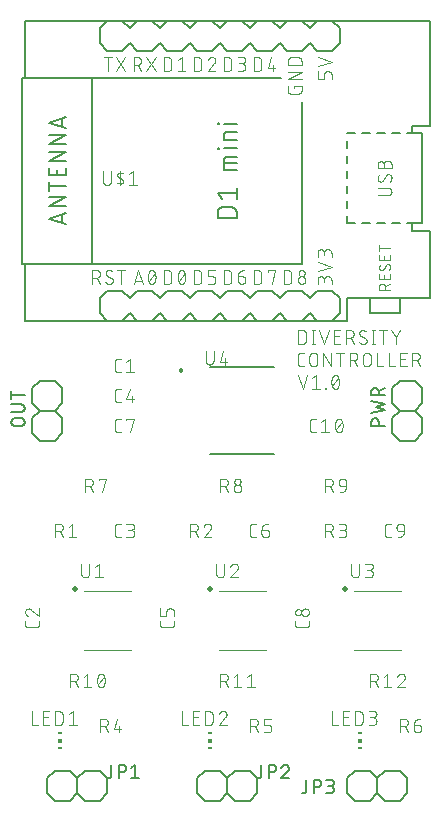
<source format=gbr>
G04 EAGLE Gerber RS-274X export*
G75*
%MOMM*%
%FSLAX34Y34*%
%LPD*%
%INSilkscreen Top*%
%IPPOS*%
%AMOC8*
5,1,8,0,0,1.08239X$1,22.5*%
G01*
%ADD10C,0.101600*%
%ADD11C,0.152400*%
%ADD12C,0.127000*%
%ADD13R,0.300000X0.150000*%
%ADD14R,0.300000X0.300000*%
%ADD15C,0.076200*%
%ADD16C,0.500000*%
%ADD17C,0.120000*%
%ADD18C,0.200000*%


D10*
X250698Y411988D02*
X250698Y423672D01*
X253944Y423672D01*
X254057Y423670D01*
X254170Y423664D01*
X254283Y423654D01*
X254396Y423640D01*
X254508Y423623D01*
X254619Y423601D01*
X254729Y423576D01*
X254839Y423546D01*
X254947Y423513D01*
X255054Y423476D01*
X255160Y423436D01*
X255264Y423391D01*
X255367Y423343D01*
X255468Y423292D01*
X255567Y423237D01*
X255664Y423179D01*
X255759Y423117D01*
X255852Y423052D01*
X255942Y422984D01*
X256030Y422913D01*
X256116Y422838D01*
X256199Y422761D01*
X256279Y422681D01*
X256356Y422598D01*
X256431Y422512D01*
X256502Y422424D01*
X256570Y422334D01*
X256635Y422241D01*
X256697Y422146D01*
X256755Y422049D01*
X256810Y421950D01*
X256861Y421849D01*
X256909Y421746D01*
X256954Y421642D01*
X256994Y421536D01*
X257031Y421429D01*
X257064Y421321D01*
X257094Y421211D01*
X257119Y421101D01*
X257141Y420990D01*
X257158Y420878D01*
X257172Y420765D01*
X257182Y420652D01*
X257188Y420539D01*
X257190Y420426D01*
X257189Y420426D02*
X257189Y415234D01*
X257190Y415234D02*
X257188Y415121D01*
X257182Y415008D01*
X257172Y414895D01*
X257158Y414782D01*
X257141Y414670D01*
X257119Y414559D01*
X257094Y414449D01*
X257064Y414339D01*
X257031Y414231D01*
X256994Y414124D01*
X256954Y414018D01*
X256909Y413914D01*
X256861Y413811D01*
X256810Y413710D01*
X256755Y413611D01*
X256697Y413514D01*
X256635Y413419D01*
X256570Y413326D01*
X256502Y413236D01*
X256431Y413148D01*
X256356Y413062D01*
X256279Y412979D01*
X256199Y412899D01*
X256116Y412822D01*
X256030Y412747D01*
X255942Y412676D01*
X255852Y412608D01*
X255759Y412543D01*
X255664Y412481D01*
X255567Y412423D01*
X255468Y412368D01*
X255367Y412317D01*
X255264Y412269D01*
X255160Y412224D01*
X255054Y412184D01*
X254947Y412147D01*
X254839Y412114D01*
X254729Y412084D01*
X254619Y412059D01*
X254508Y412037D01*
X254396Y412020D01*
X254283Y412006D01*
X254170Y411996D01*
X254057Y411990D01*
X253944Y411988D01*
X250698Y411988D01*
X263469Y411988D02*
X263469Y423672D01*
X262170Y411988D02*
X264767Y411988D01*
X264767Y423672D02*
X262170Y423672D01*
X268718Y423672D02*
X272613Y411988D01*
X276507Y423672D01*
X281201Y411988D02*
X286393Y411988D01*
X281201Y411988D02*
X281201Y423672D01*
X286393Y423672D01*
X285095Y418479D02*
X281201Y418479D01*
X291158Y423672D02*
X291158Y411988D01*
X291158Y423672D02*
X294403Y423672D01*
X294516Y423670D01*
X294629Y423664D01*
X294742Y423654D01*
X294855Y423640D01*
X294967Y423623D01*
X295078Y423601D01*
X295188Y423576D01*
X295298Y423546D01*
X295406Y423513D01*
X295513Y423476D01*
X295619Y423436D01*
X295723Y423391D01*
X295826Y423343D01*
X295927Y423292D01*
X296026Y423237D01*
X296123Y423179D01*
X296218Y423117D01*
X296311Y423052D01*
X296401Y422984D01*
X296489Y422913D01*
X296575Y422838D01*
X296658Y422761D01*
X296738Y422681D01*
X296815Y422598D01*
X296890Y422512D01*
X296961Y422424D01*
X297029Y422334D01*
X297094Y422241D01*
X297156Y422146D01*
X297214Y422049D01*
X297269Y421950D01*
X297320Y421849D01*
X297368Y421746D01*
X297413Y421642D01*
X297453Y421536D01*
X297490Y421429D01*
X297523Y421321D01*
X297553Y421211D01*
X297578Y421101D01*
X297600Y420990D01*
X297617Y420878D01*
X297631Y420765D01*
X297641Y420652D01*
X297647Y420539D01*
X297649Y420426D01*
X297647Y420313D01*
X297641Y420200D01*
X297631Y420087D01*
X297617Y419974D01*
X297600Y419862D01*
X297578Y419751D01*
X297553Y419641D01*
X297523Y419531D01*
X297490Y419423D01*
X297453Y419316D01*
X297413Y419210D01*
X297368Y419106D01*
X297320Y419003D01*
X297269Y418902D01*
X297214Y418803D01*
X297156Y418706D01*
X297094Y418611D01*
X297029Y418518D01*
X296961Y418428D01*
X296890Y418340D01*
X296815Y418254D01*
X296738Y418171D01*
X296658Y418091D01*
X296575Y418014D01*
X296489Y417939D01*
X296401Y417868D01*
X296311Y417800D01*
X296218Y417735D01*
X296123Y417673D01*
X296026Y417615D01*
X295927Y417560D01*
X295826Y417509D01*
X295723Y417461D01*
X295619Y417416D01*
X295513Y417376D01*
X295406Y417339D01*
X295298Y417306D01*
X295188Y417276D01*
X295078Y417251D01*
X294967Y417229D01*
X294855Y417212D01*
X294742Y417198D01*
X294629Y417188D01*
X294516Y417182D01*
X294403Y417180D01*
X294403Y417181D02*
X291158Y417181D01*
X295052Y417181D02*
X297649Y411988D01*
X306028Y411988D02*
X306127Y411990D01*
X306227Y411996D01*
X306326Y412005D01*
X306424Y412018D01*
X306522Y412035D01*
X306620Y412056D01*
X306716Y412081D01*
X306811Y412109D01*
X306905Y412141D01*
X306998Y412176D01*
X307090Y412215D01*
X307180Y412258D01*
X307268Y412303D01*
X307355Y412353D01*
X307439Y412405D01*
X307522Y412461D01*
X307602Y412519D01*
X307680Y412581D01*
X307755Y412646D01*
X307828Y412714D01*
X307898Y412784D01*
X307966Y412857D01*
X308031Y412932D01*
X308093Y413010D01*
X308151Y413090D01*
X308207Y413173D01*
X308259Y413257D01*
X308309Y413344D01*
X308354Y413432D01*
X308397Y413522D01*
X308436Y413614D01*
X308471Y413707D01*
X308503Y413801D01*
X308531Y413896D01*
X308556Y413992D01*
X308577Y414090D01*
X308594Y414188D01*
X308607Y414286D01*
X308616Y414385D01*
X308622Y414485D01*
X308624Y414584D01*
X306028Y411988D02*
X305884Y411990D01*
X305739Y411996D01*
X305595Y412005D01*
X305452Y412018D01*
X305308Y412035D01*
X305165Y412056D01*
X305023Y412081D01*
X304882Y412109D01*
X304741Y412141D01*
X304601Y412177D01*
X304462Y412216D01*
X304324Y412259D01*
X304188Y412306D01*
X304052Y412356D01*
X303918Y412410D01*
X303786Y412467D01*
X303655Y412528D01*
X303526Y412592D01*
X303398Y412660D01*
X303272Y412730D01*
X303148Y412805D01*
X303027Y412882D01*
X302907Y412963D01*
X302789Y413046D01*
X302674Y413133D01*
X302561Y413223D01*
X302450Y413316D01*
X302342Y413411D01*
X302236Y413510D01*
X302133Y413611D01*
X302458Y421076D02*
X302460Y421175D01*
X302466Y421275D01*
X302475Y421374D01*
X302488Y421472D01*
X302505Y421570D01*
X302526Y421668D01*
X302551Y421764D01*
X302579Y421859D01*
X302611Y421953D01*
X302646Y422046D01*
X302685Y422138D01*
X302728Y422228D01*
X302773Y422316D01*
X302823Y422403D01*
X302875Y422487D01*
X302931Y422570D01*
X302989Y422650D01*
X303051Y422728D01*
X303116Y422803D01*
X303184Y422876D01*
X303254Y422946D01*
X303327Y423014D01*
X303402Y423079D01*
X303480Y423141D01*
X303560Y423199D01*
X303643Y423255D01*
X303727Y423307D01*
X303814Y423357D01*
X303902Y423402D01*
X303992Y423445D01*
X304084Y423484D01*
X304177Y423519D01*
X304271Y423551D01*
X304366Y423579D01*
X304463Y423604D01*
X304560Y423625D01*
X304658Y423642D01*
X304756Y423655D01*
X304855Y423664D01*
X304955Y423670D01*
X305054Y423672D01*
X305190Y423670D01*
X305326Y423664D01*
X305462Y423655D01*
X305598Y423642D01*
X305733Y423624D01*
X305867Y423604D01*
X306001Y423579D01*
X306135Y423551D01*
X306267Y423518D01*
X306398Y423483D01*
X306529Y423443D01*
X306658Y423400D01*
X306786Y423354D01*
X306912Y423303D01*
X307038Y423250D01*
X307161Y423192D01*
X307283Y423132D01*
X307403Y423068D01*
X307522Y423000D01*
X307638Y422930D01*
X307752Y422856D01*
X307865Y422779D01*
X307975Y422698D01*
X303755Y418804D02*
X303669Y418857D01*
X303585Y418914D01*
X303503Y418973D01*
X303423Y419036D01*
X303346Y419102D01*
X303271Y419170D01*
X303199Y419242D01*
X303130Y419316D01*
X303064Y419393D01*
X303001Y419472D01*
X302941Y419554D01*
X302884Y419638D01*
X302830Y419724D01*
X302780Y419812D01*
X302733Y419902D01*
X302689Y419993D01*
X302650Y420087D01*
X302613Y420181D01*
X302581Y420277D01*
X302552Y420375D01*
X302527Y420473D01*
X302506Y420572D01*
X302488Y420672D01*
X302475Y420772D01*
X302465Y420873D01*
X302459Y420975D01*
X302457Y421076D01*
X307326Y416856D02*
X307412Y416803D01*
X307496Y416746D01*
X307578Y416687D01*
X307658Y416624D01*
X307735Y416558D01*
X307810Y416490D01*
X307882Y416418D01*
X307951Y416344D01*
X308017Y416267D01*
X308080Y416188D01*
X308140Y416106D01*
X308197Y416022D01*
X308251Y415936D01*
X308301Y415848D01*
X308348Y415758D01*
X308392Y415667D01*
X308431Y415573D01*
X308468Y415479D01*
X308500Y415383D01*
X308529Y415285D01*
X308554Y415187D01*
X308575Y415088D01*
X308593Y414988D01*
X308606Y414888D01*
X308616Y414787D01*
X308622Y414685D01*
X308624Y414584D01*
X307326Y416856D02*
X303756Y418804D01*
X314141Y423672D02*
X314141Y411988D01*
X312843Y411988D02*
X315440Y411988D01*
X315440Y423672D02*
X312843Y423672D01*
X322523Y423672D02*
X322523Y411988D01*
X319278Y423672D02*
X325769Y423672D01*
X329297Y423672D02*
X333191Y418155D01*
X337086Y423672D01*
X333191Y418155D02*
X333191Y411988D01*
X255891Y392938D02*
X253294Y392938D01*
X253195Y392940D01*
X253095Y392946D01*
X252996Y392955D01*
X252898Y392968D01*
X252800Y392985D01*
X252702Y393006D01*
X252606Y393031D01*
X252511Y393059D01*
X252417Y393091D01*
X252324Y393126D01*
X252232Y393165D01*
X252142Y393208D01*
X252054Y393253D01*
X251967Y393303D01*
X251883Y393355D01*
X251800Y393411D01*
X251720Y393469D01*
X251642Y393531D01*
X251567Y393596D01*
X251494Y393664D01*
X251424Y393734D01*
X251356Y393807D01*
X251291Y393882D01*
X251229Y393960D01*
X251171Y394040D01*
X251115Y394123D01*
X251063Y394207D01*
X251013Y394294D01*
X250968Y394382D01*
X250925Y394472D01*
X250886Y394564D01*
X250851Y394657D01*
X250819Y394751D01*
X250791Y394846D01*
X250766Y394942D01*
X250745Y395040D01*
X250728Y395138D01*
X250715Y395236D01*
X250706Y395335D01*
X250700Y395435D01*
X250698Y395534D01*
X250698Y402026D01*
X250700Y402125D01*
X250706Y402225D01*
X250715Y402324D01*
X250728Y402422D01*
X250745Y402520D01*
X250766Y402618D01*
X250791Y402714D01*
X250819Y402809D01*
X250851Y402903D01*
X250886Y402996D01*
X250925Y403088D01*
X250968Y403178D01*
X251013Y403266D01*
X251063Y403353D01*
X251115Y403437D01*
X251171Y403520D01*
X251229Y403600D01*
X251291Y403678D01*
X251356Y403753D01*
X251424Y403826D01*
X251494Y403896D01*
X251567Y403964D01*
X251642Y404029D01*
X251720Y404091D01*
X251800Y404149D01*
X251883Y404205D01*
X251967Y404257D01*
X252054Y404307D01*
X252142Y404352D01*
X252232Y404395D01*
X252324Y404434D01*
X252416Y404469D01*
X252511Y404501D01*
X252606Y404529D01*
X252702Y404554D01*
X252800Y404575D01*
X252898Y404592D01*
X252996Y404605D01*
X253095Y404614D01*
X253195Y404620D01*
X253294Y404622D01*
X255891Y404622D01*
X260256Y401376D02*
X260256Y396184D01*
X260256Y401376D02*
X260258Y401489D01*
X260264Y401602D01*
X260274Y401715D01*
X260288Y401828D01*
X260305Y401940D01*
X260327Y402051D01*
X260352Y402161D01*
X260382Y402271D01*
X260415Y402379D01*
X260452Y402486D01*
X260492Y402592D01*
X260537Y402696D01*
X260585Y402799D01*
X260636Y402900D01*
X260691Y402999D01*
X260749Y403096D01*
X260811Y403191D01*
X260876Y403284D01*
X260944Y403374D01*
X261015Y403462D01*
X261090Y403548D01*
X261167Y403631D01*
X261247Y403711D01*
X261330Y403788D01*
X261416Y403863D01*
X261504Y403934D01*
X261594Y404002D01*
X261687Y404067D01*
X261782Y404129D01*
X261879Y404187D01*
X261978Y404242D01*
X262079Y404293D01*
X262182Y404341D01*
X262286Y404386D01*
X262392Y404426D01*
X262499Y404463D01*
X262607Y404496D01*
X262717Y404526D01*
X262827Y404551D01*
X262938Y404573D01*
X263050Y404590D01*
X263163Y404604D01*
X263276Y404614D01*
X263389Y404620D01*
X263502Y404622D01*
X263615Y404620D01*
X263728Y404614D01*
X263841Y404604D01*
X263954Y404590D01*
X264066Y404573D01*
X264177Y404551D01*
X264287Y404526D01*
X264397Y404496D01*
X264505Y404463D01*
X264612Y404426D01*
X264718Y404386D01*
X264822Y404341D01*
X264925Y404293D01*
X265026Y404242D01*
X265125Y404187D01*
X265222Y404129D01*
X265317Y404067D01*
X265410Y404002D01*
X265500Y403934D01*
X265588Y403863D01*
X265674Y403788D01*
X265757Y403711D01*
X265837Y403631D01*
X265914Y403548D01*
X265989Y403462D01*
X266060Y403374D01*
X266128Y403284D01*
X266193Y403191D01*
X266255Y403096D01*
X266313Y402999D01*
X266368Y402900D01*
X266419Y402799D01*
X266467Y402696D01*
X266512Y402592D01*
X266552Y402486D01*
X266589Y402379D01*
X266622Y402271D01*
X266652Y402161D01*
X266677Y402051D01*
X266699Y401940D01*
X266716Y401828D01*
X266730Y401715D01*
X266740Y401602D01*
X266746Y401489D01*
X266748Y401376D01*
X266747Y401376D02*
X266747Y396184D01*
X266748Y396184D02*
X266746Y396071D01*
X266740Y395958D01*
X266730Y395845D01*
X266716Y395732D01*
X266699Y395620D01*
X266677Y395509D01*
X266652Y395399D01*
X266622Y395289D01*
X266589Y395181D01*
X266552Y395074D01*
X266512Y394968D01*
X266467Y394864D01*
X266419Y394761D01*
X266368Y394660D01*
X266313Y394561D01*
X266255Y394464D01*
X266193Y394369D01*
X266128Y394276D01*
X266060Y394186D01*
X265989Y394098D01*
X265914Y394012D01*
X265837Y393929D01*
X265757Y393849D01*
X265674Y393772D01*
X265588Y393697D01*
X265500Y393626D01*
X265410Y393558D01*
X265317Y393493D01*
X265222Y393431D01*
X265125Y393373D01*
X265026Y393318D01*
X264925Y393267D01*
X264822Y393219D01*
X264718Y393174D01*
X264612Y393134D01*
X264505Y393097D01*
X264397Y393064D01*
X264287Y393034D01*
X264177Y393009D01*
X264066Y392987D01*
X263954Y392970D01*
X263841Y392956D01*
X263728Y392946D01*
X263615Y392940D01*
X263502Y392938D01*
X263389Y392940D01*
X263276Y392946D01*
X263163Y392956D01*
X263050Y392970D01*
X262938Y392987D01*
X262827Y393009D01*
X262717Y393034D01*
X262607Y393064D01*
X262499Y393097D01*
X262392Y393134D01*
X262286Y393174D01*
X262182Y393219D01*
X262079Y393267D01*
X261978Y393318D01*
X261879Y393373D01*
X261782Y393431D01*
X261687Y393493D01*
X261594Y393558D01*
X261504Y393626D01*
X261416Y393697D01*
X261330Y393772D01*
X261247Y393849D01*
X261167Y393929D01*
X261090Y394012D01*
X261015Y394098D01*
X260944Y394186D01*
X260876Y394276D01*
X260811Y394369D01*
X260749Y394464D01*
X260691Y394561D01*
X260636Y394660D01*
X260585Y394761D01*
X260537Y394864D01*
X260492Y394968D01*
X260452Y395074D01*
X260415Y395181D01*
X260382Y395289D01*
X260352Y395399D01*
X260327Y395509D01*
X260305Y395620D01*
X260288Y395732D01*
X260274Y395845D01*
X260264Y395958D01*
X260258Y396071D01*
X260256Y396184D01*
X272067Y392938D02*
X272067Y404622D01*
X278558Y392938D01*
X278558Y404622D01*
X286362Y404622D02*
X286362Y392938D01*
X283116Y404622D02*
X289607Y404622D01*
X294239Y404622D02*
X294239Y392938D01*
X294239Y404622D02*
X297484Y404622D01*
X297597Y404620D01*
X297710Y404614D01*
X297823Y404604D01*
X297936Y404590D01*
X298048Y404573D01*
X298159Y404551D01*
X298269Y404526D01*
X298379Y404496D01*
X298487Y404463D01*
X298594Y404426D01*
X298700Y404386D01*
X298804Y404341D01*
X298907Y404293D01*
X299008Y404242D01*
X299107Y404187D01*
X299204Y404129D01*
X299299Y404067D01*
X299392Y404002D01*
X299482Y403934D01*
X299570Y403863D01*
X299656Y403788D01*
X299739Y403711D01*
X299819Y403631D01*
X299896Y403548D01*
X299971Y403462D01*
X300042Y403374D01*
X300110Y403284D01*
X300175Y403191D01*
X300237Y403096D01*
X300295Y402999D01*
X300350Y402900D01*
X300401Y402799D01*
X300449Y402696D01*
X300494Y402592D01*
X300534Y402486D01*
X300571Y402379D01*
X300604Y402271D01*
X300634Y402161D01*
X300659Y402051D01*
X300681Y401940D01*
X300698Y401828D01*
X300712Y401715D01*
X300722Y401602D01*
X300728Y401489D01*
X300730Y401376D01*
X300728Y401263D01*
X300722Y401150D01*
X300712Y401037D01*
X300698Y400924D01*
X300681Y400812D01*
X300659Y400701D01*
X300634Y400591D01*
X300604Y400481D01*
X300571Y400373D01*
X300534Y400266D01*
X300494Y400160D01*
X300449Y400056D01*
X300401Y399953D01*
X300350Y399852D01*
X300295Y399753D01*
X300237Y399656D01*
X300175Y399561D01*
X300110Y399468D01*
X300042Y399378D01*
X299971Y399290D01*
X299896Y399204D01*
X299819Y399121D01*
X299739Y399041D01*
X299656Y398964D01*
X299570Y398889D01*
X299482Y398818D01*
X299392Y398750D01*
X299299Y398685D01*
X299204Y398623D01*
X299107Y398565D01*
X299008Y398510D01*
X298907Y398459D01*
X298804Y398411D01*
X298700Y398366D01*
X298594Y398326D01*
X298487Y398289D01*
X298379Y398256D01*
X298269Y398226D01*
X298159Y398201D01*
X298048Y398179D01*
X297936Y398162D01*
X297823Y398148D01*
X297710Y398138D01*
X297597Y398132D01*
X297484Y398130D01*
X297484Y398131D02*
X294239Y398131D01*
X298133Y398131D02*
X300730Y392938D01*
X305595Y396184D02*
X305595Y401376D01*
X305597Y401489D01*
X305603Y401602D01*
X305613Y401715D01*
X305627Y401828D01*
X305644Y401940D01*
X305666Y402051D01*
X305691Y402161D01*
X305721Y402271D01*
X305754Y402379D01*
X305791Y402486D01*
X305831Y402592D01*
X305876Y402696D01*
X305924Y402799D01*
X305975Y402900D01*
X306030Y402999D01*
X306088Y403096D01*
X306150Y403191D01*
X306215Y403284D01*
X306283Y403374D01*
X306354Y403462D01*
X306429Y403548D01*
X306506Y403631D01*
X306586Y403711D01*
X306669Y403788D01*
X306755Y403863D01*
X306843Y403934D01*
X306933Y404002D01*
X307026Y404067D01*
X307121Y404129D01*
X307218Y404187D01*
X307317Y404242D01*
X307418Y404293D01*
X307521Y404341D01*
X307625Y404386D01*
X307731Y404426D01*
X307838Y404463D01*
X307946Y404496D01*
X308056Y404526D01*
X308166Y404551D01*
X308277Y404573D01*
X308389Y404590D01*
X308502Y404604D01*
X308615Y404614D01*
X308728Y404620D01*
X308841Y404622D01*
X308954Y404620D01*
X309067Y404614D01*
X309180Y404604D01*
X309293Y404590D01*
X309405Y404573D01*
X309516Y404551D01*
X309626Y404526D01*
X309736Y404496D01*
X309844Y404463D01*
X309951Y404426D01*
X310057Y404386D01*
X310161Y404341D01*
X310264Y404293D01*
X310365Y404242D01*
X310464Y404187D01*
X310561Y404129D01*
X310656Y404067D01*
X310749Y404002D01*
X310839Y403934D01*
X310927Y403863D01*
X311013Y403788D01*
X311096Y403711D01*
X311176Y403631D01*
X311253Y403548D01*
X311328Y403462D01*
X311399Y403374D01*
X311467Y403284D01*
X311532Y403191D01*
X311594Y403096D01*
X311652Y402999D01*
X311707Y402900D01*
X311758Y402799D01*
X311806Y402696D01*
X311851Y402592D01*
X311891Y402486D01*
X311928Y402379D01*
X311961Y402271D01*
X311991Y402161D01*
X312016Y402051D01*
X312038Y401940D01*
X312055Y401828D01*
X312069Y401715D01*
X312079Y401602D01*
X312085Y401489D01*
X312087Y401376D01*
X312086Y401376D02*
X312086Y396184D01*
X312087Y396184D02*
X312085Y396071D01*
X312079Y395958D01*
X312069Y395845D01*
X312055Y395732D01*
X312038Y395620D01*
X312016Y395509D01*
X311991Y395399D01*
X311961Y395289D01*
X311928Y395181D01*
X311891Y395074D01*
X311851Y394968D01*
X311806Y394864D01*
X311758Y394761D01*
X311707Y394660D01*
X311652Y394561D01*
X311594Y394464D01*
X311532Y394369D01*
X311467Y394276D01*
X311399Y394186D01*
X311328Y394098D01*
X311253Y394012D01*
X311176Y393929D01*
X311096Y393849D01*
X311013Y393772D01*
X310927Y393697D01*
X310839Y393626D01*
X310749Y393558D01*
X310656Y393493D01*
X310561Y393431D01*
X310464Y393373D01*
X310365Y393318D01*
X310264Y393267D01*
X310161Y393219D01*
X310057Y393174D01*
X309951Y393134D01*
X309844Y393097D01*
X309736Y393064D01*
X309626Y393034D01*
X309516Y393009D01*
X309405Y392987D01*
X309293Y392970D01*
X309180Y392956D01*
X309067Y392946D01*
X308954Y392940D01*
X308841Y392938D01*
X308728Y392940D01*
X308615Y392946D01*
X308502Y392956D01*
X308389Y392970D01*
X308277Y392987D01*
X308166Y393009D01*
X308056Y393034D01*
X307946Y393064D01*
X307838Y393097D01*
X307731Y393134D01*
X307625Y393174D01*
X307521Y393219D01*
X307418Y393267D01*
X307317Y393318D01*
X307218Y393373D01*
X307121Y393431D01*
X307026Y393493D01*
X306933Y393558D01*
X306843Y393626D01*
X306755Y393697D01*
X306669Y393772D01*
X306586Y393849D01*
X306506Y393929D01*
X306429Y394012D01*
X306354Y394098D01*
X306283Y394186D01*
X306215Y394276D01*
X306150Y394369D01*
X306088Y394464D01*
X306030Y394561D01*
X305975Y394660D01*
X305924Y394761D01*
X305876Y394864D01*
X305831Y394968D01*
X305791Y395074D01*
X305754Y395181D01*
X305721Y395289D01*
X305691Y395399D01*
X305666Y395509D01*
X305644Y395620D01*
X305627Y395732D01*
X305613Y395845D01*
X305603Y395958D01*
X305597Y396071D01*
X305595Y396184D01*
X317429Y392938D02*
X317429Y404622D01*
X317429Y392938D02*
X322622Y392938D01*
X327335Y392938D02*
X327335Y404622D01*
X327335Y392938D02*
X332528Y392938D01*
X337241Y392938D02*
X342434Y392938D01*
X337241Y392938D02*
X337241Y404622D01*
X342434Y404622D01*
X341135Y399429D02*
X337241Y399429D01*
X347198Y404622D02*
X347198Y392938D01*
X347198Y404622D02*
X350443Y404622D01*
X350556Y404620D01*
X350669Y404614D01*
X350782Y404604D01*
X350895Y404590D01*
X351007Y404573D01*
X351118Y404551D01*
X351228Y404526D01*
X351338Y404496D01*
X351446Y404463D01*
X351553Y404426D01*
X351659Y404386D01*
X351763Y404341D01*
X351866Y404293D01*
X351967Y404242D01*
X352066Y404187D01*
X352163Y404129D01*
X352258Y404067D01*
X352351Y404002D01*
X352441Y403934D01*
X352529Y403863D01*
X352615Y403788D01*
X352698Y403711D01*
X352778Y403631D01*
X352855Y403548D01*
X352930Y403462D01*
X353001Y403374D01*
X353069Y403284D01*
X353134Y403191D01*
X353196Y403096D01*
X353254Y402999D01*
X353309Y402900D01*
X353360Y402799D01*
X353408Y402696D01*
X353453Y402592D01*
X353493Y402486D01*
X353530Y402379D01*
X353563Y402271D01*
X353593Y402161D01*
X353618Y402051D01*
X353640Y401940D01*
X353657Y401828D01*
X353671Y401715D01*
X353681Y401602D01*
X353687Y401489D01*
X353689Y401376D01*
X353687Y401263D01*
X353681Y401150D01*
X353671Y401037D01*
X353657Y400924D01*
X353640Y400812D01*
X353618Y400701D01*
X353593Y400591D01*
X353563Y400481D01*
X353530Y400373D01*
X353493Y400266D01*
X353453Y400160D01*
X353408Y400056D01*
X353360Y399953D01*
X353309Y399852D01*
X353254Y399753D01*
X353196Y399656D01*
X353134Y399561D01*
X353069Y399468D01*
X353001Y399378D01*
X352930Y399290D01*
X352855Y399204D01*
X352778Y399121D01*
X352698Y399041D01*
X352615Y398964D01*
X352529Y398889D01*
X352441Y398818D01*
X352351Y398750D01*
X352258Y398685D01*
X352163Y398623D01*
X352066Y398565D01*
X351967Y398510D01*
X351866Y398459D01*
X351763Y398411D01*
X351659Y398366D01*
X351553Y398326D01*
X351446Y398289D01*
X351338Y398256D01*
X351228Y398226D01*
X351118Y398201D01*
X351007Y398179D01*
X350895Y398162D01*
X350782Y398148D01*
X350669Y398138D01*
X350556Y398132D01*
X350443Y398130D01*
X350443Y398131D02*
X347198Y398131D01*
X351092Y398131D02*
X353689Y392938D01*
X254593Y373888D02*
X250698Y385572D01*
X258487Y385572D02*
X254593Y373888D01*
X262777Y382976D02*
X266023Y385572D01*
X266023Y373888D01*
X269268Y373888D02*
X262777Y373888D01*
X273699Y373888D02*
X273699Y374537D01*
X274348Y374537D01*
X274348Y373888D01*
X273699Y373888D01*
X278780Y379730D02*
X278783Y379960D01*
X278791Y380190D01*
X278805Y380419D01*
X278824Y380648D01*
X278849Y380877D01*
X278879Y381104D01*
X278914Y381332D01*
X278955Y381558D01*
X279001Y381783D01*
X279053Y382007D01*
X279110Y382229D01*
X279172Y382451D01*
X279240Y382670D01*
X279313Y382888D01*
X279391Y383105D01*
X279474Y383319D01*
X279562Y383531D01*
X279655Y383741D01*
X279754Y383949D01*
X279753Y383949D02*
X279786Y384039D01*
X279822Y384128D01*
X279862Y384216D01*
X279906Y384301D01*
X279953Y384385D01*
X280003Y384467D01*
X280057Y384547D01*
X280113Y384624D01*
X280173Y384700D01*
X280236Y384773D01*
X280301Y384843D01*
X280370Y384911D01*
X280441Y384975D01*
X280514Y385037D01*
X280590Y385096D01*
X280668Y385152D01*
X280749Y385205D01*
X280831Y385254D01*
X280915Y385300D01*
X281002Y385343D01*
X281089Y385382D01*
X281179Y385418D01*
X281269Y385450D01*
X281361Y385478D01*
X281454Y385503D01*
X281548Y385524D01*
X281642Y385541D01*
X281737Y385555D01*
X281833Y385564D01*
X281929Y385570D01*
X282025Y385572D01*
X282121Y385570D01*
X282217Y385564D01*
X282313Y385555D01*
X282408Y385541D01*
X282502Y385524D01*
X282596Y385503D01*
X282689Y385478D01*
X282781Y385450D01*
X282871Y385418D01*
X282961Y385382D01*
X283048Y385343D01*
X283135Y385300D01*
X283219Y385254D01*
X283301Y385205D01*
X283382Y385152D01*
X283460Y385096D01*
X283536Y385037D01*
X283609Y384975D01*
X283680Y384911D01*
X283749Y384843D01*
X283814Y384773D01*
X283877Y384700D01*
X283937Y384624D01*
X283993Y384547D01*
X284047Y384467D01*
X284097Y384385D01*
X284144Y384301D01*
X284188Y384216D01*
X284228Y384128D01*
X284264Y384039D01*
X284297Y383949D01*
X284396Y383742D01*
X284489Y383532D01*
X284577Y383319D01*
X284660Y383105D01*
X284738Y382889D01*
X284811Y382671D01*
X284879Y382451D01*
X284941Y382230D01*
X284998Y382007D01*
X285050Y381783D01*
X285096Y381558D01*
X285137Y381332D01*
X285172Y381105D01*
X285202Y380877D01*
X285227Y380648D01*
X285246Y380419D01*
X285260Y380190D01*
X285268Y379960D01*
X285271Y379730D01*
X278779Y379730D02*
X278782Y379500D01*
X278790Y379270D01*
X278804Y379041D01*
X278823Y378812D01*
X278848Y378583D01*
X278878Y378355D01*
X278913Y378128D01*
X278954Y377902D01*
X279000Y377677D01*
X279052Y377453D01*
X279109Y377230D01*
X279171Y377009D01*
X279239Y376789D01*
X279312Y376571D01*
X279390Y376355D01*
X279473Y376141D01*
X279561Y375929D01*
X279654Y375718D01*
X279753Y375511D01*
X279786Y375421D01*
X279822Y375332D01*
X279863Y375244D01*
X279906Y375159D01*
X279953Y375075D01*
X280003Y374993D01*
X280057Y374913D01*
X280113Y374836D01*
X280173Y374760D01*
X280236Y374687D01*
X280301Y374617D01*
X280370Y374549D01*
X280441Y374485D01*
X280514Y374423D01*
X280590Y374364D01*
X280668Y374308D01*
X280749Y374255D01*
X280831Y374206D01*
X280915Y374160D01*
X281002Y374117D01*
X281089Y374078D01*
X281179Y374042D01*
X281269Y374010D01*
X281361Y373982D01*
X281454Y373957D01*
X281548Y373936D01*
X281642Y373919D01*
X281737Y373905D01*
X281833Y373896D01*
X281929Y373890D01*
X282025Y373888D01*
X284296Y375511D02*
X284395Y375718D01*
X284488Y375929D01*
X284576Y376141D01*
X284659Y376355D01*
X284737Y376571D01*
X284810Y376789D01*
X284878Y377009D01*
X284940Y377230D01*
X284997Y377453D01*
X285049Y377677D01*
X285095Y377902D01*
X285136Y378128D01*
X285171Y378355D01*
X285201Y378583D01*
X285226Y378812D01*
X285245Y379041D01*
X285259Y379270D01*
X285267Y379500D01*
X285270Y379730D01*
X284297Y375511D02*
X284264Y375421D01*
X284228Y375332D01*
X284188Y375244D01*
X284144Y375159D01*
X284097Y375075D01*
X284047Y374993D01*
X283993Y374913D01*
X283937Y374836D01*
X283877Y374760D01*
X283814Y374687D01*
X283749Y374617D01*
X283680Y374549D01*
X283609Y374485D01*
X283536Y374423D01*
X283460Y374364D01*
X283382Y374308D01*
X283301Y374255D01*
X283219Y374206D01*
X283135Y374160D01*
X283048Y374117D01*
X282961Y374078D01*
X282871Y374042D01*
X282781Y374010D01*
X282689Y373982D01*
X282596Y373957D01*
X282502Y373936D01*
X282408Y373919D01*
X282313Y373905D01*
X282217Y373896D01*
X282121Y373890D01*
X282025Y373888D01*
X279428Y376484D02*
X284621Y382976D01*
X100951Y387858D02*
X98354Y387858D01*
X98255Y387860D01*
X98155Y387866D01*
X98056Y387875D01*
X97958Y387888D01*
X97860Y387905D01*
X97762Y387926D01*
X97666Y387951D01*
X97571Y387979D01*
X97477Y388011D01*
X97384Y388046D01*
X97292Y388085D01*
X97202Y388128D01*
X97114Y388173D01*
X97027Y388223D01*
X96943Y388275D01*
X96860Y388331D01*
X96780Y388389D01*
X96702Y388451D01*
X96627Y388516D01*
X96554Y388584D01*
X96484Y388654D01*
X96416Y388727D01*
X96351Y388802D01*
X96289Y388880D01*
X96231Y388960D01*
X96175Y389043D01*
X96123Y389127D01*
X96073Y389214D01*
X96028Y389302D01*
X95985Y389392D01*
X95946Y389484D01*
X95911Y389577D01*
X95879Y389671D01*
X95851Y389766D01*
X95826Y389862D01*
X95805Y389960D01*
X95788Y390058D01*
X95775Y390156D01*
X95766Y390255D01*
X95760Y390355D01*
X95758Y390454D01*
X95758Y396946D01*
X95760Y397045D01*
X95766Y397145D01*
X95775Y397244D01*
X95788Y397342D01*
X95805Y397440D01*
X95826Y397538D01*
X95851Y397634D01*
X95879Y397729D01*
X95911Y397823D01*
X95946Y397916D01*
X95985Y398008D01*
X96028Y398098D01*
X96073Y398186D01*
X96123Y398273D01*
X96175Y398357D01*
X96231Y398440D01*
X96289Y398520D01*
X96351Y398598D01*
X96416Y398673D01*
X96484Y398746D01*
X96554Y398816D01*
X96627Y398884D01*
X96702Y398949D01*
X96780Y399011D01*
X96860Y399069D01*
X96943Y399125D01*
X97027Y399177D01*
X97114Y399227D01*
X97202Y399272D01*
X97292Y399315D01*
X97384Y399354D01*
X97476Y399389D01*
X97571Y399421D01*
X97666Y399449D01*
X97762Y399474D01*
X97860Y399495D01*
X97958Y399512D01*
X98056Y399525D01*
X98155Y399534D01*
X98255Y399540D01*
X98354Y399542D01*
X100951Y399542D01*
X105316Y396946D02*
X108562Y399542D01*
X108562Y387858D01*
X111807Y387858D02*
X105316Y387858D01*
X263454Y337058D02*
X266051Y337058D01*
X263454Y337058D02*
X263355Y337060D01*
X263255Y337066D01*
X263156Y337075D01*
X263058Y337088D01*
X262960Y337105D01*
X262862Y337126D01*
X262766Y337151D01*
X262671Y337179D01*
X262577Y337211D01*
X262484Y337246D01*
X262392Y337285D01*
X262302Y337328D01*
X262214Y337373D01*
X262127Y337423D01*
X262043Y337475D01*
X261960Y337531D01*
X261880Y337589D01*
X261802Y337651D01*
X261727Y337716D01*
X261654Y337784D01*
X261584Y337854D01*
X261516Y337927D01*
X261451Y338002D01*
X261389Y338080D01*
X261331Y338160D01*
X261275Y338243D01*
X261223Y338327D01*
X261173Y338414D01*
X261128Y338502D01*
X261085Y338592D01*
X261046Y338684D01*
X261011Y338777D01*
X260979Y338871D01*
X260951Y338966D01*
X260926Y339062D01*
X260905Y339160D01*
X260888Y339258D01*
X260875Y339356D01*
X260866Y339455D01*
X260860Y339555D01*
X260858Y339654D01*
X260858Y346146D01*
X260860Y346245D01*
X260866Y346345D01*
X260875Y346444D01*
X260888Y346542D01*
X260905Y346640D01*
X260926Y346738D01*
X260951Y346834D01*
X260979Y346929D01*
X261011Y347023D01*
X261046Y347116D01*
X261085Y347208D01*
X261128Y347298D01*
X261173Y347386D01*
X261223Y347473D01*
X261275Y347557D01*
X261331Y347640D01*
X261389Y347720D01*
X261451Y347798D01*
X261516Y347873D01*
X261584Y347946D01*
X261654Y348016D01*
X261727Y348084D01*
X261802Y348149D01*
X261880Y348211D01*
X261960Y348269D01*
X262043Y348325D01*
X262127Y348377D01*
X262214Y348427D01*
X262302Y348472D01*
X262392Y348515D01*
X262484Y348554D01*
X262576Y348589D01*
X262671Y348621D01*
X262766Y348649D01*
X262862Y348674D01*
X262960Y348695D01*
X263058Y348712D01*
X263156Y348725D01*
X263255Y348734D01*
X263355Y348740D01*
X263454Y348742D01*
X266051Y348742D01*
X270416Y346146D02*
X273662Y348742D01*
X273662Y337058D01*
X276907Y337058D02*
X270416Y337058D01*
X281847Y342900D02*
X281850Y343130D01*
X281858Y343360D01*
X281872Y343589D01*
X281891Y343818D01*
X281916Y344047D01*
X281946Y344274D01*
X281981Y344502D01*
X282022Y344728D01*
X282068Y344953D01*
X282120Y345177D01*
X282177Y345399D01*
X282239Y345621D01*
X282307Y345840D01*
X282380Y346058D01*
X282458Y346275D01*
X282541Y346489D01*
X282629Y346701D01*
X282722Y346911D01*
X282821Y347119D01*
X282820Y347119D02*
X282853Y347209D01*
X282889Y347298D01*
X282929Y347386D01*
X282973Y347471D01*
X283020Y347555D01*
X283070Y347637D01*
X283124Y347717D01*
X283180Y347794D01*
X283240Y347870D01*
X283303Y347943D01*
X283368Y348013D01*
X283437Y348081D01*
X283508Y348145D01*
X283581Y348207D01*
X283657Y348266D01*
X283735Y348322D01*
X283816Y348375D01*
X283898Y348424D01*
X283982Y348470D01*
X284069Y348513D01*
X284156Y348552D01*
X284246Y348588D01*
X284336Y348620D01*
X284428Y348648D01*
X284521Y348673D01*
X284615Y348694D01*
X284709Y348711D01*
X284804Y348725D01*
X284900Y348734D01*
X284996Y348740D01*
X285092Y348742D01*
X285188Y348740D01*
X285284Y348734D01*
X285380Y348725D01*
X285475Y348711D01*
X285569Y348694D01*
X285663Y348673D01*
X285756Y348648D01*
X285848Y348620D01*
X285938Y348588D01*
X286028Y348552D01*
X286115Y348513D01*
X286202Y348470D01*
X286286Y348424D01*
X286368Y348375D01*
X286449Y348322D01*
X286527Y348266D01*
X286603Y348207D01*
X286676Y348145D01*
X286747Y348081D01*
X286816Y348013D01*
X286881Y347943D01*
X286944Y347870D01*
X287004Y347794D01*
X287060Y347717D01*
X287114Y347637D01*
X287164Y347555D01*
X287211Y347471D01*
X287255Y347386D01*
X287295Y347298D01*
X287331Y347209D01*
X287364Y347119D01*
X287463Y346912D01*
X287556Y346702D01*
X287644Y346489D01*
X287727Y346275D01*
X287805Y346059D01*
X287878Y345841D01*
X287946Y345621D01*
X288008Y345400D01*
X288065Y345177D01*
X288117Y344953D01*
X288163Y344728D01*
X288204Y344502D01*
X288239Y344275D01*
X288269Y344047D01*
X288294Y343818D01*
X288313Y343589D01*
X288327Y343360D01*
X288335Y343130D01*
X288338Y342900D01*
X281846Y342900D02*
X281849Y342670D01*
X281857Y342440D01*
X281871Y342211D01*
X281890Y341982D01*
X281915Y341753D01*
X281945Y341525D01*
X281980Y341298D01*
X282021Y341072D01*
X282067Y340847D01*
X282119Y340623D01*
X282176Y340400D01*
X282238Y340179D01*
X282306Y339959D01*
X282379Y339741D01*
X282457Y339525D01*
X282540Y339311D01*
X282628Y339099D01*
X282721Y338888D01*
X282820Y338681D01*
X282853Y338591D01*
X282889Y338502D01*
X282930Y338414D01*
X282973Y338329D01*
X283020Y338245D01*
X283070Y338163D01*
X283124Y338083D01*
X283180Y338006D01*
X283240Y337930D01*
X283303Y337857D01*
X283368Y337787D01*
X283437Y337719D01*
X283508Y337655D01*
X283581Y337593D01*
X283657Y337534D01*
X283735Y337478D01*
X283816Y337425D01*
X283898Y337376D01*
X283982Y337330D01*
X284069Y337287D01*
X284156Y337248D01*
X284246Y337212D01*
X284336Y337180D01*
X284428Y337152D01*
X284521Y337127D01*
X284615Y337106D01*
X284709Y337089D01*
X284804Y337075D01*
X284900Y337066D01*
X284996Y337060D01*
X285092Y337058D01*
X287364Y338681D02*
X287463Y338888D01*
X287556Y339099D01*
X287644Y339311D01*
X287727Y339525D01*
X287805Y339741D01*
X287878Y339959D01*
X287946Y340179D01*
X288008Y340400D01*
X288065Y340623D01*
X288117Y340847D01*
X288163Y341072D01*
X288204Y341298D01*
X288239Y341525D01*
X288269Y341753D01*
X288294Y341982D01*
X288313Y342211D01*
X288327Y342440D01*
X288335Y342670D01*
X288338Y342900D01*
X287364Y338681D02*
X287331Y338591D01*
X287295Y338502D01*
X287255Y338414D01*
X287211Y338329D01*
X287164Y338245D01*
X287114Y338163D01*
X287060Y338083D01*
X287004Y338006D01*
X286944Y337930D01*
X286881Y337857D01*
X286816Y337787D01*
X286747Y337719D01*
X286676Y337655D01*
X286603Y337593D01*
X286527Y337534D01*
X286449Y337478D01*
X286368Y337425D01*
X286286Y337376D01*
X286202Y337330D01*
X286115Y337287D01*
X286028Y337248D01*
X285938Y337212D01*
X285848Y337180D01*
X285756Y337152D01*
X285663Y337127D01*
X285569Y337106D01*
X285475Y337089D01*
X285380Y337075D01*
X285284Y337066D01*
X285188Y337060D01*
X285092Y337058D01*
X282495Y339654D02*
X287688Y346146D01*
X31242Y177151D02*
X31242Y174554D01*
X31240Y174455D01*
X31234Y174355D01*
X31225Y174256D01*
X31212Y174158D01*
X31195Y174060D01*
X31174Y173962D01*
X31149Y173866D01*
X31121Y173771D01*
X31089Y173677D01*
X31054Y173584D01*
X31015Y173492D01*
X30972Y173402D01*
X30927Y173314D01*
X30877Y173227D01*
X30825Y173143D01*
X30769Y173060D01*
X30711Y172980D01*
X30649Y172902D01*
X30584Y172827D01*
X30516Y172754D01*
X30446Y172684D01*
X30373Y172616D01*
X30298Y172551D01*
X30220Y172489D01*
X30140Y172431D01*
X30057Y172375D01*
X29973Y172323D01*
X29886Y172273D01*
X29798Y172228D01*
X29708Y172185D01*
X29616Y172146D01*
X29523Y172111D01*
X29429Y172079D01*
X29334Y172051D01*
X29238Y172026D01*
X29140Y172005D01*
X29042Y171988D01*
X28944Y171975D01*
X28845Y171966D01*
X28745Y171960D01*
X28646Y171958D01*
X22154Y171958D01*
X22055Y171960D01*
X21955Y171966D01*
X21856Y171975D01*
X21758Y171988D01*
X21660Y172006D01*
X21562Y172026D01*
X21466Y172051D01*
X21370Y172079D01*
X21276Y172111D01*
X21183Y172146D01*
X21092Y172185D01*
X21002Y172228D01*
X20913Y172273D01*
X20827Y172323D01*
X20742Y172375D01*
X20660Y172431D01*
X20580Y172490D01*
X20502Y172551D01*
X20426Y172616D01*
X20353Y172684D01*
X20283Y172754D01*
X20215Y172827D01*
X20150Y172903D01*
X20089Y172981D01*
X20030Y173061D01*
X19974Y173143D01*
X19922Y173228D01*
X19873Y173314D01*
X19827Y173403D01*
X19784Y173493D01*
X19745Y173584D01*
X19710Y173677D01*
X19678Y173771D01*
X19650Y173867D01*
X19625Y173963D01*
X19605Y174061D01*
X19587Y174159D01*
X19574Y174257D01*
X19565Y174356D01*
X19559Y174455D01*
X19557Y174555D01*
X19558Y174554D02*
X19558Y177151D01*
X19558Y185086D02*
X19560Y185193D01*
X19566Y185299D01*
X19576Y185405D01*
X19589Y185511D01*
X19607Y185617D01*
X19628Y185721D01*
X19653Y185825D01*
X19682Y185928D01*
X19714Y186029D01*
X19751Y186129D01*
X19791Y186228D01*
X19834Y186326D01*
X19881Y186422D01*
X19932Y186516D01*
X19986Y186608D01*
X20043Y186698D01*
X20103Y186786D01*
X20167Y186871D01*
X20234Y186954D01*
X20304Y187035D01*
X20376Y187113D01*
X20452Y187189D01*
X20530Y187261D01*
X20611Y187331D01*
X20694Y187398D01*
X20779Y187462D01*
X20867Y187522D01*
X20957Y187579D01*
X21049Y187633D01*
X21143Y187684D01*
X21239Y187731D01*
X21337Y187774D01*
X21436Y187814D01*
X21536Y187851D01*
X21637Y187883D01*
X21740Y187912D01*
X21844Y187937D01*
X21948Y187958D01*
X22054Y187976D01*
X22160Y187989D01*
X22266Y187999D01*
X22372Y188005D01*
X22479Y188007D01*
X19558Y185086D02*
X19560Y184965D01*
X19566Y184844D01*
X19576Y184724D01*
X19589Y184603D01*
X19607Y184484D01*
X19628Y184364D01*
X19653Y184246D01*
X19682Y184129D01*
X19715Y184012D01*
X19751Y183897D01*
X19792Y183783D01*
X19835Y183670D01*
X19883Y183558D01*
X19934Y183449D01*
X19989Y183341D01*
X20047Y183234D01*
X20108Y183130D01*
X20173Y183028D01*
X20241Y182928D01*
X20312Y182830D01*
X20386Y182734D01*
X20463Y182641D01*
X20544Y182551D01*
X20627Y182463D01*
X20713Y182378D01*
X20802Y182295D01*
X20893Y182216D01*
X20987Y182139D01*
X21083Y182066D01*
X21181Y181996D01*
X21282Y181929D01*
X21385Y181865D01*
X21490Y181805D01*
X21597Y181747D01*
X21705Y181694D01*
X21815Y181644D01*
X21927Y181598D01*
X22040Y181555D01*
X22155Y181516D01*
X24751Y187033D02*
X24673Y187112D01*
X24593Y187188D01*
X24510Y187261D01*
X24424Y187331D01*
X24337Y187398D01*
X24246Y187462D01*
X24154Y187522D01*
X24060Y187580D01*
X23963Y187634D01*
X23865Y187684D01*
X23765Y187731D01*
X23664Y187775D01*
X23561Y187815D01*
X23456Y187851D01*
X23351Y187883D01*
X23244Y187912D01*
X23137Y187937D01*
X23028Y187959D01*
X22919Y187976D01*
X22810Y187990D01*
X22700Y187999D01*
X22589Y188005D01*
X22479Y188007D01*
X24751Y187034D02*
X31242Y181516D01*
X31242Y188007D01*
X98354Y248158D02*
X100951Y248158D01*
X98354Y248158D02*
X98255Y248160D01*
X98155Y248166D01*
X98056Y248175D01*
X97958Y248188D01*
X97860Y248205D01*
X97762Y248226D01*
X97666Y248251D01*
X97571Y248279D01*
X97477Y248311D01*
X97384Y248346D01*
X97292Y248385D01*
X97202Y248428D01*
X97114Y248473D01*
X97027Y248523D01*
X96943Y248575D01*
X96860Y248631D01*
X96780Y248689D01*
X96702Y248751D01*
X96627Y248816D01*
X96554Y248884D01*
X96484Y248954D01*
X96416Y249027D01*
X96351Y249102D01*
X96289Y249180D01*
X96231Y249260D01*
X96175Y249343D01*
X96123Y249427D01*
X96073Y249514D01*
X96028Y249602D01*
X95985Y249692D01*
X95946Y249784D01*
X95911Y249877D01*
X95879Y249971D01*
X95851Y250066D01*
X95826Y250162D01*
X95805Y250260D01*
X95788Y250358D01*
X95775Y250456D01*
X95766Y250555D01*
X95760Y250655D01*
X95758Y250754D01*
X95758Y257246D01*
X95760Y257345D01*
X95766Y257445D01*
X95775Y257544D01*
X95788Y257642D01*
X95805Y257740D01*
X95826Y257838D01*
X95851Y257934D01*
X95879Y258029D01*
X95911Y258123D01*
X95946Y258216D01*
X95985Y258308D01*
X96028Y258398D01*
X96073Y258486D01*
X96123Y258573D01*
X96175Y258657D01*
X96231Y258740D01*
X96289Y258820D01*
X96351Y258898D01*
X96416Y258973D01*
X96484Y259046D01*
X96554Y259116D01*
X96627Y259184D01*
X96702Y259249D01*
X96780Y259311D01*
X96860Y259369D01*
X96943Y259425D01*
X97027Y259477D01*
X97114Y259527D01*
X97202Y259572D01*
X97292Y259615D01*
X97384Y259654D01*
X97476Y259689D01*
X97571Y259721D01*
X97666Y259749D01*
X97762Y259774D01*
X97860Y259795D01*
X97958Y259812D01*
X98056Y259825D01*
X98155Y259834D01*
X98255Y259840D01*
X98354Y259842D01*
X100951Y259842D01*
X105316Y248158D02*
X108562Y248158D01*
X108675Y248160D01*
X108788Y248166D01*
X108901Y248176D01*
X109014Y248190D01*
X109126Y248207D01*
X109237Y248229D01*
X109347Y248254D01*
X109457Y248284D01*
X109565Y248317D01*
X109672Y248354D01*
X109778Y248394D01*
X109882Y248439D01*
X109985Y248487D01*
X110086Y248538D01*
X110185Y248593D01*
X110282Y248651D01*
X110377Y248713D01*
X110470Y248778D01*
X110560Y248846D01*
X110648Y248917D01*
X110734Y248992D01*
X110817Y249069D01*
X110897Y249149D01*
X110974Y249232D01*
X111049Y249318D01*
X111120Y249406D01*
X111188Y249496D01*
X111253Y249589D01*
X111315Y249684D01*
X111373Y249781D01*
X111428Y249880D01*
X111479Y249981D01*
X111527Y250084D01*
X111572Y250188D01*
X111612Y250294D01*
X111649Y250401D01*
X111682Y250509D01*
X111712Y250619D01*
X111737Y250729D01*
X111759Y250840D01*
X111776Y250952D01*
X111790Y251065D01*
X111800Y251178D01*
X111806Y251291D01*
X111808Y251404D01*
X111806Y251517D01*
X111800Y251630D01*
X111790Y251743D01*
X111776Y251856D01*
X111759Y251968D01*
X111737Y252079D01*
X111712Y252189D01*
X111682Y252299D01*
X111649Y252407D01*
X111612Y252514D01*
X111572Y252620D01*
X111527Y252724D01*
X111479Y252827D01*
X111428Y252928D01*
X111373Y253027D01*
X111315Y253124D01*
X111253Y253219D01*
X111188Y253312D01*
X111120Y253402D01*
X111049Y253490D01*
X110974Y253576D01*
X110897Y253659D01*
X110817Y253739D01*
X110734Y253816D01*
X110648Y253891D01*
X110560Y253962D01*
X110470Y254030D01*
X110377Y254095D01*
X110282Y254157D01*
X110185Y254215D01*
X110086Y254270D01*
X109985Y254321D01*
X109882Y254369D01*
X109778Y254414D01*
X109672Y254454D01*
X109565Y254491D01*
X109457Y254524D01*
X109347Y254554D01*
X109237Y254579D01*
X109126Y254601D01*
X109014Y254618D01*
X108901Y254632D01*
X108788Y254642D01*
X108675Y254648D01*
X108562Y254650D01*
X109211Y259842D02*
X105316Y259842D01*
X109211Y259842D02*
X109312Y259840D01*
X109412Y259834D01*
X109512Y259824D01*
X109612Y259811D01*
X109711Y259793D01*
X109810Y259772D01*
X109907Y259747D01*
X110004Y259718D01*
X110099Y259685D01*
X110193Y259649D01*
X110285Y259609D01*
X110376Y259566D01*
X110465Y259519D01*
X110552Y259469D01*
X110638Y259415D01*
X110721Y259358D01*
X110801Y259298D01*
X110880Y259235D01*
X110956Y259168D01*
X111029Y259099D01*
X111099Y259027D01*
X111167Y258953D01*
X111232Y258876D01*
X111293Y258796D01*
X111352Y258714D01*
X111407Y258630D01*
X111459Y258544D01*
X111508Y258456D01*
X111553Y258366D01*
X111595Y258274D01*
X111633Y258181D01*
X111667Y258086D01*
X111698Y257991D01*
X111725Y257894D01*
X111748Y257796D01*
X111768Y257697D01*
X111783Y257597D01*
X111795Y257497D01*
X111803Y257397D01*
X111807Y257296D01*
X111807Y257196D01*
X111803Y257095D01*
X111795Y256995D01*
X111783Y256895D01*
X111768Y256795D01*
X111748Y256696D01*
X111725Y256598D01*
X111698Y256501D01*
X111667Y256406D01*
X111633Y256311D01*
X111595Y256218D01*
X111553Y256126D01*
X111508Y256036D01*
X111459Y255948D01*
X111407Y255862D01*
X111352Y255778D01*
X111293Y255696D01*
X111232Y255616D01*
X111167Y255539D01*
X111099Y255465D01*
X111029Y255393D01*
X110956Y255324D01*
X110880Y255257D01*
X110801Y255194D01*
X110721Y255134D01*
X110638Y255077D01*
X110552Y255023D01*
X110465Y254973D01*
X110376Y254926D01*
X110285Y254883D01*
X110193Y254843D01*
X110099Y254807D01*
X110004Y254774D01*
X109907Y254745D01*
X109810Y254720D01*
X109711Y254699D01*
X109612Y254681D01*
X109512Y254668D01*
X109412Y254658D01*
X109312Y254652D01*
X109211Y254650D01*
X109211Y254649D02*
X106614Y254649D01*
X100951Y362458D02*
X98354Y362458D01*
X98255Y362460D01*
X98155Y362466D01*
X98056Y362475D01*
X97958Y362488D01*
X97860Y362505D01*
X97762Y362526D01*
X97666Y362551D01*
X97571Y362579D01*
X97477Y362611D01*
X97384Y362646D01*
X97292Y362685D01*
X97202Y362728D01*
X97114Y362773D01*
X97027Y362823D01*
X96943Y362875D01*
X96860Y362931D01*
X96780Y362989D01*
X96702Y363051D01*
X96627Y363116D01*
X96554Y363184D01*
X96484Y363254D01*
X96416Y363327D01*
X96351Y363402D01*
X96289Y363480D01*
X96231Y363560D01*
X96175Y363643D01*
X96123Y363727D01*
X96073Y363814D01*
X96028Y363902D01*
X95985Y363992D01*
X95946Y364084D01*
X95911Y364177D01*
X95879Y364271D01*
X95851Y364366D01*
X95826Y364462D01*
X95805Y364560D01*
X95788Y364658D01*
X95775Y364756D01*
X95766Y364855D01*
X95760Y364955D01*
X95758Y365054D01*
X95758Y371546D01*
X95760Y371645D01*
X95766Y371745D01*
X95775Y371844D01*
X95788Y371942D01*
X95805Y372040D01*
X95826Y372138D01*
X95851Y372234D01*
X95879Y372329D01*
X95911Y372423D01*
X95946Y372516D01*
X95985Y372608D01*
X96028Y372698D01*
X96073Y372786D01*
X96123Y372873D01*
X96175Y372957D01*
X96231Y373040D01*
X96289Y373120D01*
X96351Y373198D01*
X96416Y373273D01*
X96484Y373346D01*
X96554Y373416D01*
X96627Y373484D01*
X96702Y373549D01*
X96780Y373611D01*
X96860Y373669D01*
X96943Y373725D01*
X97027Y373777D01*
X97114Y373827D01*
X97202Y373872D01*
X97292Y373915D01*
X97384Y373954D01*
X97476Y373989D01*
X97571Y374021D01*
X97666Y374049D01*
X97762Y374074D01*
X97860Y374095D01*
X97958Y374112D01*
X98056Y374125D01*
X98155Y374134D01*
X98255Y374140D01*
X98354Y374142D01*
X100951Y374142D01*
X107913Y374142D02*
X105316Y365054D01*
X111807Y365054D01*
X109860Y367651D02*
X109860Y362458D01*
X145542Y177151D02*
X145542Y174554D01*
X145540Y174455D01*
X145534Y174355D01*
X145525Y174256D01*
X145512Y174158D01*
X145495Y174060D01*
X145474Y173962D01*
X145449Y173866D01*
X145421Y173771D01*
X145389Y173677D01*
X145354Y173584D01*
X145315Y173492D01*
X145272Y173402D01*
X145227Y173314D01*
X145177Y173227D01*
X145125Y173143D01*
X145069Y173060D01*
X145011Y172980D01*
X144949Y172902D01*
X144884Y172827D01*
X144816Y172754D01*
X144746Y172684D01*
X144673Y172616D01*
X144598Y172551D01*
X144520Y172489D01*
X144440Y172431D01*
X144357Y172375D01*
X144273Y172323D01*
X144186Y172273D01*
X144098Y172228D01*
X144008Y172185D01*
X143916Y172146D01*
X143823Y172111D01*
X143729Y172079D01*
X143634Y172051D01*
X143538Y172026D01*
X143440Y172005D01*
X143342Y171988D01*
X143244Y171975D01*
X143145Y171966D01*
X143045Y171960D01*
X142946Y171958D01*
X136454Y171958D01*
X136355Y171960D01*
X136255Y171966D01*
X136156Y171975D01*
X136058Y171988D01*
X135960Y172006D01*
X135862Y172026D01*
X135766Y172051D01*
X135670Y172079D01*
X135576Y172111D01*
X135483Y172146D01*
X135392Y172185D01*
X135302Y172228D01*
X135213Y172273D01*
X135127Y172323D01*
X135042Y172375D01*
X134960Y172431D01*
X134880Y172490D01*
X134802Y172551D01*
X134726Y172616D01*
X134653Y172684D01*
X134583Y172754D01*
X134515Y172827D01*
X134450Y172903D01*
X134389Y172981D01*
X134330Y173061D01*
X134274Y173143D01*
X134222Y173228D01*
X134173Y173314D01*
X134127Y173403D01*
X134084Y173493D01*
X134045Y173584D01*
X134010Y173677D01*
X133978Y173771D01*
X133950Y173867D01*
X133925Y173963D01*
X133905Y174061D01*
X133887Y174159D01*
X133874Y174257D01*
X133865Y174356D01*
X133859Y174455D01*
X133857Y174555D01*
X133858Y174554D02*
X133858Y177151D01*
X145542Y181516D02*
X145542Y185411D01*
X145540Y185510D01*
X145534Y185610D01*
X145525Y185709D01*
X145512Y185807D01*
X145495Y185905D01*
X145474Y186003D01*
X145449Y186099D01*
X145421Y186194D01*
X145389Y186288D01*
X145354Y186381D01*
X145315Y186473D01*
X145272Y186563D01*
X145227Y186651D01*
X145177Y186738D01*
X145125Y186822D01*
X145069Y186905D01*
X145011Y186985D01*
X144949Y187063D01*
X144884Y187138D01*
X144816Y187211D01*
X144746Y187281D01*
X144673Y187349D01*
X144598Y187414D01*
X144520Y187476D01*
X144440Y187534D01*
X144357Y187590D01*
X144273Y187642D01*
X144186Y187692D01*
X144098Y187737D01*
X144008Y187780D01*
X143916Y187819D01*
X143823Y187854D01*
X143729Y187886D01*
X143634Y187914D01*
X143538Y187939D01*
X143440Y187960D01*
X143342Y187977D01*
X143244Y187990D01*
X143145Y187999D01*
X143045Y188005D01*
X142946Y188007D01*
X141647Y188007D01*
X141548Y188005D01*
X141448Y187999D01*
X141349Y187990D01*
X141251Y187977D01*
X141153Y187960D01*
X141055Y187939D01*
X140959Y187914D01*
X140864Y187886D01*
X140770Y187854D01*
X140677Y187819D01*
X140585Y187780D01*
X140495Y187737D01*
X140407Y187692D01*
X140320Y187642D01*
X140236Y187590D01*
X140153Y187534D01*
X140073Y187476D01*
X139995Y187414D01*
X139920Y187349D01*
X139847Y187281D01*
X139777Y187211D01*
X139709Y187138D01*
X139644Y187063D01*
X139582Y186985D01*
X139524Y186905D01*
X139468Y186822D01*
X139416Y186738D01*
X139366Y186651D01*
X139321Y186563D01*
X139278Y186473D01*
X139239Y186381D01*
X139204Y186288D01*
X139172Y186194D01*
X139144Y186099D01*
X139119Y186003D01*
X139098Y185905D01*
X139081Y185807D01*
X139068Y185709D01*
X139059Y185610D01*
X139053Y185510D01*
X139051Y185411D01*
X139051Y181516D01*
X133858Y181516D01*
X133858Y188007D01*
X212654Y248158D02*
X215251Y248158D01*
X212654Y248158D02*
X212555Y248160D01*
X212455Y248166D01*
X212356Y248175D01*
X212258Y248188D01*
X212160Y248205D01*
X212062Y248226D01*
X211966Y248251D01*
X211871Y248279D01*
X211777Y248311D01*
X211684Y248346D01*
X211592Y248385D01*
X211502Y248428D01*
X211414Y248473D01*
X211327Y248523D01*
X211243Y248575D01*
X211160Y248631D01*
X211080Y248689D01*
X211002Y248751D01*
X210927Y248816D01*
X210854Y248884D01*
X210784Y248954D01*
X210716Y249027D01*
X210651Y249102D01*
X210589Y249180D01*
X210531Y249260D01*
X210475Y249343D01*
X210423Y249427D01*
X210373Y249514D01*
X210328Y249602D01*
X210285Y249692D01*
X210246Y249784D01*
X210211Y249877D01*
X210179Y249971D01*
X210151Y250066D01*
X210126Y250162D01*
X210105Y250260D01*
X210088Y250358D01*
X210075Y250456D01*
X210066Y250555D01*
X210060Y250655D01*
X210058Y250754D01*
X210058Y257246D01*
X210060Y257345D01*
X210066Y257445D01*
X210075Y257544D01*
X210088Y257642D01*
X210105Y257740D01*
X210126Y257838D01*
X210151Y257934D01*
X210179Y258029D01*
X210211Y258123D01*
X210246Y258216D01*
X210285Y258308D01*
X210328Y258398D01*
X210373Y258486D01*
X210423Y258573D01*
X210475Y258657D01*
X210531Y258740D01*
X210589Y258820D01*
X210651Y258898D01*
X210716Y258973D01*
X210784Y259046D01*
X210854Y259116D01*
X210927Y259184D01*
X211002Y259249D01*
X211080Y259311D01*
X211160Y259369D01*
X211243Y259425D01*
X211327Y259477D01*
X211414Y259527D01*
X211502Y259572D01*
X211592Y259615D01*
X211684Y259654D01*
X211776Y259689D01*
X211871Y259721D01*
X211966Y259749D01*
X212062Y259774D01*
X212160Y259795D01*
X212258Y259812D01*
X212356Y259825D01*
X212455Y259834D01*
X212555Y259840D01*
X212654Y259842D01*
X215251Y259842D01*
X219616Y254649D02*
X223511Y254649D01*
X223610Y254647D01*
X223710Y254641D01*
X223809Y254632D01*
X223907Y254619D01*
X224005Y254602D01*
X224103Y254581D01*
X224199Y254556D01*
X224294Y254528D01*
X224388Y254496D01*
X224481Y254461D01*
X224573Y254422D01*
X224663Y254379D01*
X224751Y254334D01*
X224838Y254284D01*
X224922Y254232D01*
X225005Y254176D01*
X225085Y254118D01*
X225163Y254056D01*
X225238Y253991D01*
X225311Y253923D01*
X225381Y253853D01*
X225449Y253780D01*
X225514Y253705D01*
X225576Y253627D01*
X225634Y253547D01*
X225690Y253464D01*
X225742Y253380D01*
X225792Y253293D01*
X225837Y253205D01*
X225880Y253115D01*
X225919Y253023D01*
X225954Y252930D01*
X225986Y252836D01*
X226014Y252741D01*
X226039Y252645D01*
X226060Y252547D01*
X226077Y252449D01*
X226090Y252351D01*
X226099Y252252D01*
X226105Y252152D01*
X226107Y252053D01*
X226107Y251404D01*
X226108Y251404D02*
X226106Y251291D01*
X226100Y251178D01*
X226090Y251065D01*
X226076Y250952D01*
X226059Y250840D01*
X226037Y250729D01*
X226012Y250619D01*
X225982Y250509D01*
X225949Y250401D01*
X225912Y250294D01*
X225872Y250188D01*
X225827Y250084D01*
X225779Y249981D01*
X225728Y249880D01*
X225673Y249781D01*
X225615Y249684D01*
X225553Y249589D01*
X225488Y249496D01*
X225420Y249406D01*
X225349Y249318D01*
X225274Y249232D01*
X225197Y249149D01*
X225117Y249069D01*
X225034Y248992D01*
X224948Y248917D01*
X224860Y248846D01*
X224770Y248778D01*
X224677Y248713D01*
X224582Y248651D01*
X224485Y248593D01*
X224386Y248538D01*
X224285Y248487D01*
X224182Y248439D01*
X224078Y248394D01*
X223972Y248354D01*
X223865Y248317D01*
X223757Y248284D01*
X223647Y248254D01*
X223537Y248229D01*
X223426Y248207D01*
X223314Y248190D01*
X223201Y248176D01*
X223088Y248166D01*
X222975Y248160D01*
X222862Y248158D01*
X222749Y248160D01*
X222636Y248166D01*
X222523Y248176D01*
X222410Y248190D01*
X222298Y248207D01*
X222187Y248229D01*
X222077Y248254D01*
X221967Y248284D01*
X221859Y248317D01*
X221752Y248354D01*
X221646Y248394D01*
X221542Y248439D01*
X221439Y248487D01*
X221338Y248538D01*
X221239Y248593D01*
X221142Y248651D01*
X221047Y248713D01*
X220954Y248778D01*
X220864Y248846D01*
X220776Y248917D01*
X220690Y248992D01*
X220607Y249069D01*
X220527Y249149D01*
X220450Y249232D01*
X220375Y249318D01*
X220304Y249406D01*
X220236Y249496D01*
X220171Y249589D01*
X220109Y249684D01*
X220051Y249781D01*
X219996Y249880D01*
X219945Y249981D01*
X219897Y250084D01*
X219852Y250188D01*
X219812Y250294D01*
X219775Y250401D01*
X219742Y250509D01*
X219712Y250619D01*
X219687Y250729D01*
X219665Y250840D01*
X219648Y250952D01*
X219634Y251065D01*
X219624Y251178D01*
X219618Y251291D01*
X219616Y251404D01*
X219616Y254649D01*
X219618Y254792D01*
X219624Y254935D01*
X219634Y255078D01*
X219648Y255220D01*
X219665Y255362D01*
X219687Y255504D01*
X219712Y255645D01*
X219742Y255785D01*
X219775Y255924D01*
X219812Y256062D01*
X219853Y256199D01*
X219897Y256335D01*
X219946Y256470D01*
X219998Y256603D01*
X220053Y256735D01*
X220113Y256865D01*
X220176Y256994D01*
X220242Y257121D01*
X220312Y257245D01*
X220385Y257368D01*
X220462Y257489D01*
X220542Y257608D01*
X220625Y257724D01*
X220711Y257839D01*
X220800Y257950D01*
X220893Y258060D01*
X220988Y258166D01*
X221087Y258270D01*
X221188Y258371D01*
X221292Y258470D01*
X221398Y258565D01*
X221508Y258658D01*
X221619Y258747D01*
X221734Y258833D01*
X221850Y258916D01*
X221969Y258996D01*
X222090Y259073D01*
X222212Y259146D01*
X222337Y259216D01*
X222464Y259282D01*
X222593Y259345D01*
X222723Y259405D01*
X222855Y259460D01*
X222988Y259512D01*
X223123Y259561D01*
X223259Y259605D01*
X223396Y259646D01*
X223534Y259683D01*
X223673Y259716D01*
X223813Y259746D01*
X223954Y259771D01*
X224096Y259793D01*
X224238Y259810D01*
X224380Y259824D01*
X224523Y259834D01*
X224666Y259840D01*
X224809Y259842D01*
X100951Y337058D02*
X98354Y337058D01*
X98255Y337060D01*
X98155Y337066D01*
X98056Y337075D01*
X97958Y337088D01*
X97860Y337105D01*
X97762Y337126D01*
X97666Y337151D01*
X97571Y337179D01*
X97477Y337211D01*
X97384Y337246D01*
X97292Y337285D01*
X97202Y337328D01*
X97114Y337373D01*
X97027Y337423D01*
X96943Y337475D01*
X96860Y337531D01*
X96780Y337589D01*
X96702Y337651D01*
X96627Y337716D01*
X96554Y337784D01*
X96484Y337854D01*
X96416Y337927D01*
X96351Y338002D01*
X96289Y338080D01*
X96231Y338160D01*
X96175Y338243D01*
X96123Y338327D01*
X96073Y338414D01*
X96028Y338502D01*
X95985Y338592D01*
X95946Y338684D01*
X95911Y338777D01*
X95879Y338871D01*
X95851Y338966D01*
X95826Y339062D01*
X95805Y339160D01*
X95788Y339258D01*
X95775Y339356D01*
X95766Y339455D01*
X95760Y339555D01*
X95758Y339654D01*
X95758Y346146D01*
X95760Y346245D01*
X95766Y346345D01*
X95775Y346444D01*
X95788Y346542D01*
X95805Y346640D01*
X95826Y346738D01*
X95851Y346834D01*
X95879Y346929D01*
X95911Y347023D01*
X95946Y347116D01*
X95985Y347208D01*
X96028Y347298D01*
X96073Y347386D01*
X96123Y347473D01*
X96175Y347557D01*
X96231Y347640D01*
X96289Y347720D01*
X96351Y347798D01*
X96416Y347873D01*
X96484Y347946D01*
X96554Y348016D01*
X96627Y348084D01*
X96702Y348149D01*
X96780Y348211D01*
X96860Y348269D01*
X96943Y348325D01*
X97027Y348377D01*
X97114Y348427D01*
X97202Y348472D01*
X97292Y348515D01*
X97384Y348554D01*
X97476Y348589D01*
X97571Y348621D01*
X97666Y348649D01*
X97762Y348674D01*
X97860Y348695D01*
X97958Y348712D01*
X98056Y348725D01*
X98155Y348734D01*
X98255Y348740D01*
X98354Y348742D01*
X100951Y348742D01*
X105316Y348742D02*
X105316Y347444D01*
X105316Y348742D02*
X111807Y348742D01*
X108562Y337058D01*
X259842Y177151D02*
X259842Y174554D01*
X259840Y174455D01*
X259834Y174355D01*
X259825Y174256D01*
X259812Y174158D01*
X259795Y174060D01*
X259774Y173962D01*
X259749Y173866D01*
X259721Y173771D01*
X259689Y173677D01*
X259654Y173584D01*
X259615Y173492D01*
X259572Y173402D01*
X259527Y173314D01*
X259477Y173227D01*
X259425Y173143D01*
X259369Y173060D01*
X259311Y172980D01*
X259249Y172902D01*
X259184Y172827D01*
X259116Y172754D01*
X259046Y172684D01*
X258973Y172616D01*
X258898Y172551D01*
X258820Y172489D01*
X258740Y172431D01*
X258657Y172375D01*
X258573Y172323D01*
X258486Y172273D01*
X258398Y172228D01*
X258308Y172185D01*
X258216Y172146D01*
X258123Y172111D01*
X258029Y172079D01*
X257934Y172051D01*
X257838Y172026D01*
X257740Y172005D01*
X257642Y171988D01*
X257544Y171975D01*
X257445Y171966D01*
X257345Y171960D01*
X257246Y171958D01*
X250754Y171958D01*
X250655Y171960D01*
X250555Y171966D01*
X250456Y171975D01*
X250358Y171988D01*
X250260Y172006D01*
X250162Y172026D01*
X250066Y172051D01*
X249970Y172079D01*
X249876Y172111D01*
X249783Y172146D01*
X249692Y172185D01*
X249602Y172228D01*
X249513Y172273D01*
X249427Y172323D01*
X249342Y172375D01*
X249260Y172431D01*
X249180Y172490D01*
X249102Y172551D01*
X249026Y172616D01*
X248953Y172684D01*
X248883Y172754D01*
X248815Y172827D01*
X248750Y172903D01*
X248689Y172981D01*
X248630Y173061D01*
X248574Y173143D01*
X248522Y173228D01*
X248473Y173314D01*
X248427Y173403D01*
X248384Y173493D01*
X248345Y173584D01*
X248310Y173677D01*
X248278Y173771D01*
X248250Y173867D01*
X248225Y173963D01*
X248205Y174061D01*
X248187Y174159D01*
X248174Y174257D01*
X248165Y174356D01*
X248159Y174455D01*
X248157Y174555D01*
X248158Y174554D02*
X248158Y177151D01*
X256596Y181516D02*
X256483Y181518D01*
X256370Y181524D01*
X256257Y181534D01*
X256144Y181548D01*
X256032Y181565D01*
X255921Y181587D01*
X255811Y181612D01*
X255701Y181642D01*
X255593Y181675D01*
X255486Y181712D01*
X255380Y181752D01*
X255276Y181797D01*
X255173Y181845D01*
X255072Y181896D01*
X254973Y181951D01*
X254876Y182009D01*
X254781Y182071D01*
X254688Y182136D01*
X254598Y182204D01*
X254510Y182275D01*
X254424Y182350D01*
X254341Y182427D01*
X254261Y182507D01*
X254184Y182590D01*
X254109Y182676D01*
X254038Y182764D01*
X253970Y182854D01*
X253905Y182947D01*
X253843Y183042D01*
X253785Y183139D01*
X253730Y183238D01*
X253679Y183339D01*
X253631Y183442D01*
X253586Y183546D01*
X253546Y183652D01*
X253509Y183759D01*
X253476Y183867D01*
X253446Y183977D01*
X253421Y184087D01*
X253399Y184198D01*
X253382Y184310D01*
X253368Y184423D01*
X253358Y184536D01*
X253352Y184649D01*
X253350Y184762D01*
X253352Y184875D01*
X253358Y184988D01*
X253368Y185101D01*
X253382Y185214D01*
X253399Y185326D01*
X253421Y185437D01*
X253446Y185547D01*
X253476Y185657D01*
X253509Y185765D01*
X253546Y185872D01*
X253586Y185978D01*
X253631Y186082D01*
X253679Y186185D01*
X253730Y186286D01*
X253785Y186385D01*
X253843Y186482D01*
X253905Y186577D01*
X253970Y186670D01*
X254038Y186760D01*
X254109Y186848D01*
X254184Y186934D01*
X254261Y187017D01*
X254341Y187097D01*
X254424Y187174D01*
X254510Y187249D01*
X254598Y187320D01*
X254688Y187388D01*
X254781Y187453D01*
X254876Y187515D01*
X254973Y187573D01*
X255072Y187628D01*
X255173Y187679D01*
X255276Y187727D01*
X255380Y187772D01*
X255486Y187812D01*
X255593Y187849D01*
X255701Y187882D01*
X255811Y187912D01*
X255921Y187937D01*
X256032Y187959D01*
X256144Y187976D01*
X256257Y187990D01*
X256370Y188000D01*
X256483Y188006D01*
X256596Y188008D01*
X256709Y188006D01*
X256822Y188000D01*
X256935Y187990D01*
X257048Y187976D01*
X257160Y187959D01*
X257271Y187937D01*
X257381Y187912D01*
X257491Y187882D01*
X257599Y187849D01*
X257706Y187812D01*
X257812Y187772D01*
X257916Y187727D01*
X258019Y187679D01*
X258120Y187628D01*
X258219Y187573D01*
X258316Y187515D01*
X258411Y187453D01*
X258504Y187388D01*
X258594Y187320D01*
X258682Y187249D01*
X258768Y187174D01*
X258851Y187097D01*
X258931Y187017D01*
X259008Y186934D01*
X259083Y186848D01*
X259154Y186760D01*
X259222Y186670D01*
X259287Y186577D01*
X259349Y186482D01*
X259407Y186385D01*
X259462Y186286D01*
X259513Y186185D01*
X259561Y186082D01*
X259606Y185978D01*
X259646Y185872D01*
X259683Y185765D01*
X259716Y185657D01*
X259746Y185547D01*
X259771Y185437D01*
X259793Y185326D01*
X259810Y185214D01*
X259824Y185101D01*
X259834Y184988D01*
X259840Y184875D01*
X259842Y184762D01*
X259840Y184649D01*
X259834Y184536D01*
X259824Y184423D01*
X259810Y184310D01*
X259793Y184198D01*
X259771Y184087D01*
X259746Y183977D01*
X259716Y183867D01*
X259683Y183759D01*
X259646Y183652D01*
X259606Y183546D01*
X259561Y183442D01*
X259513Y183339D01*
X259462Y183238D01*
X259407Y183139D01*
X259349Y183042D01*
X259287Y182947D01*
X259222Y182854D01*
X259154Y182764D01*
X259083Y182676D01*
X259008Y182590D01*
X258931Y182507D01*
X258851Y182427D01*
X258768Y182350D01*
X258682Y182275D01*
X258594Y182204D01*
X258504Y182136D01*
X258411Y182071D01*
X258316Y182009D01*
X258219Y181951D01*
X258120Y181896D01*
X258019Y181845D01*
X257916Y181797D01*
X257812Y181752D01*
X257706Y181712D01*
X257599Y181675D01*
X257491Y181642D01*
X257381Y181612D01*
X257271Y181587D01*
X257160Y181565D01*
X257048Y181548D01*
X256935Y181534D01*
X256822Y181524D01*
X256709Y181518D01*
X256596Y181516D01*
X250754Y182166D02*
X250653Y182168D01*
X250553Y182174D01*
X250453Y182184D01*
X250353Y182197D01*
X250254Y182215D01*
X250155Y182236D01*
X250058Y182261D01*
X249961Y182290D01*
X249866Y182323D01*
X249772Y182359D01*
X249680Y182399D01*
X249589Y182442D01*
X249500Y182489D01*
X249413Y182539D01*
X249327Y182593D01*
X249244Y182650D01*
X249164Y182710D01*
X249085Y182773D01*
X249009Y182840D01*
X248936Y182909D01*
X248866Y182981D01*
X248798Y183055D01*
X248733Y183132D01*
X248672Y183212D01*
X248613Y183294D01*
X248558Y183378D01*
X248506Y183464D01*
X248457Y183552D01*
X248412Y183642D01*
X248370Y183734D01*
X248332Y183827D01*
X248298Y183922D01*
X248267Y184017D01*
X248240Y184114D01*
X248217Y184212D01*
X248197Y184311D01*
X248182Y184411D01*
X248170Y184511D01*
X248162Y184611D01*
X248158Y184712D01*
X248158Y184812D01*
X248162Y184913D01*
X248170Y185013D01*
X248182Y185113D01*
X248197Y185213D01*
X248217Y185312D01*
X248240Y185410D01*
X248267Y185507D01*
X248298Y185602D01*
X248332Y185697D01*
X248370Y185790D01*
X248412Y185882D01*
X248457Y185972D01*
X248506Y186060D01*
X248558Y186146D01*
X248613Y186230D01*
X248672Y186312D01*
X248733Y186392D01*
X248798Y186469D01*
X248866Y186543D01*
X248936Y186615D01*
X249009Y186684D01*
X249085Y186751D01*
X249164Y186814D01*
X249244Y186874D01*
X249327Y186931D01*
X249413Y186985D01*
X249500Y187035D01*
X249589Y187082D01*
X249680Y187125D01*
X249772Y187165D01*
X249866Y187201D01*
X249961Y187234D01*
X250058Y187263D01*
X250155Y187288D01*
X250254Y187309D01*
X250353Y187327D01*
X250453Y187340D01*
X250553Y187350D01*
X250653Y187356D01*
X250754Y187358D01*
X250855Y187356D01*
X250955Y187350D01*
X251055Y187340D01*
X251155Y187327D01*
X251254Y187309D01*
X251353Y187288D01*
X251450Y187263D01*
X251547Y187234D01*
X251642Y187201D01*
X251736Y187165D01*
X251828Y187125D01*
X251919Y187082D01*
X252008Y187035D01*
X252095Y186985D01*
X252181Y186931D01*
X252264Y186874D01*
X252344Y186814D01*
X252423Y186751D01*
X252499Y186684D01*
X252572Y186615D01*
X252642Y186543D01*
X252710Y186469D01*
X252775Y186392D01*
X252836Y186312D01*
X252895Y186230D01*
X252950Y186146D01*
X253002Y186060D01*
X253051Y185972D01*
X253096Y185882D01*
X253138Y185790D01*
X253176Y185697D01*
X253210Y185602D01*
X253241Y185507D01*
X253268Y185410D01*
X253291Y185312D01*
X253311Y185213D01*
X253326Y185113D01*
X253338Y185013D01*
X253346Y184913D01*
X253350Y184812D01*
X253350Y184712D01*
X253346Y184611D01*
X253338Y184511D01*
X253326Y184411D01*
X253311Y184311D01*
X253291Y184212D01*
X253268Y184114D01*
X253241Y184017D01*
X253210Y183922D01*
X253176Y183827D01*
X253138Y183734D01*
X253096Y183642D01*
X253051Y183552D01*
X253002Y183464D01*
X252950Y183378D01*
X252895Y183294D01*
X252836Y183212D01*
X252775Y183132D01*
X252710Y183055D01*
X252642Y182981D01*
X252572Y182909D01*
X252499Y182840D01*
X252423Y182773D01*
X252344Y182710D01*
X252264Y182650D01*
X252181Y182593D01*
X252095Y182539D01*
X252008Y182489D01*
X251919Y182442D01*
X251828Y182399D01*
X251736Y182359D01*
X251642Y182323D01*
X251547Y182290D01*
X251450Y182261D01*
X251353Y182236D01*
X251254Y182215D01*
X251155Y182197D01*
X251055Y182184D01*
X250955Y182174D01*
X250855Y182168D01*
X250754Y182166D01*
X326954Y248158D02*
X329551Y248158D01*
X326954Y248158D02*
X326855Y248160D01*
X326755Y248166D01*
X326656Y248175D01*
X326558Y248188D01*
X326460Y248205D01*
X326362Y248226D01*
X326266Y248251D01*
X326171Y248279D01*
X326077Y248311D01*
X325984Y248346D01*
X325892Y248385D01*
X325802Y248428D01*
X325714Y248473D01*
X325627Y248523D01*
X325543Y248575D01*
X325460Y248631D01*
X325380Y248689D01*
X325302Y248751D01*
X325227Y248816D01*
X325154Y248884D01*
X325084Y248954D01*
X325016Y249027D01*
X324951Y249102D01*
X324889Y249180D01*
X324831Y249260D01*
X324775Y249343D01*
X324723Y249427D01*
X324673Y249514D01*
X324628Y249602D01*
X324585Y249692D01*
X324546Y249784D01*
X324511Y249877D01*
X324479Y249971D01*
X324451Y250066D01*
X324426Y250162D01*
X324405Y250260D01*
X324388Y250358D01*
X324375Y250456D01*
X324366Y250555D01*
X324360Y250655D01*
X324358Y250754D01*
X324358Y257246D01*
X324360Y257345D01*
X324366Y257445D01*
X324375Y257544D01*
X324388Y257642D01*
X324405Y257740D01*
X324426Y257838D01*
X324451Y257934D01*
X324479Y258029D01*
X324511Y258123D01*
X324546Y258216D01*
X324585Y258308D01*
X324628Y258398D01*
X324673Y258486D01*
X324723Y258573D01*
X324775Y258657D01*
X324831Y258740D01*
X324889Y258820D01*
X324951Y258898D01*
X325016Y258973D01*
X325084Y259046D01*
X325154Y259116D01*
X325227Y259184D01*
X325302Y259249D01*
X325380Y259311D01*
X325460Y259369D01*
X325543Y259425D01*
X325627Y259477D01*
X325714Y259527D01*
X325802Y259572D01*
X325892Y259615D01*
X325984Y259654D01*
X326076Y259689D01*
X326171Y259721D01*
X326266Y259749D01*
X326362Y259774D01*
X326460Y259795D01*
X326558Y259812D01*
X326656Y259825D01*
X326755Y259834D01*
X326855Y259840D01*
X326954Y259842D01*
X329551Y259842D01*
X336513Y253351D02*
X340407Y253351D01*
X336513Y253351D02*
X336414Y253353D01*
X336314Y253359D01*
X336215Y253368D01*
X336117Y253381D01*
X336019Y253398D01*
X335921Y253419D01*
X335825Y253444D01*
X335730Y253472D01*
X335636Y253504D01*
X335543Y253539D01*
X335451Y253578D01*
X335361Y253621D01*
X335273Y253666D01*
X335186Y253716D01*
X335102Y253768D01*
X335019Y253824D01*
X334939Y253882D01*
X334861Y253944D01*
X334786Y254009D01*
X334713Y254077D01*
X334643Y254147D01*
X334575Y254220D01*
X334510Y254295D01*
X334448Y254373D01*
X334390Y254453D01*
X334334Y254536D01*
X334282Y254620D01*
X334232Y254707D01*
X334187Y254795D01*
X334144Y254885D01*
X334105Y254977D01*
X334070Y255070D01*
X334038Y255164D01*
X334010Y255259D01*
X333985Y255355D01*
X333964Y255453D01*
X333947Y255551D01*
X333934Y255649D01*
X333925Y255748D01*
X333919Y255848D01*
X333917Y255947D01*
X333916Y255947D02*
X333916Y256596D01*
X333918Y256709D01*
X333924Y256822D01*
X333934Y256935D01*
X333948Y257048D01*
X333965Y257160D01*
X333987Y257271D01*
X334012Y257381D01*
X334042Y257491D01*
X334075Y257599D01*
X334112Y257706D01*
X334152Y257812D01*
X334197Y257916D01*
X334245Y258019D01*
X334296Y258120D01*
X334351Y258219D01*
X334409Y258316D01*
X334471Y258411D01*
X334536Y258504D01*
X334604Y258594D01*
X334675Y258682D01*
X334750Y258768D01*
X334827Y258851D01*
X334907Y258931D01*
X334990Y259008D01*
X335076Y259083D01*
X335164Y259154D01*
X335254Y259222D01*
X335347Y259287D01*
X335442Y259349D01*
X335539Y259407D01*
X335638Y259462D01*
X335739Y259513D01*
X335842Y259561D01*
X335946Y259606D01*
X336052Y259646D01*
X336159Y259683D01*
X336267Y259716D01*
X336377Y259746D01*
X336487Y259771D01*
X336598Y259793D01*
X336710Y259810D01*
X336823Y259824D01*
X336936Y259834D01*
X337049Y259840D01*
X337162Y259842D01*
X337275Y259840D01*
X337388Y259834D01*
X337501Y259824D01*
X337614Y259810D01*
X337726Y259793D01*
X337837Y259771D01*
X337947Y259746D01*
X338057Y259716D01*
X338165Y259683D01*
X338272Y259646D01*
X338378Y259606D01*
X338482Y259561D01*
X338585Y259513D01*
X338686Y259462D01*
X338785Y259407D01*
X338882Y259349D01*
X338977Y259287D01*
X339070Y259222D01*
X339160Y259154D01*
X339248Y259083D01*
X339334Y259008D01*
X339417Y258931D01*
X339497Y258851D01*
X339574Y258768D01*
X339649Y258682D01*
X339720Y258594D01*
X339788Y258504D01*
X339853Y258411D01*
X339915Y258316D01*
X339973Y258219D01*
X340028Y258120D01*
X340079Y258019D01*
X340127Y257916D01*
X340172Y257812D01*
X340212Y257706D01*
X340249Y257599D01*
X340282Y257491D01*
X340312Y257381D01*
X340337Y257271D01*
X340359Y257160D01*
X340376Y257048D01*
X340390Y256935D01*
X340400Y256822D01*
X340406Y256709D01*
X340408Y256596D01*
X340407Y256596D02*
X340407Y253351D01*
X340405Y253208D01*
X340399Y253065D01*
X340389Y252922D01*
X340375Y252780D01*
X340358Y252638D01*
X340336Y252496D01*
X340311Y252355D01*
X340281Y252215D01*
X340248Y252076D01*
X340211Y251938D01*
X340170Y251801D01*
X340126Y251665D01*
X340077Y251530D01*
X340025Y251397D01*
X339970Y251265D01*
X339910Y251135D01*
X339847Y251006D01*
X339781Y250879D01*
X339711Y250754D01*
X339638Y250632D01*
X339561Y250511D01*
X339481Y250392D01*
X339398Y250276D01*
X339312Y250161D01*
X339223Y250050D01*
X339130Y249940D01*
X339035Y249834D01*
X338936Y249730D01*
X338835Y249629D01*
X338731Y249530D01*
X338625Y249435D01*
X338515Y249342D01*
X338404Y249253D01*
X338289Y249167D01*
X338173Y249084D01*
X338054Y249004D01*
X337933Y248927D01*
X337811Y248854D01*
X337686Y248784D01*
X337559Y248718D01*
X337430Y248655D01*
X337300Y248595D01*
X337168Y248540D01*
X337035Y248488D01*
X336900Y248439D01*
X336764Y248395D01*
X336627Y248354D01*
X336489Y248317D01*
X336350Y248284D01*
X336210Y248254D01*
X336069Y248229D01*
X335927Y248207D01*
X335785Y248190D01*
X335643Y248176D01*
X335500Y248166D01*
X335357Y248160D01*
X335214Y248158D01*
D11*
X57150Y50800D02*
X44450Y50800D01*
X57150Y50800D02*
X63500Y44450D01*
X63500Y31750D01*
X57150Y25400D01*
X38100Y31750D02*
X38100Y44450D01*
X44450Y50800D01*
X38100Y31750D02*
X44450Y25400D01*
X57150Y25400D01*
X63500Y44450D02*
X69850Y50800D01*
X82550Y50800D01*
X88900Y44450D01*
X88900Y31750D01*
X82550Y25400D01*
X69850Y25400D01*
X63500Y31750D01*
D12*
X92583Y46863D02*
X92583Y55753D01*
X92583Y46863D02*
X92581Y46763D01*
X92575Y46664D01*
X92565Y46564D01*
X92552Y46466D01*
X92534Y46367D01*
X92513Y46270D01*
X92488Y46174D01*
X92459Y46078D01*
X92426Y45984D01*
X92390Y45891D01*
X92350Y45800D01*
X92306Y45710D01*
X92259Y45622D01*
X92209Y45536D01*
X92155Y45452D01*
X92098Y45370D01*
X92038Y45291D01*
X91974Y45213D01*
X91908Y45139D01*
X91839Y45067D01*
X91767Y44998D01*
X91693Y44932D01*
X91615Y44868D01*
X91536Y44808D01*
X91454Y44751D01*
X91370Y44697D01*
X91284Y44647D01*
X91196Y44600D01*
X91106Y44556D01*
X91015Y44516D01*
X90922Y44480D01*
X90828Y44447D01*
X90732Y44418D01*
X90636Y44393D01*
X90539Y44372D01*
X90440Y44354D01*
X90342Y44341D01*
X90242Y44331D01*
X90143Y44325D01*
X90043Y44323D01*
X88773Y44323D01*
X98563Y44323D02*
X98563Y55753D01*
X101738Y55753D01*
X101849Y55751D01*
X101959Y55745D01*
X102070Y55736D01*
X102180Y55722D01*
X102289Y55705D01*
X102398Y55684D01*
X102506Y55659D01*
X102613Y55630D01*
X102719Y55598D01*
X102824Y55562D01*
X102927Y55522D01*
X103029Y55479D01*
X103130Y55432D01*
X103229Y55381D01*
X103326Y55328D01*
X103420Y55271D01*
X103513Y55210D01*
X103604Y55147D01*
X103693Y55080D01*
X103779Y55010D01*
X103862Y54937D01*
X103944Y54862D01*
X104022Y54784D01*
X104097Y54702D01*
X104170Y54619D01*
X104240Y54533D01*
X104307Y54444D01*
X104370Y54353D01*
X104431Y54260D01*
X104488Y54165D01*
X104541Y54069D01*
X104592Y53970D01*
X104639Y53869D01*
X104682Y53767D01*
X104722Y53664D01*
X104758Y53559D01*
X104790Y53453D01*
X104819Y53346D01*
X104844Y53238D01*
X104865Y53129D01*
X104882Y53020D01*
X104896Y52910D01*
X104905Y52799D01*
X104911Y52689D01*
X104913Y52578D01*
X104911Y52467D01*
X104905Y52357D01*
X104896Y52246D01*
X104882Y52136D01*
X104865Y52027D01*
X104844Y51918D01*
X104819Y51810D01*
X104790Y51703D01*
X104758Y51597D01*
X104722Y51492D01*
X104682Y51389D01*
X104639Y51287D01*
X104592Y51186D01*
X104541Y51087D01*
X104488Y50990D01*
X104431Y50896D01*
X104370Y50803D01*
X104307Y50712D01*
X104240Y50623D01*
X104170Y50537D01*
X104097Y50454D01*
X104022Y50372D01*
X103944Y50294D01*
X103862Y50219D01*
X103779Y50146D01*
X103693Y50076D01*
X103604Y50009D01*
X103513Y49946D01*
X103420Y49885D01*
X103325Y49828D01*
X103229Y49775D01*
X103130Y49724D01*
X103029Y49677D01*
X102927Y49634D01*
X102824Y49594D01*
X102719Y49558D01*
X102613Y49526D01*
X102506Y49497D01*
X102398Y49472D01*
X102289Y49451D01*
X102180Y49434D01*
X102070Y49420D01*
X101959Y49411D01*
X101849Y49405D01*
X101738Y49403D01*
X98563Y49403D01*
X109422Y53213D02*
X112597Y55753D01*
X112597Y44323D01*
X109422Y44323D02*
X115772Y44323D01*
D11*
X171450Y50800D02*
X184150Y50800D01*
X190500Y44450D01*
X190500Y31750D01*
X184150Y25400D01*
X165100Y31750D02*
X165100Y44450D01*
X171450Y50800D01*
X165100Y31750D02*
X171450Y25400D01*
X184150Y25400D01*
X190500Y44450D02*
X196850Y50800D01*
X209550Y50800D01*
X215900Y44450D01*
X215900Y31750D01*
X209550Y25400D01*
X196850Y25400D01*
X190500Y31750D01*
D12*
X219583Y46863D02*
X219583Y55753D01*
X219583Y46863D02*
X219581Y46763D01*
X219575Y46664D01*
X219565Y46564D01*
X219552Y46466D01*
X219534Y46367D01*
X219513Y46270D01*
X219488Y46174D01*
X219459Y46078D01*
X219426Y45984D01*
X219390Y45891D01*
X219350Y45800D01*
X219306Y45710D01*
X219259Y45622D01*
X219209Y45536D01*
X219155Y45452D01*
X219098Y45370D01*
X219038Y45291D01*
X218974Y45213D01*
X218908Y45139D01*
X218839Y45067D01*
X218767Y44998D01*
X218693Y44932D01*
X218615Y44868D01*
X218536Y44808D01*
X218454Y44751D01*
X218370Y44697D01*
X218284Y44647D01*
X218196Y44600D01*
X218106Y44556D01*
X218015Y44516D01*
X217922Y44480D01*
X217828Y44447D01*
X217732Y44418D01*
X217636Y44393D01*
X217539Y44372D01*
X217440Y44354D01*
X217342Y44341D01*
X217242Y44331D01*
X217143Y44325D01*
X217043Y44323D01*
X215773Y44323D01*
X225563Y44323D02*
X225563Y55753D01*
X228738Y55753D01*
X228849Y55751D01*
X228959Y55745D01*
X229070Y55736D01*
X229180Y55722D01*
X229289Y55705D01*
X229398Y55684D01*
X229506Y55659D01*
X229613Y55630D01*
X229719Y55598D01*
X229824Y55562D01*
X229927Y55522D01*
X230029Y55479D01*
X230130Y55432D01*
X230229Y55381D01*
X230326Y55328D01*
X230420Y55271D01*
X230513Y55210D01*
X230604Y55147D01*
X230693Y55080D01*
X230779Y55010D01*
X230862Y54937D01*
X230944Y54862D01*
X231022Y54784D01*
X231097Y54702D01*
X231170Y54619D01*
X231240Y54533D01*
X231307Y54444D01*
X231370Y54353D01*
X231431Y54260D01*
X231488Y54165D01*
X231541Y54069D01*
X231592Y53970D01*
X231639Y53869D01*
X231682Y53767D01*
X231722Y53664D01*
X231758Y53559D01*
X231790Y53453D01*
X231819Y53346D01*
X231844Y53238D01*
X231865Y53129D01*
X231882Y53020D01*
X231896Y52910D01*
X231905Y52799D01*
X231911Y52689D01*
X231913Y52578D01*
X231911Y52467D01*
X231905Y52357D01*
X231896Y52246D01*
X231882Y52136D01*
X231865Y52027D01*
X231844Y51918D01*
X231819Y51810D01*
X231790Y51703D01*
X231758Y51597D01*
X231722Y51492D01*
X231682Y51389D01*
X231639Y51287D01*
X231592Y51186D01*
X231541Y51087D01*
X231488Y50990D01*
X231431Y50896D01*
X231370Y50803D01*
X231307Y50712D01*
X231240Y50623D01*
X231170Y50537D01*
X231097Y50454D01*
X231022Y50372D01*
X230944Y50294D01*
X230862Y50219D01*
X230779Y50146D01*
X230693Y50076D01*
X230604Y50009D01*
X230513Y49946D01*
X230420Y49885D01*
X230325Y49828D01*
X230229Y49775D01*
X230130Y49724D01*
X230029Y49677D01*
X229927Y49634D01*
X229824Y49594D01*
X229719Y49558D01*
X229613Y49526D01*
X229506Y49497D01*
X229398Y49472D01*
X229289Y49451D01*
X229180Y49434D01*
X229070Y49420D01*
X228959Y49411D01*
X228849Y49405D01*
X228738Y49403D01*
X225563Y49403D01*
X239914Y55754D02*
X240018Y55752D01*
X240123Y55746D01*
X240227Y55737D01*
X240330Y55724D01*
X240433Y55706D01*
X240535Y55686D01*
X240637Y55661D01*
X240737Y55633D01*
X240837Y55601D01*
X240935Y55565D01*
X241032Y55526D01*
X241127Y55484D01*
X241221Y55438D01*
X241313Y55388D01*
X241403Y55336D01*
X241491Y55280D01*
X241577Y55220D01*
X241661Y55158D01*
X241742Y55093D01*
X241821Y55025D01*
X241898Y54953D01*
X241971Y54880D01*
X242043Y54803D01*
X242111Y54724D01*
X242176Y54643D01*
X242238Y54559D01*
X242298Y54473D01*
X242354Y54385D01*
X242406Y54295D01*
X242456Y54203D01*
X242502Y54109D01*
X242544Y54014D01*
X242583Y53917D01*
X242619Y53819D01*
X242651Y53719D01*
X242679Y53619D01*
X242704Y53517D01*
X242724Y53415D01*
X242742Y53312D01*
X242755Y53209D01*
X242764Y53105D01*
X242770Y53000D01*
X242772Y52896D01*
X239914Y55753D02*
X239796Y55751D01*
X239677Y55745D01*
X239559Y55736D01*
X239442Y55723D01*
X239325Y55705D01*
X239208Y55685D01*
X239092Y55660D01*
X238977Y55632D01*
X238864Y55599D01*
X238751Y55564D01*
X238639Y55524D01*
X238529Y55482D01*
X238420Y55435D01*
X238312Y55385D01*
X238207Y55332D01*
X238103Y55275D01*
X238001Y55215D01*
X237901Y55152D01*
X237803Y55085D01*
X237707Y55016D01*
X237614Y54943D01*
X237523Y54867D01*
X237434Y54789D01*
X237348Y54707D01*
X237265Y54623D01*
X237184Y54537D01*
X237107Y54447D01*
X237032Y54356D01*
X236960Y54262D01*
X236891Y54165D01*
X236826Y54067D01*
X236763Y53966D01*
X236704Y53863D01*
X236648Y53759D01*
X236596Y53653D01*
X236547Y53545D01*
X236502Y53436D01*
X236460Y53325D01*
X236422Y53213D01*
X241820Y50674D02*
X241896Y50749D01*
X241971Y50828D01*
X242042Y50909D01*
X242111Y50993D01*
X242176Y51079D01*
X242238Y51167D01*
X242298Y51257D01*
X242354Y51349D01*
X242407Y51444D01*
X242456Y51540D01*
X242502Y51638D01*
X242545Y51737D01*
X242584Y51838D01*
X242619Y51940D01*
X242651Y52043D01*
X242679Y52147D01*
X242704Y52252D01*
X242725Y52359D01*
X242742Y52465D01*
X242755Y52572D01*
X242764Y52680D01*
X242770Y52788D01*
X242772Y52896D01*
X241819Y50673D02*
X236422Y44323D01*
X242772Y44323D01*
D11*
X298450Y50800D02*
X311150Y50800D01*
X317500Y44450D01*
X317500Y31750D01*
X311150Y25400D01*
X292100Y31750D02*
X292100Y44450D01*
X298450Y50800D01*
X292100Y31750D02*
X298450Y25400D01*
X311150Y25400D01*
X317500Y44450D02*
X323850Y50800D01*
X336550Y50800D01*
X342900Y44450D01*
X342900Y31750D01*
X336550Y25400D01*
X323850Y25400D01*
X317500Y31750D01*
D12*
X257683Y34163D02*
X257683Y43053D01*
X257683Y34163D02*
X257681Y34063D01*
X257675Y33964D01*
X257665Y33864D01*
X257652Y33766D01*
X257634Y33667D01*
X257613Y33570D01*
X257588Y33474D01*
X257559Y33378D01*
X257526Y33284D01*
X257490Y33191D01*
X257450Y33100D01*
X257406Y33010D01*
X257359Y32922D01*
X257309Y32836D01*
X257255Y32752D01*
X257198Y32670D01*
X257138Y32591D01*
X257074Y32513D01*
X257008Y32439D01*
X256939Y32367D01*
X256867Y32298D01*
X256793Y32232D01*
X256715Y32168D01*
X256636Y32108D01*
X256554Y32051D01*
X256470Y31997D01*
X256384Y31947D01*
X256296Y31900D01*
X256206Y31856D01*
X256115Y31816D01*
X256022Y31780D01*
X255928Y31747D01*
X255832Y31718D01*
X255736Y31693D01*
X255639Y31672D01*
X255540Y31654D01*
X255442Y31641D01*
X255342Y31631D01*
X255243Y31625D01*
X255143Y31623D01*
X253873Y31623D01*
X263663Y31623D02*
X263663Y43053D01*
X266838Y43053D01*
X266949Y43051D01*
X267059Y43045D01*
X267170Y43036D01*
X267280Y43022D01*
X267389Y43005D01*
X267498Y42984D01*
X267606Y42959D01*
X267713Y42930D01*
X267819Y42898D01*
X267924Y42862D01*
X268027Y42822D01*
X268129Y42779D01*
X268230Y42732D01*
X268329Y42681D01*
X268426Y42628D01*
X268520Y42571D01*
X268613Y42510D01*
X268704Y42447D01*
X268793Y42380D01*
X268879Y42310D01*
X268962Y42237D01*
X269044Y42162D01*
X269122Y42084D01*
X269197Y42002D01*
X269270Y41919D01*
X269340Y41833D01*
X269407Y41744D01*
X269470Y41653D01*
X269531Y41560D01*
X269588Y41465D01*
X269641Y41369D01*
X269692Y41270D01*
X269739Y41169D01*
X269782Y41067D01*
X269822Y40964D01*
X269858Y40859D01*
X269890Y40753D01*
X269919Y40646D01*
X269944Y40538D01*
X269965Y40429D01*
X269982Y40320D01*
X269996Y40210D01*
X270005Y40099D01*
X270011Y39989D01*
X270013Y39878D01*
X270011Y39767D01*
X270005Y39657D01*
X269996Y39546D01*
X269982Y39436D01*
X269965Y39327D01*
X269944Y39218D01*
X269919Y39110D01*
X269890Y39003D01*
X269858Y38897D01*
X269822Y38792D01*
X269782Y38689D01*
X269739Y38587D01*
X269692Y38486D01*
X269641Y38387D01*
X269588Y38290D01*
X269531Y38196D01*
X269470Y38103D01*
X269407Y38012D01*
X269340Y37923D01*
X269270Y37837D01*
X269197Y37754D01*
X269122Y37672D01*
X269044Y37594D01*
X268962Y37519D01*
X268879Y37446D01*
X268793Y37376D01*
X268704Y37309D01*
X268613Y37246D01*
X268520Y37185D01*
X268426Y37128D01*
X268329Y37075D01*
X268230Y37024D01*
X268129Y36977D01*
X268027Y36934D01*
X267924Y36894D01*
X267819Y36858D01*
X267713Y36826D01*
X267606Y36797D01*
X267498Y36772D01*
X267389Y36751D01*
X267280Y36734D01*
X267170Y36720D01*
X267059Y36711D01*
X266949Y36705D01*
X266838Y36703D01*
X263663Y36703D01*
X274522Y31623D02*
X277697Y31623D01*
X277808Y31625D01*
X277918Y31631D01*
X278029Y31640D01*
X278139Y31654D01*
X278248Y31671D01*
X278357Y31692D01*
X278465Y31717D01*
X278572Y31746D01*
X278678Y31778D01*
X278783Y31814D01*
X278886Y31854D01*
X278988Y31897D01*
X279089Y31944D01*
X279188Y31995D01*
X279285Y32048D01*
X279379Y32105D01*
X279472Y32166D01*
X279563Y32229D01*
X279652Y32296D01*
X279738Y32366D01*
X279821Y32439D01*
X279903Y32514D01*
X279981Y32592D01*
X280056Y32674D01*
X280129Y32757D01*
X280199Y32843D01*
X280266Y32932D01*
X280329Y33023D01*
X280390Y33116D01*
X280447Y33210D01*
X280500Y33307D01*
X280551Y33406D01*
X280598Y33507D01*
X280641Y33609D01*
X280681Y33712D01*
X280717Y33817D01*
X280749Y33923D01*
X280778Y34030D01*
X280803Y34138D01*
X280824Y34247D01*
X280841Y34356D01*
X280855Y34466D01*
X280864Y34577D01*
X280870Y34687D01*
X280872Y34798D01*
X280870Y34909D01*
X280864Y35019D01*
X280855Y35130D01*
X280841Y35240D01*
X280824Y35349D01*
X280803Y35458D01*
X280778Y35566D01*
X280749Y35673D01*
X280717Y35779D01*
X280681Y35884D01*
X280641Y35987D01*
X280598Y36089D01*
X280551Y36190D01*
X280500Y36289D01*
X280447Y36385D01*
X280390Y36480D01*
X280329Y36573D01*
X280266Y36664D01*
X280199Y36753D01*
X280129Y36839D01*
X280056Y36922D01*
X279981Y37004D01*
X279903Y37082D01*
X279821Y37157D01*
X279738Y37230D01*
X279652Y37300D01*
X279563Y37367D01*
X279472Y37430D01*
X279379Y37491D01*
X279285Y37548D01*
X279188Y37601D01*
X279089Y37652D01*
X278988Y37699D01*
X278886Y37742D01*
X278783Y37782D01*
X278678Y37818D01*
X278572Y37850D01*
X278465Y37879D01*
X278357Y37904D01*
X278248Y37925D01*
X278139Y37942D01*
X278029Y37956D01*
X277918Y37965D01*
X277808Y37971D01*
X277697Y37973D01*
X278332Y43053D02*
X274522Y43053D01*
X278332Y43053D02*
X278432Y43051D01*
X278531Y43045D01*
X278631Y43035D01*
X278729Y43022D01*
X278828Y43004D01*
X278925Y42983D01*
X279021Y42958D01*
X279117Y42929D01*
X279211Y42896D01*
X279304Y42860D01*
X279395Y42820D01*
X279485Y42776D01*
X279573Y42729D01*
X279659Y42679D01*
X279743Y42625D01*
X279825Y42568D01*
X279904Y42508D01*
X279982Y42444D01*
X280056Y42378D01*
X280128Y42309D01*
X280197Y42237D01*
X280263Y42163D01*
X280327Y42085D01*
X280387Y42006D01*
X280444Y41924D01*
X280498Y41840D01*
X280548Y41754D01*
X280595Y41666D01*
X280639Y41576D01*
X280679Y41485D01*
X280715Y41392D01*
X280748Y41298D01*
X280777Y41202D01*
X280802Y41106D01*
X280823Y41009D01*
X280841Y40910D01*
X280854Y40812D01*
X280864Y40712D01*
X280870Y40613D01*
X280872Y40513D01*
X280870Y40413D01*
X280864Y40314D01*
X280854Y40214D01*
X280841Y40116D01*
X280823Y40017D01*
X280802Y39920D01*
X280777Y39824D01*
X280748Y39728D01*
X280715Y39634D01*
X280679Y39541D01*
X280639Y39450D01*
X280595Y39360D01*
X280548Y39272D01*
X280498Y39186D01*
X280444Y39102D01*
X280387Y39020D01*
X280327Y38941D01*
X280263Y38863D01*
X280197Y38789D01*
X280128Y38717D01*
X280056Y38648D01*
X279982Y38582D01*
X279904Y38518D01*
X279825Y38458D01*
X279743Y38401D01*
X279659Y38347D01*
X279573Y38297D01*
X279485Y38250D01*
X279395Y38206D01*
X279304Y38166D01*
X279211Y38130D01*
X279117Y38097D01*
X279021Y38068D01*
X278925Y38043D01*
X278828Y38022D01*
X278729Y38004D01*
X278631Y37991D01*
X278531Y37981D01*
X278432Y37975D01*
X278332Y37973D01*
X275792Y37973D01*
D11*
X25400Y336550D02*
X25400Y349250D01*
X31750Y355600D01*
X44450Y355600D01*
X50800Y349250D01*
X44450Y330200D02*
X31750Y330200D01*
X25400Y336550D01*
X44450Y330200D02*
X50800Y336550D01*
X50800Y349250D01*
X31750Y355600D02*
X25400Y361950D01*
X25400Y374650D01*
X31750Y381000D01*
X44450Y381000D01*
X50800Y374650D01*
X50800Y361950D01*
X44450Y355600D01*
D12*
X16002Y342773D02*
X10922Y342773D01*
X10811Y342775D01*
X10701Y342781D01*
X10590Y342790D01*
X10480Y342804D01*
X10371Y342821D01*
X10262Y342842D01*
X10154Y342867D01*
X10047Y342896D01*
X9941Y342928D01*
X9836Y342964D01*
X9733Y343004D01*
X9631Y343047D01*
X9530Y343094D01*
X9431Y343145D01*
X9335Y343198D01*
X9240Y343255D01*
X9147Y343316D01*
X9056Y343379D01*
X8967Y343446D01*
X8881Y343516D01*
X8798Y343589D01*
X8716Y343664D01*
X8638Y343742D01*
X8563Y343824D01*
X8490Y343907D01*
X8420Y343993D01*
X8353Y344082D01*
X8290Y344173D01*
X8229Y344266D01*
X8172Y344361D01*
X8119Y344457D01*
X8068Y344556D01*
X8021Y344657D01*
X7978Y344759D01*
X7938Y344862D01*
X7902Y344967D01*
X7870Y345073D01*
X7841Y345180D01*
X7816Y345288D01*
X7795Y345397D01*
X7778Y345506D01*
X7764Y345616D01*
X7755Y345727D01*
X7749Y345837D01*
X7747Y345948D01*
X7749Y346059D01*
X7755Y346169D01*
X7764Y346280D01*
X7778Y346390D01*
X7795Y346499D01*
X7816Y346608D01*
X7841Y346716D01*
X7870Y346823D01*
X7902Y346929D01*
X7938Y347034D01*
X7978Y347137D01*
X8021Y347239D01*
X8068Y347340D01*
X8119Y347439D01*
X8172Y347536D01*
X8229Y347630D01*
X8290Y347723D01*
X8353Y347814D01*
X8420Y347903D01*
X8490Y347989D01*
X8563Y348072D01*
X8638Y348154D01*
X8716Y348232D01*
X8798Y348307D01*
X8881Y348380D01*
X8967Y348450D01*
X9056Y348517D01*
X9147Y348580D01*
X9240Y348641D01*
X9334Y348698D01*
X9431Y348751D01*
X9530Y348802D01*
X9631Y348849D01*
X9733Y348892D01*
X9836Y348932D01*
X9941Y348968D01*
X10047Y349000D01*
X10154Y349029D01*
X10262Y349054D01*
X10371Y349075D01*
X10480Y349092D01*
X10590Y349106D01*
X10701Y349115D01*
X10811Y349121D01*
X10922Y349123D01*
X16002Y349123D01*
X16113Y349121D01*
X16223Y349115D01*
X16334Y349106D01*
X16444Y349092D01*
X16553Y349075D01*
X16662Y349054D01*
X16770Y349029D01*
X16877Y349000D01*
X16983Y348968D01*
X17088Y348932D01*
X17191Y348892D01*
X17293Y348849D01*
X17394Y348802D01*
X17493Y348751D01*
X17590Y348698D01*
X17684Y348641D01*
X17777Y348580D01*
X17868Y348517D01*
X17957Y348450D01*
X18043Y348380D01*
X18126Y348307D01*
X18208Y348232D01*
X18286Y348154D01*
X18361Y348072D01*
X18434Y347989D01*
X18504Y347903D01*
X18571Y347814D01*
X18634Y347723D01*
X18695Y347630D01*
X18752Y347535D01*
X18805Y347439D01*
X18856Y347340D01*
X18903Y347239D01*
X18946Y347137D01*
X18986Y347034D01*
X19022Y346929D01*
X19054Y346823D01*
X19083Y346716D01*
X19108Y346608D01*
X19129Y346499D01*
X19146Y346390D01*
X19160Y346280D01*
X19169Y346169D01*
X19175Y346059D01*
X19177Y345948D01*
X19175Y345837D01*
X19169Y345727D01*
X19160Y345616D01*
X19146Y345506D01*
X19129Y345397D01*
X19108Y345288D01*
X19083Y345180D01*
X19054Y345073D01*
X19022Y344967D01*
X18986Y344862D01*
X18946Y344759D01*
X18903Y344657D01*
X18856Y344556D01*
X18805Y344457D01*
X18752Y344360D01*
X18695Y344266D01*
X18634Y344173D01*
X18571Y344082D01*
X18504Y343993D01*
X18434Y343907D01*
X18361Y343824D01*
X18286Y343742D01*
X18208Y343664D01*
X18126Y343589D01*
X18043Y343516D01*
X17957Y343446D01*
X17868Y343379D01*
X17777Y343316D01*
X17684Y343255D01*
X17589Y343198D01*
X17493Y343145D01*
X17394Y343094D01*
X17293Y343047D01*
X17191Y343004D01*
X17088Y342964D01*
X16983Y342928D01*
X16877Y342896D01*
X16770Y342867D01*
X16662Y342842D01*
X16553Y342821D01*
X16444Y342804D01*
X16334Y342790D01*
X16223Y342781D01*
X16113Y342775D01*
X16002Y342773D01*
X16002Y354584D02*
X7747Y354584D01*
X16002Y354584D02*
X16113Y354586D01*
X16223Y354592D01*
X16334Y354601D01*
X16444Y354615D01*
X16553Y354632D01*
X16662Y354653D01*
X16770Y354678D01*
X16877Y354707D01*
X16983Y354739D01*
X17088Y354775D01*
X17191Y354815D01*
X17293Y354858D01*
X17394Y354905D01*
X17493Y354956D01*
X17589Y355009D01*
X17684Y355066D01*
X17777Y355127D01*
X17868Y355190D01*
X17957Y355257D01*
X18043Y355327D01*
X18126Y355400D01*
X18208Y355475D01*
X18286Y355553D01*
X18361Y355635D01*
X18434Y355718D01*
X18504Y355804D01*
X18571Y355893D01*
X18634Y355984D01*
X18695Y356077D01*
X18752Y356171D01*
X18805Y356268D01*
X18856Y356367D01*
X18903Y356468D01*
X18946Y356570D01*
X18986Y356673D01*
X19022Y356778D01*
X19054Y356884D01*
X19083Y356991D01*
X19108Y357099D01*
X19129Y357208D01*
X19146Y357317D01*
X19160Y357427D01*
X19169Y357538D01*
X19175Y357648D01*
X19177Y357759D01*
X19175Y357870D01*
X19169Y357980D01*
X19160Y358091D01*
X19146Y358201D01*
X19129Y358310D01*
X19108Y358419D01*
X19083Y358527D01*
X19054Y358634D01*
X19022Y358740D01*
X18986Y358845D01*
X18946Y358948D01*
X18903Y359050D01*
X18856Y359151D01*
X18805Y359250D01*
X18752Y359346D01*
X18695Y359441D01*
X18634Y359534D01*
X18571Y359625D01*
X18504Y359714D01*
X18434Y359800D01*
X18361Y359883D01*
X18286Y359965D01*
X18208Y360043D01*
X18126Y360118D01*
X18043Y360191D01*
X17957Y360261D01*
X17868Y360328D01*
X17777Y360391D01*
X17684Y360452D01*
X17590Y360509D01*
X17493Y360562D01*
X17394Y360613D01*
X17293Y360660D01*
X17191Y360703D01*
X17088Y360743D01*
X16983Y360779D01*
X16877Y360811D01*
X16770Y360840D01*
X16662Y360865D01*
X16553Y360886D01*
X16444Y360903D01*
X16334Y360917D01*
X16223Y360926D01*
X16113Y360932D01*
X16002Y360934D01*
X7747Y360934D01*
X7747Y368808D02*
X19177Y368808D01*
X7747Y365633D02*
X7747Y371983D01*
D11*
X330200Y349250D02*
X330200Y336550D01*
X330200Y349250D02*
X336550Y355600D01*
X349250Y355600D01*
X355600Y349250D01*
X349250Y330200D02*
X336550Y330200D01*
X330200Y336550D01*
X349250Y330200D02*
X355600Y336550D01*
X355600Y349250D01*
X336550Y355600D02*
X330200Y361950D01*
X330200Y374650D01*
X336550Y381000D01*
X349250Y381000D01*
X355600Y374650D01*
X355600Y361950D01*
X349250Y355600D01*
D12*
X323977Y342773D02*
X312547Y342773D01*
X312547Y345948D01*
X312549Y346059D01*
X312555Y346169D01*
X312564Y346280D01*
X312578Y346390D01*
X312595Y346499D01*
X312616Y346608D01*
X312641Y346716D01*
X312670Y346823D01*
X312702Y346929D01*
X312738Y347034D01*
X312778Y347137D01*
X312821Y347239D01*
X312868Y347340D01*
X312919Y347439D01*
X312972Y347536D01*
X313029Y347630D01*
X313090Y347723D01*
X313153Y347814D01*
X313220Y347903D01*
X313290Y347989D01*
X313363Y348072D01*
X313438Y348154D01*
X313516Y348232D01*
X313598Y348307D01*
X313681Y348380D01*
X313767Y348450D01*
X313856Y348517D01*
X313947Y348580D01*
X314040Y348641D01*
X314135Y348698D01*
X314231Y348751D01*
X314330Y348802D01*
X314431Y348849D01*
X314533Y348892D01*
X314636Y348932D01*
X314741Y348968D01*
X314847Y349000D01*
X314954Y349029D01*
X315062Y349054D01*
X315171Y349075D01*
X315280Y349092D01*
X315390Y349106D01*
X315501Y349115D01*
X315611Y349121D01*
X315722Y349123D01*
X315833Y349121D01*
X315943Y349115D01*
X316054Y349106D01*
X316164Y349092D01*
X316273Y349075D01*
X316382Y349054D01*
X316490Y349029D01*
X316597Y349000D01*
X316703Y348968D01*
X316808Y348932D01*
X316911Y348892D01*
X317013Y348849D01*
X317114Y348802D01*
X317213Y348751D01*
X317310Y348698D01*
X317404Y348641D01*
X317497Y348580D01*
X317588Y348517D01*
X317677Y348450D01*
X317763Y348380D01*
X317846Y348307D01*
X317928Y348232D01*
X318006Y348154D01*
X318081Y348072D01*
X318154Y347989D01*
X318224Y347903D01*
X318291Y347814D01*
X318354Y347723D01*
X318415Y347630D01*
X318472Y347536D01*
X318525Y347439D01*
X318576Y347340D01*
X318623Y347239D01*
X318666Y347137D01*
X318706Y347034D01*
X318742Y346929D01*
X318774Y346823D01*
X318803Y346716D01*
X318828Y346608D01*
X318849Y346499D01*
X318866Y346390D01*
X318880Y346280D01*
X318889Y346169D01*
X318895Y346059D01*
X318897Y345948D01*
X318897Y342773D01*
X312547Y353251D02*
X323977Y355791D01*
X316357Y358331D01*
X323977Y360871D01*
X312547Y363411D01*
X312547Y368573D02*
X323977Y368573D01*
X312547Y368573D02*
X312547Y371748D01*
X312549Y371859D01*
X312555Y371969D01*
X312564Y372080D01*
X312578Y372190D01*
X312595Y372299D01*
X312616Y372408D01*
X312641Y372516D01*
X312670Y372623D01*
X312702Y372729D01*
X312738Y372834D01*
X312778Y372937D01*
X312821Y373039D01*
X312868Y373140D01*
X312919Y373239D01*
X312972Y373336D01*
X313029Y373430D01*
X313090Y373523D01*
X313153Y373614D01*
X313220Y373703D01*
X313290Y373789D01*
X313363Y373872D01*
X313438Y373954D01*
X313516Y374032D01*
X313598Y374107D01*
X313681Y374180D01*
X313767Y374250D01*
X313856Y374317D01*
X313947Y374380D01*
X314040Y374441D01*
X314135Y374498D01*
X314231Y374551D01*
X314330Y374602D01*
X314431Y374649D01*
X314533Y374692D01*
X314636Y374732D01*
X314741Y374768D01*
X314847Y374800D01*
X314954Y374829D01*
X315062Y374854D01*
X315171Y374875D01*
X315280Y374892D01*
X315390Y374906D01*
X315501Y374915D01*
X315611Y374921D01*
X315722Y374923D01*
X315833Y374921D01*
X315943Y374915D01*
X316054Y374906D01*
X316164Y374892D01*
X316273Y374875D01*
X316382Y374854D01*
X316490Y374829D01*
X316597Y374800D01*
X316703Y374768D01*
X316808Y374732D01*
X316911Y374692D01*
X317013Y374649D01*
X317114Y374602D01*
X317213Y374551D01*
X317310Y374498D01*
X317404Y374441D01*
X317497Y374380D01*
X317588Y374317D01*
X317677Y374250D01*
X317763Y374180D01*
X317846Y374107D01*
X317928Y374032D01*
X318006Y373954D01*
X318081Y373872D01*
X318154Y373789D01*
X318224Y373703D01*
X318291Y373614D01*
X318354Y373523D01*
X318415Y373430D01*
X318472Y373336D01*
X318525Y373239D01*
X318576Y373140D01*
X318623Y373039D01*
X318666Y372937D01*
X318706Y372834D01*
X318742Y372729D01*
X318774Y372623D01*
X318803Y372516D01*
X318828Y372408D01*
X318849Y372299D01*
X318866Y372190D01*
X318880Y372080D01*
X318889Y371969D01*
X318895Y371859D01*
X318897Y371748D01*
X318897Y368573D01*
X318897Y372383D02*
X323977Y374923D01*
D13*
X49300Y70200D03*
X49300Y82200D03*
D14*
X49300Y76200D03*
D10*
X24901Y89408D02*
X24901Y101092D01*
X24901Y89408D02*
X30093Y89408D01*
X34807Y89408D02*
X39999Y89408D01*
X34807Y89408D02*
X34807Y101092D01*
X39999Y101092D01*
X38701Y95899D02*
X34807Y95899D01*
X44690Y101092D02*
X44690Y89408D01*
X44690Y101092D02*
X47935Y101092D01*
X48048Y101090D01*
X48161Y101084D01*
X48274Y101074D01*
X48387Y101060D01*
X48499Y101043D01*
X48610Y101021D01*
X48720Y100996D01*
X48830Y100966D01*
X48938Y100933D01*
X49045Y100896D01*
X49151Y100856D01*
X49255Y100811D01*
X49358Y100763D01*
X49459Y100712D01*
X49558Y100657D01*
X49655Y100599D01*
X49750Y100537D01*
X49843Y100472D01*
X49933Y100404D01*
X50021Y100333D01*
X50107Y100258D01*
X50190Y100181D01*
X50270Y100101D01*
X50347Y100018D01*
X50422Y99932D01*
X50493Y99844D01*
X50561Y99754D01*
X50626Y99661D01*
X50688Y99566D01*
X50746Y99469D01*
X50801Y99370D01*
X50852Y99269D01*
X50900Y99166D01*
X50945Y99062D01*
X50985Y98956D01*
X51022Y98849D01*
X51055Y98741D01*
X51085Y98631D01*
X51110Y98521D01*
X51132Y98410D01*
X51149Y98298D01*
X51163Y98185D01*
X51173Y98072D01*
X51179Y97959D01*
X51181Y97846D01*
X51181Y92654D01*
X51182Y92654D02*
X51180Y92541D01*
X51174Y92428D01*
X51164Y92315D01*
X51150Y92202D01*
X51133Y92090D01*
X51111Y91979D01*
X51086Y91869D01*
X51056Y91759D01*
X51023Y91651D01*
X50986Y91544D01*
X50946Y91438D01*
X50901Y91334D01*
X50853Y91231D01*
X50802Y91130D01*
X50747Y91031D01*
X50689Y90934D01*
X50627Y90839D01*
X50562Y90746D01*
X50494Y90656D01*
X50423Y90568D01*
X50348Y90482D01*
X50271Y90399D01*
X50191Y90319D01*
X50108Y90242D01*
X50022Y90167D01*
X49934Y90096D01*
X49844Y90028D01*
X49751Y89963D01*
X49656Y89901D01*
X49559Y89843D01*
X49460Y89788D01*
X49359Y89737D01*
X49256Y89689D01*
X49152Y89644D01*
X49046Y89604D01*
X48939Y89567D01*
X48831Y89534D01*
X48721Y89504D01*
X48611Y89479D01*
X48500Y89457D01*
X48388Y89440D01*
X48275Y89426D01*
X48162Y89416D01*
X48049Y89410D01*
X47936Y89408D01*
X47935Y89408D02*
X44690Y89408D01*
X56501Y98496D02*
X59746Y101092D01*
X59746Y89408D01*
X56501Y89408D02*
X62992Y89408D01*
D13*
X176300Y70200D03*
X176300Y82200D03*
D14*
X176300Y76200D03*
D10*
X151901Y89408D02*
X151901Y101092D01*
X151901Y89408D02*
X157093Y89408D01*
X161807Y89408D02*
X166999Y89408D01*
X161807Y89408D02*
X161807Y101092D01*
X166999Y101092D01*
X165701Y95899D02*
X161807Y95899D01*
X171690Y101092D02*
X171690Y89408D01*
X171690Y101092D02*
X174935Y101092D01*
X175048Y101090D01*
X175161Y101084D01*
X175274Y101074D01*
X175387Y101060D01*
X175499Y101043D01*
X175610Y101021D01*
X175720Y100996D01*
X175830Y100966D01*
X175938Y100933D01*
X176045Y100896D01*
X176151Y100856D01*
X176255Y100811D01*
X176358Y100763D01*
X176459Y100712D01*
X176558Y100657D01*
X176655Y100599D01*
X176750Y100537D01*
X176843Y100472D01*
X176933Y100404D01*
X177021Y100333D01*
X177107Y100258D01*
X177190Y100181D01*
X177270Y100101D01*
X177347Y100018D01*
X177422Y99932D01*
X177493Y99844D01*
X177561Y99754D01*
X177626Y99661D01*
X177688Y99566D01*
X177746Y99469D01*
X177801Y99370D01*
X177852Y99269D01*
X177900Y99166D01*
X177945Y99062D01*
X177985Y98956D01*
X178022Y98849D01*
X178055Y98741D01*
X178085Y98631D01*
X178110Y98521D01*
X178132Y98410D01*
X178149Y98298D01*
X178163Y98185D01*
X178173Y98072D01*
X178179Y97959D01*
X178181Y97846D01*
X178181Y92654D01*
X178182Y92654D02*
X178180Y92541D01*
X178174Y92428D01*
X178164Y92315D01*
X178150Y92202D01*
X178133Y92090D01*
X178111Y91979D01*
X178086Y91869D01*
X178056Y91759D01*
X178023Y91651D01*
X177986Y91544D01*
X177946Y91438D01*
X177901Y91334D01*
X177853Y91231D01*
X177802Y91130D01*
X177747Y91031D01*
X177689Y90934D01*
X177627Y90839D01*
X177562Y90746D01*
X177494Y90656D01*
X177423Y90568D01*
X177348Y90482D01*
X177271Y90399D01*
X177191Y90319D01*
X177108Y90242D01*
X177022Y90167D01*
X176934Y90096D01*
X176844Y90028D01*
X176751Y89963D01*
X176656Y89901D01*
X176559Y89843D01*
X176460Y89788D01*
X176359Y89737D01*
X176256Y89689D01*
X176152Y89644D01*
X176046Y89604D01*
X175939Y89567D01*
X175831Y89534D01*
X175721Y89504D01*
X175611Y89479D01*
X175500Y89457D01*
X175388Y89440D01*
X175275Y89426D01*
X175162Y89416D01*
X175049Y89410D01*
X174936Y89408D01*
X174935Y89408D02*
X171690Y89408D01*
X187071Y101092D02*
X187178Y101090D01*
X187284Y101084D01*
X187390Y101074D01*
X187496Y101061D01*
X187602Y101043D01*
X187706Y101022D01*
X187810Y100997D01*
X187913Y100968D01*
X188014Y100936D01*
X188114Y100899D01*
X188213Y100859D01*
X188311Y100816D01*
X188407Y100769D01*
X188501Y100718D01*
X188593Y100664D01*
X188683Y100607D01*
X188771Y100547D01*
X188856Y100483D01*
X188939Y100416D01*
X189020Y100346D01*
X189098Y100274D01*
X189174Y100198D01*
X189246Y100120D01*
X189316Y100039D01*
X189383Y99956D01*
X189447Y99871D01*
X189507Y99783D01*
X189564Y99693D01*
X189618Y99601D01*
X189669Y99507D01*
X189716Y99411D01*
X189759Y99313D01*
X189799Y99214D01*
X189836Y99114D01*
X189868Y99013D01*
X189897Y98910D01*
X189922Y98806D01*
X189943Y98702D01*
X189961Y98596D01*
X189974Y98490D01*
X189984Y98384D01*
X189990Y98278D01*
X189992Y98171D01*
X187071Y101092D02*
X186950Y101090D01*
X186829Y101084D01*
X186709Y101074D01*
X186588Y101061D01*
X186469Y101043D01*
X186349Y101022D01*
X186231Y100997D01*
X186114Y100968D01*
X185997Y100935D01*
X185882Y100899D01*
X185768Y100858D01*
X185655Y100815D01*
X185543Y100767D01*
X185434Y100716D01*
X185326Y100661D01*
X185219Y100603D01*
X185115Y100542D01*
X185013Y100477D01*
X184913Y100409D01*
X184815Y100338D01*
X184719Y100264D01*
X184626Y100187D01*
X184536Y100106D01*
X184448Y100023D01*
X184363Y99937D01*
X184280Y99848D01*
X184201Y99757D01*
X184124Y99663D01*
X184051Y99567D01*
X183981Y99469D01*
X183914Y99368D01*
X183850Y99265D01*
X183790Y99160D01*
X183733Y99053D01*
X183679Y98945D01*
X183629Y98835D01*
X183583Y98723D01*
X183540Y98610D01*
X183501Y98495D01*
X189019Y95899D02*
X189098Y95976D01*
X189174Y96057D01*
X189247Y96140D01*
X189317Y96225D01*
X189384Y96313D01*
X189448Y96403D01*
X189508Y96495D01*
X189565Y96590D01*
X189619Y96686D01*
X189670Y96784D01*
X189717Y96884D01*
X189761Y96986D01*
X189801Y97089D01*
X189837Y97193D01*
X189869Y97299D01*
X189898Y97405D01*
X189923Y97513D01*
X189945Y97621D01*
X189962Y97731D01*
X189976Y97840D01*
X189985Y97950D01*
X189991Y98061D01*
X189993Y98171D01*
X189018Y95899D02*
X183501Y89408D01*
X189992Y89408D01*
D13*
X303300Y70200D03*
X303300Y82200D03*
D14*
X303300Y76200D03*
D10*
X278901Y89408D02*
X278901Y101092D01*
X278901Y89408D02*
X284093Y89408D01*
X288807Y89408D02*
X293999Y89408D01*
X288807Y89408D02*
X288807Y101092D01*
X293999Y101092D01*
X292701Y95899D02*
X288807Y95899D01*
X298690Y101092D02*
X298690Y89408D01*
X298690Y101092D02*
X301935Y101092D01*
X302048Y101090D01*
X302161Y101084D01*
X302274Y101074D01*
X302387Y101060D01*
X302499Y101043D01*
X302610Y101021D01*
X302720Y100996D01*
X302830Y100966D01*
X302938Y100933D01*
X303045Y100896D01*
X303151Y100856D01*
X303255Y100811D01*
X303358Y100763D01*
X303459Y100712D01*
X303558Y100657D01*
X303655Y100599D01*
X303750Y100537D01*
X303843Y100472D01*
X303933Y100404D01*
X304021Y100333D01*
X304107Y100258D01*
X304190Y100181D01*
X304270Y100101D01*
X304347Y100018D01*
X304422Y99932D01*
X304493Y99844D01*
X304561Y99754D01*
X304626Y99661D01*
X304688Y99566D01*
X304746Y99469D01*
X304801Y99370D01*
X304852Y99269D01*
X304900Y99166D01*
X304945Y99062D01*
X304985Y98956D01*
X305022Y98849D01*
X305055Y98741D01*
X305085Y98631D01*
X305110Y98521D01*
X305132Y98410D01*
X305149Y98298D01*
X305163Y98185D01*
X305173Y98072D01*
X305179Y97959D01*
X305181Y97846D01*
X305181Y92654D01*
X305182Y92654D02*
X305180Y92541D01*
X305174Y92428D01*
X305164Y92315D01*
X305150Y92202D01*
X305133Y92090D01*
X305111Y91979D01*
X305086Y91869D01*
X305056Y91759D01*
X305023Y91651D01*
X304986Y91544D01*
X304946Y91438D01*
X304901Y91334D01*
X304853Y91231D01*
X304802Y91130D01*
X304747Y91031D01*
X304689Y90934D01*
X304627Y90839D01*
X304562Y90746D01*
X304494Y90656D01*
X304423Y90568D01*
X304348Y90482D01*
X304271Y90399D01*
X304191Y90319D01*
X304108Y90242D01*
X304022Y90167D01*
X303934Y90096D01*
X303844Y90028D01*
X303751Y89963D01*
X303656Y89901D01*
X303559Y89843D01*
X303460Y89788D01*
X303359Y89737D01*
X303256Y89689D01*
X303152Y89644D01*
X303046Y89604D01*
X302939Y89567D01*
X302831Y89534D01*
X302721Y89504D01*
X302611Y89479D01*
X302500Y89457D01*
X302388Y89440D01*
X302275Y89426D01*
X302162Y89416D01*
X302049Y89410D01*
X301936Y89408D01*
X301935Y89408D02*
X298690Y89408D01*
X310501Y89408D02*
X313746Y89408D01*
X313859Y89410D01*
X313972Y89416D01*
X314085Y89426D01*
X314198Y89440D01*
X314310Y89457D01*
X314421Y89479D01*
X314531Y89504D01*
X314641Y89534D01*
X314749Y89567D01*
X314856Y89604D01*
X314962Y89644D01*
X315066Y89689D01*
X315169Y89737D01*
X315270Y89788D01*
X315369Y89843D01*
X315466Y89901D01*
X315561Y89963D01*
X315654Y90028D01*
X315744Y90096D01*
X315832Y90167D01*
X315918Y90242D01*
X316001Y90319D01*
X316081Y90399D01*
X316158Y90482D01*
X316233Y90568D01*
X316304Y90656D01*
X316372Y90746D01*
X316437Y90839D01*
X316499Y90934D01*
X316557Y91031D01*
X316612Y91130D01*
X316663Y91231D01*
X316711Y91334D01*
X316756Y91438D01*
X316796Y91544D01*
X316833Y91651D01*
X316866Y91759D01*
X316896Y91869D01*
X316921Y91979D01*
X316943Y92090D01*
X316960Y92202D01*
X316974Y92315D01*
X316984Y92428D01*
X316990Y92541D01*
X316992Y92654D01*
X316990Y92767D01*
X316984Y92880D01*
X316974Y92993D01*
X316960Y93106D01*
X316943Y93218D01*
X316921Y93329D01*
X316896Y93439D01*
X316866Y93549D01*
X316833Y93657D01*
X316796Y93764D01*
X316756Y93870D01*
X316711Y93974D01*
X316663Y94077D01*
X316612Y94178D01*
X316557Y94277D01*
X316499Y94374D01*
X316437Y94469D01*
X316372Y94562D01*
X316304Y94652D01*
X316233Y94740D01*
X316158Y94826D01*
X316081Y94909D01*
X316001Y94989D01*
X315918Y95066D01*
X315832Y95141D01*
X315744Y95212D01*
X315654Y95280D01*
X315561Y95345D01*
X315466Y95407D01*
X315369Y95465D01*
X315270Y95520D01*
X315169Y95571D01*
X315066Y95619D01*
X314962Y95664D01*
X314856Y95704D01*
X314749Y95741D01*
X314641Y95774D01*
X314531Y95804D01*
X314421Y95829D01*
X314310Y95851D01*
X314198Y95868D01*
X314085Y95882D01*
X313972Y95892D01*
X313859Y95898D01*
X313746Y95900D01*
X314396Y101092D02*
X310501Y101092D01*
X314396Y101092D02*
X314497Y101090D01*
X314597Y101084D01*
X314697Y101074D01*
X314797Y101061D01*
X314896Y101043D01*
X314995Y101022D01*
X315092Y100997D01*
X315189Y100968D01*
X315284Y100935D01*
X315378Y100899D01*
X315470Y100859D01*
X315561Y100816D01*
X315650Y100769D01*
X315737Y100719D01*
X315823Y100665D01*
X315906Y100608D01*
X315986Y100548D01*
X316065Y100485D01*
X316141Y100418D01*
X316214Y100349D01*
X316284Y100277D01*
X316352Y100203D01*
X316417Y100126D01*
X316478Y100046D01*
X316537Y99964D01*
X316592Y99880D01*
X316644Y99794D01*
X316693Y99706D01*
X316738Y99616D01*
X316780Y99524D01*
X316818Y99431D01*
X316852Y99336D01*
X316883Y99241D01*
X316910Y99144D01*
X316933Y99046D01*
X316953Y98947D01*
X316968Y98847D01*
X316980Y98747D01*
X316988Y98647D01*
X316992Y98546D01*
X316992Y98446D01*
X316988Y98345D01*
X316980Y98245D01*
X316968Y98145D01*
X316953Y98045D01*
X316933Y97946D01*
X316910Y97848D01*
X316883Y97751D01*
X316852Y97656D01*
X316818Y97561D01*
X316780Y97468D01*
X316738Y97376D01*
X316693Y97286D01*
X316644Y97198D01*
X316592Y97112D01*
X316537Y97028D01*
X316478Y96946D01*
X316417Y96866D01*
X316352Y96789D01*
X316284Y96715D01*
X316214Y96643D01*
X316141Y96574D01*
X316065Y96507D01*
X315986Y96444D01*
X315906Y96384D01*
X315823Y96327D01*
X315737Y96273D01*
X315650Y96223D01*
X315561Y96176D01*
X315470Y96133D01*
X315378Y96093D01*
X315284Y96057D01*
X315189Y96024D01*
X315092Y95995D01*
X314995Y95970D01*
X314896Y95949D01*
X314797Y95931D01*
X314697Y95918D01*
X314597Y95908D01*
X314497Y95902D01*
X314396Y95900D01*
X314396Y95899D02*
X311799Y95899D01*
X44958Y248158D02*
X44958Y259842D01*
X48204Y259842D01*
X48317Y259840D01*
X48430Y259834D01*
X48543Y259824D01*
X48656Y259810D01*
X48768Y259793D01*
X48879Y259771D01*
X48989Y259746D01*
X49099Y259716D01*
X49207Y259683D01*
X49314Y259646D01*
X49420Y259606D01*
X49524Y259561D01*
X49627Y259513D01*
X49728Y259462D01*
X49827Y259407D01*
X49924Y259349D01*
X50019Y259287D01*
X50112Y259222D01*
X50202Y259154D01*
X50290Y259083D01*
X50376Y259008D01*
X50459Y258931D01*
X50539Y258851D01*
X50616Y258768D01*
X50691Y258682D01*
X50762Y258594D01*
X50830Y258504D01*
X50895Y258411D01*
X50957Y258316D01*
X51015Y258219D01*
X51070Y258120D01*
X51121Y258019D01*
X51169Y257916D01*
X51214Y257812D01*
X51254Y257706D01*
X51291Y257599D01*
X51324Y257491D01*
X51354Y257381D01*
X51379Y257271D01*
X51401Y257160D01*
X51418Y257048D01*
X51432Y256935D01*
X51442Y256822D01*
X51448Y256709D01*
X51450Y256596D01*
X51448Y256483D01*
X51442Y256370D01*
X51432Y256257D01*
X51418Y256144D01*
X51401Y256032D01*
X51379Y255921D01*
X51354Y255811D01*
X51324Y255701D01*
X51291Y255593D01*
X51254Y255486D01*
X51214Y255380D01*
X51169Y255276D01*
X51121Y255173D01*
X51070Y255072D01*
X51015Y254973D01*
X50957Y254876D01*
X50895Y254781D01*
X50830Y254688D01*
X50762Y254598D01*
X50691Y254510D01*
X50616Y254424D01*
X50539Y254341D01*
X50459Y254261D01*
X50376Y254184D01*
X50290Y254109D01*
X50202Y254038D01*
X50112Y253970D01*
X50019Y253905D01*
X49924Y253843D01*
X49827Y253785D01*
X49728Y253730D01*
X49627Y253679D01*
X49524Y253631D01*
X49420Y253586D01*
X49314Y253546D01*
X49207Y253509D01*
X49099Y253476D01*
X48989Y253446D01*
X48879Y253421D01*
X48768Y253399D01*
X48656Y253382D01*
X48543Y253368D01*
X48430Y253358D01*
X48317Y253352D01*
X48204Y253350D01*
X48204Y253351D02*
X44958Y253351D01*
X48853Y253351D02*
X51449Y248158D01*
X56314Y257246D02*
X59560Y259842D01*
X59560Y248158D01*
X62805Y248158D02*
X56314Y248158D01*
X57658Y132842D02*
X57658Y121158D01*
X57658Y132842D02*
X60904Y132842D01*
X61017Y132840D01*
X61130Y132834D01*
X61243Y132824D01*
X61356Y132810D01*
X61468Y132793D01*
X61579Y132771D01*
X61689Y132746D01*
X61799Y132716D01*
X61907Y132683D01*
X62014Y132646D01*
X62120Y132606D01*
X62224Y132561D01*
X62327Y132513D01*
X62428Y132462D01*
X62527Y132407D01*
X62624Y132349D01*
X62719Y132287D01*
X62812Y132222D01*
X62902Y132154D01*
X62990Y132083D01*
X63076Y132008D01*
X63159Y131931D01*
X63239Y131851D01*
X63316Y131768D01*
X63391Y131682D01*
X63462Y131594D01*
X63530Y131504D01*
X63595Y131411D01*
X63657Y131316D01*
X63715Y131219D01*
X63770Y131120D01*
X63821Y131019D01*
X63869Y130916D01*
X63914Y130812D01*
X63954Y130706D01*
X63991Y130599D01*
X64024Y130491D01*
X64054Y130381D01*
X64079Y130271D01*
X64101Y130160D01*
X64118Y130048D01*
X64132Y129935D01*
X64142Y129822D01*
X64148Y129709D01*
X64150Y129596D01*
X64148Y129483D01*
X64142Y129370D01*
X64132Y129257D01*
X64118Y129144D01*
X64101Y129032D01*
X64079Y128921D01*
X64054Y128811D01*
X64024Y128701D01*
X63991Y128593D01*
X63954Y128486D01*
X63914Y128380D01*
X63869Y128276D01*
X63821Y128173D01*
X63770Y128072D01*
X63715Y127973D01*
X63657Y127876D01*
X63595Y127781D01*
X63530Y127688D01*
X63462Y127598D01*
X63391Y127510D01*
X63316Y127424D01*
X63239Y127341D01*
X63159Y127261D01*
X63076Y127184D01*
X62990Y127109D01*
X62902Y127038D01*
X62812Y126970D01*
X62719Y126905D01*
X62624Y126843D01*
X62527Y126785D01*
X62428Y126730D01*
X62327Y126679D01*
X62224Y126631D01*
X62120Y126586D01*
X62014Y126546D01*
X61907Y126509D01*
X61799Y126476D01*
X61689Y126446D01*
X61579Y126421D01*
X61468Y126399D01*
X61356Y126382D01*
X61243Y126368D01*
X61130Y126358D01*
X61017Y126352D01*
X60904Y126350D01*
X60904Y126351D02*
X57658Y126351D01*
X61553Y126351D02*
X64149Y121158D01*
X69014Y130246D02*
X72260Y132842D01*
X72260Y121158D01*
X75505Y121158D02*
X69014Y121158D01*
X80445Y127000D02*
X80448Y127230D01*
X80456Y127460D01*
X80470Y127689D01*
X80489Y127918D01*
X80514Y128147D01*
X80544Y128374D01*
X80579Y128602D01*
X80620Y128828D01*
X80666Y129053D01*
X80718Y129277D01*
X80775Y129499D01*
X80837Y129721D01*
X80905Y129940D01*
X80978Y130158D01*
X81056Y130375D01*
X81139Y130589D01*
X81227Y130801D01*
X81320Y131011D01*
X81419Y131219D01*
X81418Y131219D02*
X81451Y131309D01*
X81487Y131398D01*
X81527Y131486D01*
X81571Y131571D01*
X81618Y131655D01*
X81668Y131737D01*
X81722Y131817D01*
X81778Y131894D01*
X81838Y131970D01*
X81901Y132043D01*
X81966Y132113D01*
X82035Y132181D01*
X82106Y132245D01*
X82179Y132307D01*
X82255Y132366D01*
X82333Y132422D01*
X82414Y132475D01*
X82496Y132524D01*
X82580Y132570D01*
X82667Y132613D01*
X82754Y132652D01*
X82844Y132688D01*
X82934Y132720D01*
X83026Y132748D01*
X83119Y132773D01*
X83213Y132794D01*
X83307Y132811D01*
X83402Y132825D01*
X83498Y132834D01*
X83594Y132840D01*
X83690Y132842D01*
X83786Y132840D01*
X83882Y132834D01*
X83978Y132825D01*
X84073Y132811D01*
X84167Y132794D01*
X84261Y132773D01*
X84354Y132748D01*
X84446Y132720D01*
X84536Y132688D01*
X84626Y132652D01*
X84713Y132613D01*
X84800Y132570D01*
X84884Y132524D01*
X84966Y132475D01*
X85047Y132422D01*
X85125Y132366D01*
X85201Y132307D01*
X85274Y132245D01*
X85345Y132181D01*
X85414Y132113D01*
X85479Y132043D01*
X85542Y131970D01*
X85602Y131894D01*
X85658Y131817D01*
X85712Y131737D01*
X85762Y131655D01*
X85809Y131571D01*
X85853Y131486D01*
X85893Y131398D01*
X85929Y131309D01*
X85962Y131219D01*
X86061Y131012D01*
X86154Y130802D01*
X86242Y130589D01*
X86325Y130375D01*
X86403Y130159D01*
X86476Y129941D01*
X86544Y129721D01*
X86606Y129500D01*
X86663Y129277D01*
X86715Y129053D01*
X86761Y128828D01*
X86802Y128602D01*
X86837Y128375D01*
X86867Y128147D01*
X86892Y127918D01*
X86911Y127689D01*
X86925Y127460D01*
X86933Y127230D01*
X86936Y127000D01*
X80444Y127000D02*
X80447Y126770D01*
X80455Y126540D01*
X80469Y126311D01*
X80488Y126082D01*
X80513Y125853D01*
X80543Y125625D01*
X80578Y125398D01*
X80619Y125172D01*
X80665Y124947D01*
X80717Y124723D01*
X80774Y124500D01*
X80836Y124279D01*
X80904Y124059D01*
X80977Y123841D01*
X81055Y123625D01*
X81138Y123411D01*
X81226Y123199D01*
X81319Y122988D01*
X81418Y122781D01*
X81451Y122691D01*
X81487Y122602D01*
X81528Y122514D01*
X81571Y122429D01*
X81618Y122345D01*
X81668Y122263D01*
X81722Y122183D01*
X81778Y122106D01*
X81838Y122030D01*
X81901Y121957D01*
X81966Y121887D01*
X82035Y121819D01*
X82106Y121755D01*
X82179Y121693D01*
X82255Y121634D01*
X82333Y121578D01*
X82414Y121525D01*
X82496Y121476D01*
X82580Y121430D01*
X82667Y121387D01*
X82754Y121348D01*
X82844Y121312D01*
X82934Y121280D01*
X83026Y121252D01*
X83119Y121227D01*
X83213Y121206D01*
X83307Y121189D01*
X83402Y121175D01*
X83498Y121166D01*
X83594Y121160D01*
X83690Y121158D01*
X85962Y122781D02*
X86061Y122988D01*
X86154Y123199D01*
X86242Y123411D01*
X86325Y123625D01*
X86403Y123841D01*
X86476Y124059D01*
X86544Y124279D01*
X86606Y124500D01*
X86663Y124723D01*
X86715Y124947D01*
X86761Y125172D01*
X86802Y125398D01*
X86837Y125625D01*
X86867Y125853D01*
X86892Y126082D01*
X86911Y126311D01*
X86925Y126540D01*
X86933Y126770D01*
X86936Y127000D01*
X85962Y122781D02*
X85929Y122691D01*
X85893Y122602D01*
X85853Y122514D01*
X85809Y122429D01*
X85762Y122345D01*
X85712Y122263D01*
X85658Y122183D01*
X85602Y122106D01*
X85542Y122030D01*
X85479Y121957D01*
X85414Y121887D01*
X85345Y121819D01*
X85274Y121755D01*
X85201Y121693D01*
X85125Y121634D01*
X85047Y121578D01*
X84966Y121525D01*
X84884Y121476D01*
X84800Y121430D01*
X84713Y121387D01*
X84626Y121348D01*
X84536Y121312D01*
X84446Y121280D01*
X84354Y121252D01*
X84261Y121227D01*
X84167Y121206D01*
X84073Y121189D01*
X83978Y121175D01*
X83882Y121166D01*
X83786Y121160D01*
X83690Y121158D01*
X81093Y123754D02*
X86286Y130246D01*
X184658Y132842D02*
X184658Y121158D01*
X184658Y132842D02*
X187904Y132842D01*
X188017Y132840D01*
X188130Y132834D01*
X188243Y132824D01*
X188356Y132810D01*
X188468Y132793D01*
X188579Y132771D01*
X188689Y132746D01*
X188799Y132716D01*
X188907Y132683D01*
X189014Y132646D01*
X189120Y132606D01*
X189224Y132561D01*
X189327Y132513D01*
X189428Y132462D01*
X189527Y132407D01*
X189624Y132349D01*
X189719Y132287D01*
X189812Y132222D01*
X189902Y132154D01*
X189990Y132083D01*
X190076Y132008D01*
X190159Y131931D01*
X190239Y131851D01*
X190316Y131768D01*
X190391Y131682D01*
X190462Y131594D01*
X190530Y131504D01*
X190595Y131411D01*
X190657Y131316D01*
X190715Y131219D01*
X190770Y131120D01*
X190821Y131019D01*
X190869Y130916D01*
X190914Y130812D01*
X190954Y130706D01*
X190991Y130599D01*
X191024Y130491D01*
X191054Y130381D01*
X191079Y130271D01*
X191101Y130160D01*
X191118Y130048D01*
X191132Y129935D01*
X191142Y129822D01*
X191148Y129709D01*
X191150Y129596D01*
X191148Y129483D01*
X191142Y129370D01*
X191132Y129257D01*
X191118Y129144D01*
X191101Y129032D01*
X191079Y128921D01*
X191054Y128811D01*
X191024Y128701D01*
X190991Y128593D01*
X190954Y128486D01*
X190914Y128380D01*
X190869Y128276D01*
X190821Y128173D01*
X190770Y128072D01*
X190715Y127973D01*
X190657Y127876D01*
X190595Y127781D01*
X190530Y127688D01*
X190462Y127598D01*
X190391Y127510D01*
X190316Y127424D01*
X190239Y127341D01*
X190159Y127261D01*
X190076Y127184D01*
X189990Y127109D01*
X189902Y127038D01*
X189812Y126970D01*
X189719Y126905D01*
X189624Y126843D01*
X189527Y126785D01*
X189428Y126730D01*
X189327Y126679D01*
X189224Y126631D01*
X189120Y126586D01*
X189014Y126546D01*
X188907Y126509D01*
X188799Y126476D01*
X188689Y126446D01*
X188579Y126421D01*
X188468Y126399D01*
X188356Y126382D01*
X188243Y126368D01*
X188130Y126358D01*
X188017Y126352D01*
X187904Y126350D01*
X187904Y126351D02*
X184658Y126351D01*
X188553Y126351D02*
X191149Y121158D01*
X196014Y130246D02*
X199260Y132842D01*
X199260Y121158D01*
X202505Y121158D02*
X196014Y121158D01*
X207444Y130246D02*
X210690Y132842D01*
X210690Y121158D01*
X213935Y121158D02*
X207444Y121158D01*
X311658Y121158D02*
X311658Y132842D01*
X314904Y132842D01*
X315017Y132840D01*
X315130Y132834D01*
X315243Y132824D01*
X315356Y132810D01*
X315468Y132793D01*
X315579Y132771D01*
X315689Y132746D01*
X315799Y132716D01*
X315907Y132683D01*
X316014Y132646D01*
X316120Y132606D01*
X316224Y132561D01*
X316327Y132513D01*
X316428Y132462D01*
X316527Y132407D01*
X316624Y132349D01*
X316719Y132287D01*
X316812Y132222D01*
X316902Y132154D01*
X316990Y132083D01*
X317076Y132008D01*
X317159Y131931D01*
X317239Y131851D01*
X317316Y131768D01*
X317391Y131682D01*
X317462Y131594D01*
X317530Y131504D01*
X317595Y131411D01*
X317657Y131316D01*
X317715Y131219D01*
X317770Y131120D01*
X317821Y131019D01*
X317869Y130916D01*
X317914Y130812D01*
X317954Y130706D01*
X317991Y130599D01*
X318024Y130491D01*
X318054Y130381D01*
X318079Y130271D01*
X318101Y130160D01*
X318118Y130048D01*
X318132Y129935D01*
X318142Y129822D01*
X318148Y129709D01*
X318150Y129596D01*
X318148Y129483D01*
X318142Y129370D01*
X318132Y129257D01*
X318118Y129144D01*
X318101Y129032D01*
X318079Y128921D01*
X318054Y128811D01*
X318024Y128701D01*
X317991Y128593D01*
X317954Y128486D01*
X317914Y128380D01*
X317869Y128276D01*
X317821Y128173D01*
X317770Y128072D01*
X317715Y127973D01*
X317657Y127876D01*
X317595Y127781D01*
X317530Y127688D01*
X317462Y127598D01*
X317391Y127510D01*
X317316Y127424D01*
X317239Y127341D01*
X317159Y127261D01*
X317076Y127184D01*
X316990Y127109D01*
X316902Y127038D01*
X316812Y126970D01*
X316719Y126905D01*
X316624Y126843D01*
X316527Y126785D01*
X316428Y126730D01*
X316327Y126679D01*
X316224Y126631D01*
X316120Y126586D01*
X316014Y126546D01*
X315907Y126509D01*
X315799Y126476D01*
X315689Y126446D01*
X315579Y126421D01*
X315468Y126399D01*
X315356Y126382D01*
X315243Y126368D01*
X315130Y126358D01*
X315017Y126352D01*
X314904Y126350D01*
X314904Y126351D02*
X311658Y126351D01*
X315553Y126351D02*
X318149Y121158D01*
X323014Y130246D02*
X326260Y132842D01*
X326260Y121158D01*
X329505Y121158D02*
X323014Y121158D01*
X338014Y132842D02*
X338121Y132840D01*
X338227Y132834D01*
X338333Y132824D01*
X338439Y132811D01*
X338545Y132793D01*
X338649Y132772D01*
X338753Y132747D01*
X338856Y132718D01*
X338957Y132686D01*
X339057Y132649D01*
X339156Y132609D01*
X339254Y132566D01*
X339350Y132519D01*
X339444Y132468D01*
X339536Y132414D01*
X339626Y132357D01*
X339714Y132297D01*
X339799Y132233D01*
X339882Y132166D01*
X339963Y132096D01*
X340041Y132024D01*
X340117Y131948D01*
X340189Y131870D01*
X340259Y131789D01*
X340326Y131706D01*
X340390Y131621D01*
X340450Y131533D01*
X340507Y131443D01*
X340561Y131351D01*
X340612Y131257D01*
X340659Y131161D01*
X340702Y131063D01*
X340742Y130964D01*
X340779Y130864D01*
X340811Y130763D01*
X340840Y130660D01*
X340865Y130556D01*
X340886Y130452D01*
X340904Y130346D01*
X340917Y130240D01*
X340927Y130134D01*
X340933Y130028D01*
X340935Y129921D01*
X338014Y132842D02*
X337893Y132840D01*
X337772Y132834D01*
X337652Y132824D01*
X337531Y132811D01*
X337412Y132793D01*
X337292Y132772D01*
X337174Y132747D01*
X337057Y132718D01*
X336940Y132685D01*
X336825Y132649D01*
X336711Y132608D01*
X336598Y132565D01*
X336486Y132517D01*
X336377Y132466D01*
X336269Y132411D01*
X336162Y132353D01*
X336058Y132292D01*
X335956Y132227D01*
X335856Y132159D01*
X335758Y132088D01*
X335662Y132014D01*
X335569Y131937D01*
X335479Y131856D01*
X335391Y131773D01*
X335306Y131687D01*
X335223Y131598D01*
X335144Y131507D01*
X335067Y131413D01*
X334994Y131317D01*
X334924Y131219D01*
X334857Y131118D01*
X334793Y131015D01*
X334733Y130910D01*
X334676Y130803D01*
X334622Y130695D01*
X334572Y130585D01*
X334526Y130473D01*
X334483Y130360D01*
X334444Y130245D01*
X339962Y127649D02*
X340041Y127726D01*
X340117Y127807D01*
X340190Y127890D01*
X340260Y127975D01*
X340327Y128063D01*
X340391Y128153D01*
X340451Y128245D01*
X340508Y128340D01*
X340562Y128436D01*
X340613Y128534D01*
X340660Y128634D01*
X340704Y128736D01*
X340744Y128839D01*
X340780Y128943D01*
X340812Y129049D01*
X340841Y129155D01*
X340866Y129263D01*
X340888Y129371D01*
X340905Y129481D01*
X340919Y129590D01*
X340928Y129700D01*
X340934Y129811D01*
X340936Y129921D01*
X339962Y127649D02*
X334444Y121158D01*
X340935Y121158D01*
X159258Y248158D02*
X159258Y259842D01*
X162504Y259842D01*
X162617Y259840D01*
X162730Y259834D01*
X162843Y259824D01*
X162956Y259810D01*
X163068Y259793D01*
X163179Y259771D01*
X163289Y259746D01*
X163399Y259716D01*
X163507Y259683D01*
X163614Y259646D01*
X163720Y259606D01*
X163824Y259561D01*
X163927Y259513D01*
X164028Y259462D01*
X164127Y259407D01*
X164224Y259349D01*
X164319Y259287D01*
X164412Y259222D01*
X164502Y259154D01*
X164590Y259083D01*
X164676Y259008D01*
X164759Y258931D01*
X164839Y258851D01*
X164916Y258768D01*
X164991Y258682D01*
X165062Y258594D01*
X165130Y258504D01*
X165195Y258411D01*
X165257Y258316D01*
X165315Y258219D01*
X165370Y258120D01*
X165421Y258019D01*
X165469Y257916D01*
X165514Y257812D01*
X165554Y257706D01*
X165591Y257599D01*
X165624Y257491D01*
X165654Y257381D01*
X165679Y257271D01*
X165701Y257160D01*
X165718Y257048D01*
X165732Y256935D01*
X165742Y256822D01*
X165748Y256709D01*
X165750Y256596D01*
X165748Y256483D01*
X165742Y256370D01*
X165732Y256257D01*
X165718Y256144D01*
X165701Y256032D01*
X165679Y255921D01*
X165654Y255811D01*
X165624Y255701D01*
X165591Y255593D01*
X165554Y255486D01*
X165514Y255380D01*
X165469Y255276D01*
X165421Y255173D01*
X165370Y255072D01*
X165315Y254973D01*
X165257Y254876D01*
X165195Y254781D01*
X165130Y254688D01*
X165062Y254598D01*
X164991Y254510D01*
X164916Y254424D01*
X164839Y254341D01*
X164759Y254261D01*
X164676Y254184D01*
X164590Y254109D01*
X164502Y254038D01*
X164412Y253970D01*
X164319Y253905D01*
X164224Y253843D01*
X164127Y253785D01*
X164028Y253730D01*
X163927Y253679D01*
X163824Y253631D01*
X163720Y253586D01*
X163614Y253546D01*
X163507Y253509D01*
X163399Y253476D01*
X163289Y253446D01*
X163179Y253421D01*
X163068Y253399D01*
X162956Y253382D01*
X162843Y253368D01*
X162730Y253358D01*
X162617Y253352D01*
X162504Y253350D01*
X162504Y253351D02*
X159258Y253351D01*
X163153Y253351D02*
X165749Y248158D01*
X177105Y256921D02*
X177103Y257028D01*
X177097Y257134D01*
X177087Y257240D01*
X177074Y257346D01*
X177056Y257452D01*
X177035Y257556D01*
X177010Y257660D01*
X176981Y257763D01*
X176949Y257864D01*
X176912Y257964D01*
X176872Y258063D01*
X176829Y258161D01*
X176782Y258257D01*
X176731Y258351D01*
X176677Y258443D01*
X176620Y258533D01*
X176560Y258621D01*
X176496Y258706D01*
X176429Y258789D01*
X176359Y258870D01*
X176287Y258948D01*
X176211Y259024D01*
X176133Y259096D01*
X176052Y259166D01*
X175969Y259233D01*
X175884Y259297D01*
X175796Y259357D01*
X175706Y259414D01*
X175614Y259468D01*
X175520Y259519D01*
X175424Y259566D01*
X175326Y259609D01*
X175227Y259649D01*
X175127Y259686D01*
X175026Y259718D01*
X174923Y259747D01*
X174819Y259772D01*
X174715Y259793D01*
X174609Y259811D01*
X174503Y259824D01*
X174397Y259834D01*
X174291Y259840D01*
X174184Y259842D01*
X174063Y259840D01*
X173942Y259834D01*
X173822Y259824D01*
X173701Y259811D01*
X173582Y259793D01*
X173462Y259772D01*
X173344Y259747D01*
X173227Y259718D01*
X173110Y259685D01*
X172995Y259649D01*
X172881Y259608D01*
X172768Y259565D01*
X172656Y259517D01*
X172547Y259466D01*
X172439Y259411D01*
X172332Y259353D01*
X172228Y259292D01*
X172126Y259227D01*
X172026Y259159D01*
X171928Y259088D01*
X171832Y259014D01*
X171739Y258937D01*
X171649Y258856D01*
X171561Y258773D01*
X171476Y258687D01*
X171393Y258598D01*
X171314Y258507D01*
X171237Y258413D01*
X171164Y258317D01*
X171094Y258219D01*
X171027Y258118D01*
X170963Y258015D01*
X170903Y257910D01*
X170846Y257803D01*
X170792Y257695D01*
X170742Y257585D01*
X170696Y257473D01*
X170653Y257360D01*
X170614Y257245D01*
X176132Y254649D02*
X176211Y254726D01*
X176287Y254807D01*
X176360Y254890D01*
X176430Y254975D01*
X176497Y255063D01*
X176561Y255153D01*
X176621Y255245D01*
X176678Y255340D01*
X176732Y255436D01*
X176783Y255534D01*
X176830Y255634D01*
X176874Y255736D01*
X176914Y255839D01*
X176950Y255943D01*
X176982Y256049D01*
X177011Y256155D01*
X177036Y256263D01*
X177058Y256371D01*
X177075Y256481D01*
X177089Y256590D01*
X177098Y256700D01*
X177104Y256811D01*
X177106Y256921D01*
X176132Y254649D02*
X170614Y248158D01*
X177105Y248158D01*
X273558Y248158D02*
X273558Y259842D01*
X276804Y259842D01*
X276917Y259840D01*
X277030Y259834D01*
X277143Y259824D01*
X277256Y259810D01*
X277368Y259793D01*
X277479Y259771D01*
X277589Y259746D01*
X277699Y259716D01*
X277807Y259683D01*
X277914Y259646D01*
X278020Y259606D01*
X278124Y259561D01*
X278227Y259513D01*
X278328Y259462D01*
X278427Y259407D01*
X278524Y259349D01*
X278619Y259287D01*
X278712Y259222D01*
X278802Y259154D01*
X278890Y259083D01*
X278976Y259008D01*
X279059Y258931D01*
X279139Y258851D01*
X279216Y258768D01*
X279291Y258682D01*
X279362Y258594D01*
X279430Y258504D01*
X279495Y258411D01*
X279557Y258316D01*
X279615Y258219D01*
X279670Y258120D01*
X279721Y258019D01*
X279769Y257916D01*
X279814Y257812D01*
X279854Y257706D01*
X279891Y257599D01*
X279924Y257491D01*
X279954Y257381D01*
X279979Y257271D01*
X280001Y257160D01*
X280018Y257048D01*
X280032Y256935D01*
X280042Y256822D01*
X280048Y256709D01*
X280050Y256596D01*
X280048Y256483D01*
X280042Y256370D01*
X280032Y256257D01*
X280018Y256144D01*
X280001Y256032D01*
X279979Y255921D01*
X279954Y255811D01*
X279924Y255701D01*
X279891Y255593D01*
X279854Y255486D01*
X279814Y255380D01*
X279769Y255276D01*
X279721Y255173D01*
X279670Y255072D01*
X279615Y254973D01*
X279557Y254876D01*
X279495Y254781D01*
X279430Y254688D01*
X279362Y254598D01*
X279291Y254510D01*
X279216Y254424D01*
X279139Y254341D01*
X279059Y254261D01*
X278976Y254184D01*
X278890Y254109D01*
X278802Y254038D01*
X278712Y253970D01*
X278619Y253905D01*
X278524Y253843D01*
X278427Y253785D01*
X278328Y253730D01*
X278227Y253679D01*
X278124Y253631D01*
X278020Y253586D01*
X277914Y253546D01*
X277807Y253509D01*
X277699Y253476D01*
X277589Y253446D01*
X277479Y253421D01*
X277368Y253399D01*
X277256Y253382D01*
X277143Y253368D01*
X277030Y253358D01*
X276917Y253352D01*
X276804Y253350D01*
X276804Y253351D02*
X273558Y253351D01*
X277453Y253351D02*
X280049Y248158D01*
X284914Y248158D02*
X288160Y248158D01*
X288273Y248160D01*
X288386Y248166D01*
X288499Y248176D01*
X288612Y248190D01*
X288724Y248207D01*
X288835Y248229D01*
X288945Y248254D01*
X289055Y248284D01*
X289163Y248317D01*
X289270Y248354D01*
X289376Y248394D01*
X289480Y248439D01*
X289583Y248487D01*
X289684Y248538D01*
X289783Y248593D01*
X289880Y248651D01*
X289975Y248713D01*
X290068Y248778D01*
X290158Y248846D01*
X290246Y248917D01*
X290332Y248992D01*
X290415Y249069D01*
X290495Y249149D01*
X290572Y249232D01*
X290647Y249318D01*
X290718Y249406D01*
X290786Y249496D01*
X290851Y249589D01*
X290913Y249684D01*
X290971Y249781D01*
X291026Y249880D01*
X291077Y249981D01*
X291125Y250084D01*
X291170Y250188D01*
X291210Y250294D01*
X291247Y250401D01*
X291280Y250509D01*
X291310Y250619D01*
X291335Y250729D01*
X291357Y250840D01*
X291374Y250952D01*
X291388Y251065D01*
X291398Y251178D01*
X291404Y251291D01*
X291406Y251404D01*
X291404Y251517D01*
X291398Y251630D01*
X291388Y251743D01*
X291374Y251856D01*
X291357Y251968D01*
X291335Y252079D01*
X291310Y252189D01*
X291280Y252299D01*
X291247Y252407D01*
X291210Y252514D01*
X291170Y252620D01*
X291125Y252724D01*
X291077Y252827D01*
X291026Y252928D01*
X290971Y253027D01*
X290913Y253124D01*
X290851Y253219D01*
X290786Y253312D01*
X290718Y253402D01*
X290647Y253490D01*
X290572Y253576D01*
X290495Y253659D01*
X290415Y253739D01*
X290332Y253816D01*
X290246Y253891D01*
X290158Y253962D01*
X290068Y254030D01*
X289975Y254095D01*
X289880Y254157D01*
X289783Y254215D01*
X289684Y254270D01*
X289583Y254321D01*
X289480Y254369D01*
X289376Y254414D01*
X289270Y254454D01*
X289163Y254491D01*
X289055Y254524D01*
X288945Y254554D01*
X288835Y254579D01*
X288724Y254601D01*
X288612Y254618D01*
X288499Y254632D01*
X288386Y254642D01*
X288273Y254648D01*
X288160Y254650D01*
X288809Y259842D02*
X284914Y259842D01*
X288809Y259842D02*
X288910Y259840D01*
X289010Y259834D01*
X289110Y259824D01*
X289210Y259811D01*
X289309Y259793D01*
X289408Y259772D01*
X289505Y259747D01*
X289602Y259718D01*
X289697Y259685D01*
X289791Y259649D01*
X289883Y259609D01*
X289974Y259566D01*
X290063Y259519D01*
X290150Y259469D01*
X290236Y259415D01*
X290319Y259358D01*
X290399Y259298D01*
X290478Y259235D01*
X290554Y259168D01*
X290627Y259099D01*
X290697Y259027D01*
X290765Y258953D01*
X290830Y258876D01*
X290891Y258796D01*
X290950Y258714D01*
X291005Y258630D01*
X291057Y258544D01*
X291106Y258456D01*
X291151Y258366D01*
X291193Y258274D01*
X291231Y258181D01*
X291265Y258086D01*
X291296Y257991D01*
X291323Y257894D01*
X291346Y257796D01*
X291366Y257697D01*
X291381Y257597D01*
X291393Y257497D01*
X291401Y257397D01*
X291405Y257296D01*
X291405Y257196D01*
X291401Y257095D01*
X291393Y256995D01*
X291381Y256895D01*
X291366Y256795D01*
X291346Y256696D01*
X291323Y256598D01*
X291296Y256501D01*
X291265Y256406D01*
X291231Y256311D01*
X291193Y256218D01*
X291151Y256126D01*
X291106Y256036D01*
X291057Y255948D01*
X291005Y255862D01*
X290950Y255778D01*
X290891Y255696D01*
X290830Y255616D01*
X290765Y255539D01*
X290697Y255465D01*
X290627Y255393D01*
X290554Y255324D01*
X290478Y255257D01*
X290399Y255194D01*
X290319Y255134D01*
X290236Y255077D01*
X290150Y255023D01*
X290063Y254973D01*
X289974Y254926D01*
X289883Y254883D01*
X289791Y254843D01*
X289697Y254807D01*
X289602Y254774D01*
X289505Y254745D01*
X289408Y254720D01*
X289309Y254699D01*
X289210Y254681D01*
X289110Y254668D01*
X289010Y254658D01*
X288910Y254652D01*
X288809Y254650D01*
X288809Y254649D02*
X286213Y254649D01*
X83058Y94742D02*
X83058Y83058D01*
X83058Y94742D02*
X86304Y94742D01*
X86417Y94740D01*
X86530Y94734D01*
X86643Y94724D01*
X86756Y94710D01*
X86868Y94693D01*
X86979Y94671D01*
X87089Y94646D01*
X87199Y94616D01*
X87307Y94583D01*
X87414Y94546D01*
X87520Y94506D01*
X87624Y94461D01*
X87727Y94413D01*
X87828Y94362D01*
X87927Y94307D01*
X88024Y94249D01*
X88119Y94187D01*
X88212Y94122D01*
X88302Y94054D01*
X88390Y93983D01*
X88476Y93908D01*
X88559Y93831D01*
X88639Y93751D01*
X88716Y93668D01*
X88791Y93582D01*
X88862Y93494D01*
X88930Y93404D01*
X88995Y93311D01*
X89057Y93216D01*
X89115Y93119D01*
X89170Y93020D01*
X89221Y92919D01*
X89269Y92816D01*
X89314Y92712D01*
X89354Y92606D01*
X89391Y92499D01*
X89424Y92391D01*
X89454Y92281D01*
X89479Y92171D01*
X89501Y92060D01*
X89518Y91948D01*
X89532Y91835D01*
X89542Y91722D01*
X89548Y91609D01*
X89550Y91496D01*
X89548Y91383D01*
X89542Y91270D01*
X89532Y91157D01*
X89518Y91044D01*
X89501Y90932D01*
X89479Y90821D01*
X89454Y90711D01*
X89424Y90601D01*
X89391Y90493D01*
X89354Y90386D01*
X89314Y90280D01*
X89269Y90176D01*
X89221Y90073D01*
X89170Y89972D01*
X89115Y89873D01*
X89057Y89776D01*
X88995Y89681D01*
X88930Y89588D01*
X88862Y89498D01*
X88791Y89410D01*
X88716Y89324D01*
X88639Y89241D01*
X88559Y89161D01*
X88476Y89084D01*
X88390Y89009D01*
X88302Y88938D01*
X88212Y88870D01*
X88119Y88805D01*
X88024Y88743D01*
X87927Y88685D01*
X87828Y88630D01*
X87727Y88579D01*
X87624Y88531D01*
X87520Y88486D01*
X87414Y88446D01*
X87307Y88409D01*
X87199Y88376D01*
X87089Y88346D01*
X86979Y88321D01*
X86868Y88299D01*
X86756Y88282D01*
X86643Y88268D01*
X86530Y88258D01*
X86417Y88252D01*
X86304Y88250D01*
X86304Y88251D02*
X83058Y88251D01*
X86953Y88251D02*
X89549Y83058D01*
X94414Y85654D02*
X97011Y94742D01*
X94414Y85654D02*
X100905Y85654D01*
X98958Y88251D02*
X98958Y83058D01*
X210058Y83058D02*
X210058Y94742D01*
X213304Y94742D01*
X213417Y94740D01*
X213530Y94734D01*
X213643Y94724D01*
X213756Y94710D01*
X213868Y94693D01*
X213979Y94671D01*
X214089Y94646D01*
X214199Y94616D01*
X214307Y94583D01*
X214414Y94546D01*
X214520Y94506D01*
X214624Y94461D01*
X214727Y94413D01*
X214828Y94362D01*
X214927Y94307D01*
X215024Y94249D01*
X215119Y94187D01*
X215212Y94122D01*
X215302Y94054D01*
X215390Y93983D01*
X215476Y93908D01*
X215559Y93831D01*
X215639Y93751D01*
X215716Y93668D01*
X215791Y93582D01*
X215862Y93494D01*
X215930Y93404D01*
X215995Y93311D01*
X216057Y93216D01*
X216115Y93119D01*
X216170Y93020D01*
X216221Y92919D01*
X216269Y92816D01*
X216314Y92712D01*
X216354Y92606D01*
X216391Y92499D01*
X216424Y92391D01*
X216454Y92281D01*
X216479Y92171D01*
X216501Y92060D01*
X216518Y91948D01*
X216532Y91835D01*
X216542Y91722D01*
X216548Y91609D01*
X216550Y91496D01*
X216548Y91383D01*
X216542Y91270D01*
X216532Y91157D01*
X216518Y91044D01*
X216501Y90932D01*
X216479Y90821D01*
X216454Y90711D01*
X216424Y90601D01*
X216391Y90493D01*
X216354Y90386D01*
X216314Y90280D01*
X216269Y90176D01*
X216221Y90073D01*
X216170Y89972D01*
X216115Y89873D01*
X216057Y89776D01*
X215995Y89681D01*
X215930Y89588D01*
X215862Y89498D01*
X215791Y89410D01*
X215716Y89324D01*
X215639Y89241D01*
X215559Y89161D01*
X215476Y89084D01*
X215390Y89009D01*
X215302Y88938D01*
X215212Y88870D01*
X215119Y88805D01*
X215024Y88743D01*
X214927Y88685D01*
X214828Y88630D01*
X214727Y88579D01*
X214624Y88531D01*
X214520Y88486D01*
X214414Y88446D01*
X214307Y88409D01*
X214199Y88376D01*
X214089Y88346D01*
X213979Y88321D01*
X213868Y88299D01*
X213756Y88282D01*
X213643Y88268D01*
X213530Y88258D01*
X213417Y88252D01*
X213304Y88250D01*
X213304Y88251D02*
X210058Y88251D01*
X213953Y88251D02*
X216549Y83058D01*
X221414Y83058D02*
X225309Y83058D01*
X225408Y83060D01*
X225508Y83066D01*
X225607Y83075D01*
X225705Y83088D01*
X225803Y83105D01*
X225901Y83126D01*
X225997Y83151D01*
X226092Y83179D01*
X226186Y83211D01*
X226279Y83246D01*
X226371Y83285D01*
X226461Y83328D01*
X226549Y83373D01*
X226636Y83423D01*
X226720Y83475D01*
X226803Y83531D01*
X226883Y83589D01*
X226961Y83651D01*
X227036Y83716D01*
X227109Y83784D01*
X227179Y83854D01*
X227247Y83927D01*
X227312Y84002D01*
X227374Y84080D01*
X227432Y84160D01*
X227488Y84243D01*
X227540Y84327D01*
X227590Y84414D01*
X227635Y84502D01*
X227678Y84592D01*
X227717Y84684D01*
X227752Y84777D01*
X227784Y84871D01*
X227812Y84966D01*
X227837Y85062D01*
X227858Y85160D01*
X227875Y85258D01*
X227888Y85356D01*
X227897Y85455D01*
X227903Y85555D01*
X227905Y85654D01*
X227905Y86953D01*
X227903Y87052D01*
X227897Y87152D01*
X227888Y87251D01*
X227875Y87349D01*
X227858Y87447D01*
X227837Y87545D01*
X227812Y87641D01*
X227784Y87736D01*
X227752Y87830D01*
X227717Y87923D01*
X227678Y88015D01*
X227635Y88105D01*
X227590Y88193D01*
X227540Y88280D01*
X227488Y88364D01*
X227432Y88447D01*
X227374Y88527D01*
X227312Y88605D01*
X227247Y88680D01*
X227179Y88753D01*
X227109Y88823D01*
X227036Y88891D01*
X226961Y88956D01*
X226883Y89018D01*
X226803Y89076D01*
X226720Y89132D01*
X226636Y89184D01*
X226549Y89234D01*
X226461Y89279D01*
X226371Y89322D01*
X226279Y89361D01*
X226186Y89396D01*
X226092Y89428D01*
X225997Y89456D01*
X225901Y89481D01*
X225803Y89502D01*
X225705Y89519D01*
X225607Y89532D01*
X225508Y89541D01*
X225408Y89547D01*
X225309Y89549D01*
X221414Y89549D01*
X221414Y94742D01*
X227905Y94742D01*
X337058Y94742D02*
X337058Y83058D01*
X337058Y94742D02*
X340304Y94742D01*
X340417Y94740D01*
X340530Y94734D01*
X340643Y94724D01*
X340756Y94710D01*
X340868Y94693D01*
X340979Y94671D01*
X341089Y94646D01*
X341199Y94616D01*
X341307Y94583D01*
X341414Y94546D01*
X341520Y94506D01*
X341624Y94461D01*
X341727Y94413D01*
X341828Y94362D01*
X341927Y94307D01*
X342024Y94249D01*
X342119Y94187D01*
X342212Y94122D01*
X342302Y94054D01*
X342390Y93983D01*
X342476Y93908D01*
X342559Y93831D01*
X342639Y93751D01*
X342716Y93668D01*
X342791Y93582D01*
X342862Y93494D01*
X342930Y93404D01*
X342995Y93311D01*
X343057Y93216D01*
X343115Y93119D01*
X343170Y93020D01*
X343221Y92919D01*
X343269Y92816D01*
X343314Y92712D01*
X343354Y92606D01*
X343391Y92499D01*
X343424Y92391D01*
X343454Y92281D01*
X343479Y92171D01*
X343501Y92060D01*
X343518Y91948D01*
X343532Y91835D01*
X343542Y91722D01*
X343548Y91609D01*
X343550Y91496D01*
X343548Y91383D01*
X343542Y91270D01*
X343532Y91157D01*
X343518Y91044D01*
X343501Y90932D01*
X343479Y90821D01*
X343454Y90711D01*
X343424Y90601D01*
X343391Y90493D01*
X343354Y90386D01*
X343314Y90280D01*
X343269Y90176D01*
X343221Y90073D01*
X343170Y89972D01*
X343115Y89873D01*
X343057Y89776D01*
X342995Y89681D01*
X342930Y89588D01*
X342862Y89498D01*
X342791Y89410D01*
X342716Y89324D01*
X342639Y89241D01*
X342559Y89161D01*
X342476Y89084D01*
X342390Y89009D01*
X342302Y88938D01*
X342212Y88870D01*
X342119Y88805D01*
X342024Y88743D01*
X341927Y88685D01*
X341828Y88630D01*
X341727Y88579D01*
X341624Y88531D01*
X341520Y88486D01*
X341414Y88446D01*
X341307Y88409D01*
X341199Y88376D01*
X341089Y88346D01*
X340979Y88321D01*
X340868Y88299D01*
X340756Y88282D01*
X340643Y88268D01*
X340530Y88258D01*
X340417Y88252D01*
X340304Y88250D01*
X340304Y88251D02*
X337058Y88251D01*
X340953Y88251D02*
X343549Y83058D01*
X348414Y89549D02*
X352309Y89549D01*
X352408Y89547D01*
X352508Y89541D01*
X352607Y89532D01*
X352705Y89519D01*
X352803Y89502D01*
X352901Y89481D01*
X352997Y89456D01*
X353092Y89428D01*
X353186Y89396D01*
X353279Y89361D01*
X353371Y89322D01*
X353461Y89279D01*
X353549Y89234D01*
X353636Y89184D01*
X353720Y89132D01*
X353803Y89076D01*
X353883Y89018D01*
X353961Y88956D01*
X354036Y88891D01*
X354109Y88823D01*
X354179Y88753D01*
X354247Y88680D01*
X354312Y88605D01*
X354374Y88527D01*
X354432Y88447D01*
X354488Y88364D01*
X354540Y88280D01*
X354590Y88193D01*
X354635Y88105D01*
X354678Y88015D01*
X354717Y87923D01*
X354752Y87830D01*
X354784Y87736D01*
X354812Y87641D01*
X354837Y87545D01*
X354858Y87447D01*
X354875Y87349D01*
X354888Y87251D01*
X354897Y87152D01*
X354903Y87052D01*
X354905Y86953D01*
X354905Y86304D01*
X354906Y86304D02*
X354904Y86191D01*
X354898Y86078D01*
X354888Y85965D01*
X354874Y85852D01*
X354857Y85740D01*
X354835Y85629D01*
X354810Y85519D01*
X354780Y85409D01*
X354747Y85301D01*
X354710Y85194D01*
X354670Y85088D01*
X354625Y84984D01*
X354577Y84881D01*
X354526Y84780D01*
X354471Y84681D01*
X354413Y84584D01*
X354351Y84489D01*
X354286Y84396D01*
X354218Y84306D01*
X354147Y84218D01*
X354072Y84132D01*
X353995Y84049D01*
X353915Y83969D01*
X353832Y83892D01*
X353746Y83817D01*
X353658Y83746D01*
X353568Y83678D01*
X353475Y83613D01*
X353380Y83551D01*
X353283Y83493D01*
X353184Y83438D01*
X353083Y83387D01*
X352980Y83339D01*
X352876Y83294D01*
X352770Y83254D01*
X352663Y83217D01*
X352555Y83184D01*
X352445Y83154D01*
X352335Y83129D01*
X352224Y83107D01*
X352112Y83090D01*
X351999Y83076D01*
X351886Y83066D01*
X351773Y83060D01*
X351660Y83058D01*
X351547Y83060D01*
X351434Y83066D01*
X351321Y83076D01*
X351208Y83090D01*
X351096Y83107D01*
X350985Y83129D01*
X350875Y83154D01*
X350765Y83184D01*
X350657Y83217D01*
X350550Y83254D01*
X350444Y83294D01*
X350340Y83339D01*
X350237Y83387D01*
X350136Y83438D01*
X350037Y83493D01*
X349940Y83551D01*
X349845Y83613D01*
X349752Y83678D01*
X349662Y83746D01*
X349574Y83817D01*
X349488Y83892D01*
X349405Y83969D01*
X349325Y84049D01*
X349248Y84132D01*
X349173Y84218D01*
X349102Y84306D01*
X349034Y84396D01*
X348969Y84489D01*
X348907Y84584D01*
X348849Y84681D01*
X348794Y84780D01*
X348743Y84881D01*
X348695Y84984D01*
X348650Y85088D01*
X348610Y85194D01*
X348573Y85301D01*
X348540Y85409D01*
X348510Y85519D01*
X348485Y85629D01*
X348463Y85740D01*
X348446Y85852D01*
X348432Y85965D01*
X348422Y86078D01*
X348416Y86191D01*
X348414Y86304D01*
X348414Y89549D01*
X348416Y89692D01*
X348422Y89835D01*
X348432Y89978D01*
X348446Y90120D01*
X348463Y90262D01*
X348485Y90404D01*
X348510Y90545D01*
X348540Y90685D01*
X348573Y90824D01*
X348610Y90962D01*
X348651Y91099D01*
X348695Y91235D01*
X348744Y91370D01*
X348796Y91503D01*
X348851Y91635D01*
X348911Y91765D01*
X348974Y91894D01*
X349040Y92021D01*
X349110Y92145D01*
X349183Y92268D01*
X349260Y92389D01*
X349340Y92508D01*
X349423Y92624D01*
X349509Y92739D01*
X349598Y92850D01*
X349691Y92960D01*
X349786Y93066D01*
X349885Y93170D01*
X349986Y93271D01*
X350090Y93370D01*
X350196Y93465D01*
X350306Y93558D01*
X350417Y93647D01*
X350532Y93733D01*
X350648Y93816D01*
X350767Y93896D01*
X350888Y93973D01*
X351010Y94046D01*
X351135Y94116D01*
X351262Y94182D01*
X351391Y94245D01*
X351521Y94305D01*
X351653Y94360D01*
X351786Y94412D01*
X351921Y94461D01*
X352057Y94505D01*
X352194Y94546D01*
X352332Y94583D01*
X352471Y94616D01*
X352611Y94646D01*
X352752Y94671D01*
X352894Y94693D01*
X353036Y94710D01*
X353178Y94724D01*
X353321Y94734D01*
X353464Y94740D01*
X353607Y94742D01*
X70358Y286258D02*
X70358Y297942D01*
X73604Y297942D01*
X73717Y297940D01*
X73830Y297934D01*
X73943Y297924D01*
X74056Y297910D01*
X74168Y297893D01*
X74279Y297871D01*
X74389Y297846D01*
X74499Y297816D01*
X74607Y297783D01*
X74714Y297746D01*
X74820Y297706D01*
X74924Y297661D01*
X75027Y297613D01*
X75128Y297562D01*
X75227Y297507D01*
X75324Y297449D01*
X75419Y297387D01*
X75512Y297322D01*
X75602Y297254D01*
X75690Y297183D01*
X75776Y297108D01*
X75859Y297031D01*
X75939Y296951D01*
X76016Y296868D01*
X76091Y296782D01*
X76162Y296694D01*
X76230Y296604D01*
X76295Y296511D01*
X76357Y296416D01*
X76415Y296319D01*
X76470Y296220D01*
X76521Y296119D01*
X76569Y296016D01*
X76614Y295912D01*
X76654Y295806D01*
X76691Y295699D01*
X76724Y295591D01*
X76754Y295481D01*
X76779Y295371D01*
X76801Y295260D01*
X76818Y295148D01*
X76832Y295035D01*
X76842Y294922D01*
X76848Y294809D01*
X76850Y294696D01*
X76848Y294583D01*
X76842Y294470D01*
X76832Y294357D01*
X76818Y294244D01*
X76801Y294132D01*
X76779Y294021D01*
X76754Y293911D01*
X76724Y293801D01*
X76691Y293693D01*
X76654Y293586D01*
X76614Y293480D01*
X76569Y293376D01*
X76521Y293273D01*
X76470Y293172D01*
X76415Y293073D01*
X76357Y292976D01*
X76295Y292881D01*
X76230Y292788D01*
X76162Y292698D01*
X76091Y292610D01*
X76016Y292524D01*
X75939Y292441D01*
X75859Y292361D01*
X75776Y292284D01*
X75690Y292209D01*
X75602Y292138D01*
X75512Y292070D01*
X75419Y292005D01*
X75324Y291943D01*
X75227Y291885D01*
X75128Y291830D01*
X75027Y291779D01*
X74924Y291731D01*
X74820Y291686D01*
X74714Y291646D01*
X74607Y291609D01*
X74499Y291576D01*
X74389Y291546D01*
X74279Y291521D01*
X74168Y291499D01*
X74056Y291482D01*
X73943Y291468D01*
X73830Y291458D01*
X73717Y291452D01*
X73604Y291450D01*
X73604Y291451D02*
X70358Y291451D01*
X74253Y291451D02*
X76849Y286258D01*
X81714Y296644D02*
X81714Y297942D01*
X88205Y297942D01*
X84960Y286258D01*
X184658Y286258D02*
X184658Y297942D01*
X187904Y297942D01*
X188017Y297940D01*
X188130Y297934D01*
X188243Y297924D01*
X188356Y297910D01*
X188468Y297893D01*
X188579Y297871D01*
X188689Y297846D01*
X188799Y297816D01*
X188907Y297783D01*
X189014Y297746D01*
X189120Y297706D01*
X189224Y297661D01*
X189327Y297613D01*
X189428Y297562D01*
X189527Y297507D01*
X189624Y297449D01*
X189719Y297387D01*
X189812Y297322D01*
X189902Y297254D01*
X189990Y297183D01*
X190076Y297108D01*
X190159Y297031D01*
X190239Y296951D01*
X190316Y296868D01*
X190391Y296782D01*
X190462Y296694D01*
X190530Y296604D01*
X190595Y296511D01*
X190657Y296416D01*
X190715Y296319D01*
X190770Y296220D01*
X190821Y296119D01*
X190869Y296016D01*
X190914Y295912D01*
X190954Y295806D01*
X190991Y295699D01*
X191024Y295591D01*
X191054Y295481D01*
X191079Y295371D01*
X191101Y295260D01*
X191118Y295148D01*
X191132Y295035D01*
X191142Y294922D01*
X191148Y294809D01*
X191150Y294696D01*
X191148Y294583D01*
X191142Y294470D01*
X191132Y294357D01*
X191118Y294244D01*
X191101Y294132D01*
X191079Y294021D01*
X191054Y293911D01*
X191024Y293801D01*
X190991Y293693D01*
X190954Y293586D01*
X190914Y293480D01*
X190869Y293376D01*
X190821Y293273D01*
X190770Y293172D01*
X190715Y293073D01*
X190657Y292976D01*
X190595Y292881D01*
X190530Y292788D01*
X190462Y292698D01*
X190391Y292610D01*
X190316Y292524D01*
X190239Y292441D01*
X190159Y292361D01*
X190076Y292284D01*
X189990Y292209D01*
X189902Y292138D01*
X189812Y292070D01*
X189719Y292005D01*
X189624Y291943D01*
X189527Y291885D01*
X189428Y291830D01*
X189327Y291779D01*
X189224Y291731D01*
X189120Y291686D01*
X189014Y291646D01*
X188907Y291609D01*
X188799Y291576D01*
X188689Y291546D01*
X188579Y291521D01*
X188468Y291499D01*
X188356Y291482D01*
X188243Y291468D01*
X188130Y291458D01*
X188017Y291452D01*
X187904Y291450D01*
X187904Y291451D02*
X184658Y291451D01*
X188553Y291451D02*
X191149Y286258D01*
X196014Y289504D02*
X196016Y289617D01*
X196022Y289730D01*
X196032Y289843D01*
X196046Y289956D01*
X196063Y290068D01*
X196085Y290179D01*
X196110Y290289D01*
X196140Y290399D01*
X196173Y290507D01*
X196210Y290614D01*
X196250Y290720D01*
X196295Y290824D01*
X196343Y290927D01*
X196394Y291028D01*
X196449Y291127D01*
X196507Y291224D01*
X196569Y291319D01*
X196634Y291412D01*
X196702Y291502D01*
X196773Y291590D01*
X196848Y291676D01*
X196925Y291759D01*
X197005Y291839D01*
X197088Y291916D01*
X197174Y291991D01*
X197262Y292062D01*
X197352Y292130D01*
X197445Y292195D01*
X197540Y292257D01*
X197637Y292315D01*
X197736Y292370D01*
X197837Y292421D01*
X197940Y292469D01*
X198044Y292514D01*
X198150Y292554D01*
X198257Y292591D01*
X198365Y292624D01*
X198475Y292654D01*
X198585Y292679D01*
X198696Y292701D01*
X198808Y292718D01*
X198921Y292732D01*
X199034Y292742D01*
X199147Y292748D01*
X199260Y292750D01*
X199373Y292748D01*
X199486Y292742D01*
X199599Y292732D01*
X199712Y292718D01*
X199824Y292701D01*
X199935Y292679D01*
X200045Y292654D01*
X200155Y292624D01*
X200263Y292591D01*
X200370Y292554D01*
X200476Y292514D01*
X200580Y292469D01*
X200683Y292421D01*
X200784Y292370D01*
X200883Y292315D01*
X200980Y292257D01*
X201075Y292195D01*
X201168Y292130D01*
X201258Y292062D01*
X201346Y291991D01*
X201432Y291916D01*
X201515Y291839D01*
X201595Y291759D01*
X201672Y291676D01*
X201747Y291590D01*
X201818Y291502D01*
X201886Y291412D01*
X201951Y291319D01*
X202013Y291224D01*
X202071Y291127D01*
X202126Y291028D01*
X202177Y290927D01*
X202225Y290824D01*
X202270Y290720D01*
X202310Y290614D01*
X202347Y290507D01*
X202380Y290399D01*
X202410Y290289D01*
X202435Y290179D01*
X202457Y290068D01*
X202474Y289956D01*
X202488Y289843D01*
X202498Y289730D01*
X202504Y289617D01*
X202506Y289504D01*
X202504Y289391D01*
X202498Y289278D01*
X202488Y289165D01*
X202474Y289052D01*
X202457Y288940D01*
X202435Y288829D01*
X202410Y288719D01*
X202380Y288609D01*
X202347Y288501D01*
X202310Y288394D01*
X202270Y288288D01*
X202225Y288184D01*
X202177Y288081D01*
X202126Y287980D01*
X202071Y287881D01*
X202013Y287784D01*
X201951Y287689D01*
X201886Y287596D01*
X201818Y287506D01*
X201747Y287418D01*
X201672Y287332D01*
X201595Y287249D01*
X201515Y287169D01*
X201432Y287092D01*
X201346Y287017D01*
X201258Y286946D01*
X201168Y286878D01*
X201075Y286813D01*
X200980Y286751D01*
X200883Y286693D01*
X200784Y286638D01*
X200683Y286587D01*
X200580Y286539D01*
X200476Y286494D01*
X200370Y286454D01*
X200263Y286417D01*
X200155Y286384D01*
X200045Y286354D01*
X199935Y286329D01*
X199824Y286307D01*
X199712Y286290D01*
X199599Y286276D01*
X199486Y286266D01*
X199373Y286260D01*
X199260Y286258D01*
X199147Y286260D01*
X199034Y286266D01*
X198921Y286276D01*
X198808Y286290D01*
X198696Y286307D01*
X198585Y286329D01*
X198475Y286354D01*
X198365Y286384D01*
X198257Y286417D01*
X198150Y286454D01*
X198044Y286494D01*
X197940Y286539D01*
X197837Y286587D01*
X197736Y286638D01*
X197637Y286693D01*
X197540Y286751D01*
X197445Y286813D01*
X197352Y286878D01*
X197262Y286946D01*
X197174Y287017D01*
X197088Y287092D01*
X197005Y287169D01*
X196925Y287249D01*
X196848Y287332D01*
X196773Y287418D01*
X196702Y287506D01*
X196634Y287596D01*
X196569Y287689D01*
X196507Y287784D01*
X196449Y287881D01*
X196394Y287980D01*
X196343Y288081D01*
X196295Y288184D01*
X196250Y288288D01*
X196210Y288394D01*
X196173Y288501D01*
X196140Y288609D01*
X196110Y288719D01*
X196085Y288829D01*
X196063Y288940D01*
X196046Y289052D01*
X196032Y289165D01*
X196022Y289278D01*
X196016Y289391D01*
X196014Y289504D01*
X196664Y295346D02*
X196666Y295447D01*
X196672Y295547D01*
X196682Y295647D01*
X196695Y295747D01*
X196713Y295846D01*
X196734Y295945D01*
X196759Y296042D01*
X196788Y296139D01*
X196821Y296234D01*
X196857Y296328D01*
X196897Y296420D01*
X196940Y296511D01*
X196987Y296600D01*
X197037Y296687D01*
X197091Y296773D01*
X197148Y296856D01*
X197208Y296936D01*
X197271Y297015D01*
X197338Y297091D01*
X197407Y297164D01*
X197479Y297234D01*
X197553Y297302D01*
X197630Y297367D01*
X197710Y297428D01*
X197792Y297487D01*
X197876Y297542D01*
X197962Y297594D01*
X198050Y297643D01*
X198140Y297688D01*
X198232Y297730D01*
X198325Y297768D01*
X198420Y297802D01*
X198515Y297833D01*
X198612Y297860D01*
X198710Y297883D01*
X198809Y297903D01*
X198909Y297918D01*
X199009Y297930D01*
X199109Y297938D01*
X199210Y297942D01*
X199310Y297942D01*
X199411Y297938D01*
X199511Y297930D01*
X199611Y297918D01*
X199711Y297903D01*
X199810Y297883D01*
X199908Y297860D01*
X200005Y297833D01*
X200100Y297802D01*
X200195Y297768D01*
X200288Y297730D01*
X200380Y297688D01*
X200470Y297643D01*
X200558Y297594D01*
X200644Y297542D01*
X200728Y297487D01*
X200810Y297428D01*
X200890Y297367D01*
X200967Y297302D01*
X201041Y297234D01*
X201113Y297164D01*
X201182Y297091D01*
X201249Y297015D01*
X201312Y296936D01*
X201372Y296856D01*
X201429Y296773D01*
X201483Y296687D01*
X201533Y296600D01*
X201580Y296511D01*
X201623Y296420D01*
X201663Y296328D01*
X201699Y296234D01*
X201732Y296139D01*
X201761Y296042D01*
X201786Y295945D01*
X201807Y295846D01*
X201825Y295747D01*
X201838Y295647D01*
X201848Y295547D01*
X201854Y295447D01*
X201856Y295346D01*
X201854Y295245D01*
X201848Y295145D01*
X201838Y295045D01*
X201825Y294945D01*
X201807Y294846D01*
X201786Y294747D01*
X201761Y294650D01*
X201732Y294553D01*
X201699Y294458D01*
X201663Y294364D01*
X201623Y294272D01*
X201580Y294181D01*
X201533Y294092D01*
X201483Y294005D01*
X201429Y293919D01*
X201372Y293836D01*
X201312Y293756D01*
X201249Y293677D01*
X201182Y293601D01*
X201113Y293528D01*
X201041Y293458D01*
X200967Y293390D01*
X200890Y293325D01*
X200810Y293264D01*
X200728Y293205D01*
X200644Y293150D01*
X200558Y293098D01*
X200470Y293049D01*
X200380Y293004D01*
X200288Y292962D01*
X200195Y292924D01*
X200100Y292890D01*
X200005Y292859D01*
X199908Y292832D01*
X199810Y292809D01*
X199711Y292789D01*
X199611Y292774D01*
X199511Y292762D01*
X199411Y292754D01*
X199310Y292750D01*
X199210Y292750D01*
X199109Y292754D01*
X199009Y292762D01*
X198909Y292774D01*
X198809Y292789D01*
X198710Y292809D01*
X198612Y292832D01*
X198515Y292859D01*
X198420Y292890D01*
X198325Y292924D01*
X198232Y292962D01*
X198140Y293004D01*
X198050Y293049D01*
X197962Y293098D01*
X197876Y293150D01*
X197792Y293205D01*
X197710Y293264D01*
X197630Y293325D01*
X197553Y293390D01*
X197479Y293458D01*
X197407Y293528D01*
X197338Y293601D01*
X197271Y293677D01*
X197208Y293756D01*
X197148Y293836D01*
X197091Y293919D01*
X197037Y294005D01*
X196987Y294092D01*
X196940Y294181D01*
X196897Y294272D01*
X196857Y294364D01*
X196821Y294458D01*
X196788Y294553D01*
X196759Y294650D01*
X196734Y294747D01*
X196713Y294846D01*
X196695Y294945D01*
X196682Y295045D01*
X196672Y295145D01*
X196666Y295245D01*
X196664Y295346D01*
X273558Y297942D02*
X273558Y286258D01*
X273558Y297942D02*
X276804Y297942D01*
X276917Y297940D01*
X277030Y297934D01*
X277143Y297924D01*
X277256Y297910D01*
X277368Y297893D01*
X277479Y297871D01*
X277589Y297846D01*
X277699Y297816D01*
X277807Y297783D01*
X277914Y297746D01*
X278020Y297706D01*
X278124Y297661D01*
X278227Y297613D01*
X278328Y297562D01*
X278427Y297507D01*
X278524Y297449D01*
X278619Y297387D01*
X278712Y297322D01*
X278802Y297254D01*
X278890Y297183D01*
X278976Y297108D01*
X279059Y297031D01*
X279139Y296951D01*
X279216Y296868D01*
X279291Y296782D01*
X279362Y296694D01*
X279430Y296604D01*
X279495Y296511D01*
X279557Y296416D01*
X279615Y296319D01*
X279670Y296220D01*
X279721Y296119D01*
X279769Y296016D01*
X279814Y295912D01*
X279854Y295806D01*
X279891Y295699D01*
X279924Y295591D01*
X279954Y295481D01*
X279979Y295371D01*
X280001Y295260D01*
X280018Y295148D01*
X280032Y295035D01*
X280042Y294922D01*
X280048Y294809D01*
X280050Y294696D01*
X280048Y294583D01*
X280042Y294470D01*
X280032Y294357D01*
X280018Y294244D01*
X280001Y294132D01*
X279979Y294021D01*
X279954Y293911D01*
X279924Y293801D01*
X279891Y293693D01*
X279854Y293586D01*
X279814Y293480D01*
X279769Y293376D01*
X279721Y293273D01*
X279670Y293172D01*
X279615Y293073D01*
X279557Y292976D01*
X279495Y292881D01*
X279430Y292788D01*
X279362Y292698D01*
X279291Y292610D01*
X279216Y292524D01*
X279139Y292441D01*
X279059Y292361D01*
X278976Y292284D01*
X278890Y292209D01*
X278802Y292138D01*
X278712Y292070D01*
X278619Y292005D01*
X278524Y291943D01*
X278427Y291885D01*
X278328Y291830D01*
X278227Y291779D01*
X278124Y291731D01*
X278020Y291686D01*
X277914Y291646D01*
X277807Y291609D01*
X277699Y291576D01*
X277589Y291546D01*
X277479Y291521D01*
X277368Y291499D01*
X277256Y291482D01*
X277143Y291468D01*
X277030Y291458D01*
X276917Y291452D01*
X276804Y291450D01*
X276804Y291451D02*
X273558Y291451D01*
X277453Y291451D02*
X280049Y286258D01*
X287511Y291451D02*
X291405Y291451D01*
X287511Y291451D02*
X287412Y291453D01*
X287312Y291459D01*
X287213Y291468D01*
X287115Y291481D01*
X287017Y291498D01*
X286919Y291519D01*
X286823Y291544D01*
X286728Y291572D01*
X286634Y291604D01*
X286541Y291639D01*
X286449Y291678D01*
X286359Y291721D01*
X286271Y291766D01*
X286184Y291816D01*
X286100Y291868D01*
X286017Y291924D01*
X285937Y291982D01*
X285859Y292044D01*
X285784Y292109D01*
X285711Y292177D01*
X285641Y292247D01*
X285573Y292320D01*
X285508Y292395D01*
X285446Y292473D01*
X285388Y292553D01*
X285332Y292636D01*
X285280Y292720D01*
X285230Y292807D01*
X285185Y292895D01*
X285142Y292985D01*
X285103Y293077D01*
X285068Y293170D01*
X285036Y293264D01*
X285008Y293359D01*
X284983Y293455D01*
X284962Y293553D01*
X284945Y293651D01*
X284932Y293749D01*
X284923Y293848D01*
X284917Y293948D01*
X284915Y294047D01*
X284914Y294047D02*
X284914Y294696D01*
X284916Y294809D01*
X284922Y294922D01*
X284932Y295035D01*
X284946Y295148D01*
X284963Y295260D01*
X284985Y295371D01*
X285010Y295481D01*
X285040Y295591D01*
X285073Y295699D01*
X285110Y295806D01*
X285150Y295912D01*
X285195Y296016D01*
X285243Y296119D01*
X285294Y296220D01*
X285349Y296319D01*
X285407Y296416D01*
X285469Y296511D01*
X285534Y296604D01*
X285602Y296694D01*
X285673Y296782D01*
X285748Y296868D01*
X285825Y296951D01*
X285905Y297031D01*
X285988Y297108D01*
X286074Y297183D01*
X286162Y297254D01*
X286252Y297322D01*
X286345Y297387D01*
X286440Y297449D01*
X286537Y297507D01*
X286636Y297562D01*
X286737Y297613D01*
X286840Y297661D01*
X286944Y297706D01*
X287050Y297746D01*
X287157Y297783D01*
X287265Y297816D01*
X287375Y297846D01*
X287485Y297871D01*
X287596Y297893D01*
X287708Y297910D01*
X287821Y297924D01*
X287934Y297934D01*
X288047Y297940D01*
X288160Y297942D01*
X288273Y297940D01*
X288386Y297934D01*
X288499Y297924D01*
X288612Y297910D01*
X288724Y297893D01*
X288835Y297871D01*
X288945Y297846D01*
X289055Y297816D01*
X289163Y297783D01*
X289270Y297746D01*
X289376Y297706D01*
X289480Y297661D01*
X289583Y297613D01*
X289684Y297562D01*
X289783Y297507D01*
X289880Y297449D01*
X289975Y297387D01*
X290068Y297322D01*
X290158Y297254D01*
X290246Y297183D01*
X290332Y297108D01*
X290415Y297031D01*
X290495Y296951D01*
X290572Y296868D01*
X290647Y296782D01*
X290718Y296694D01*
X290786Y296604D01*
X290851Y296511D01*
X290913Y296416D01*
X290971Y296319D01*
X291026Y296220D01*
X291077Y296119D01*
X291125Y296016D01*
X291170Y295912D01*
X291210Y295806D01*
X291247Y295699D01*
X291280Y295591D01*
X291310Y295481D01*
X291335Y295371D01*
X291357Y295260D01*
X291374Y295148D01*
X291388Y295035D01*
X291398Y294922D01*
X291404Y294809D01*
X291406Y294696D01*
X291405Y294696D02*
X291405Y291451D01*
X291406Y291451D02*
X291404Y291308D01*
X291398Y291165D01*
X291388Y291022D01*
X291374Y290880D01*
X291357Y290738D01*
X291335Y290596D01*
X291310Y290455D01*
X291280Y290315D01*
X291247Y290176D01*
X291210Y290038D01*
X291169Y289901D01*
X291125Y289765D01*
X291076Y289630D01*
X291024Y289497D01*
X290969Y289365D01*
X290909Y289235D01*
X290846Y289106D01*
X290780Y288979D01*
X290710Y288854D01*
X290637Y288732D01*
X290560Y288611D01*
X290480Y288492D01*
X290397Y288376D01*
X290311Y288261D01*
X290222Y288150D01*
X290129Y288040D01*
X290034Y287934D01*
X289935Y287830D01*
X289834Y287729D01*
X289730Y287630D01*
X289624Y287535D01*
X289514Y287442D01*
X289403Y287353D01*
X289288Y287267D01*
X289172Y287184D01*
X289053Y287104D01*
X288932Y287027D01*
X288810Y286954D01*
X288685Y286884D01*
X288558Y286818D01*
X288429Y286755D01*
X288299Y286695D01*
X288167Y286640D01*
X288034Y286588D01*
X287899Y286539D01*
X287763Y286495D01*
X287626Y286454D01*
X287488Y286417D01*
X287349Y286384D01*
X287209Y286354D01*
X287068Y286329D01*
X286926Y286307D01*
X286784Y286290D01*
X286642Y286276D01*
X286499Y286266D01*
X286356Y286260D01*
X286213Y286258D01*
D12*
X158750Y450850D02*
X165100Y457200D01*
X177800Y457200D01*
X184150Y450850D01*
X190500Y457200D01*
X203200Y457200D01*
X209550Y450850D01*
X215900Y457200D01*
X228600Y457200D01*
X234950Y450850D01*
X241300Y457200D01*
X254000Y457200D01*
X260350Y450850D01*
X165100Y431800D02*
X158750Y438150D01*
X177800Y431800D02*
X184150Y438150D01*
X190500Y431800D01*
X203200Y431800D02*
X209550Y438150D01*
X215900Y431800D01*
X228600Y431800D02*
X234950Y438150D01*
X241300Y431800D01*
X254000Y431800D02*
X260350Y438150D01*
X19050Y431800D02*
X19050Y480060D01*
X19050Y637540D02*
X19050Y685800D01*
X88900Y685800D01*
X101600Y685800D01*
X114300Y685800D01*
X127000Y685800D01*
X139700Y685800D01*
X152400Y685800D01*
X361950Y685800D01*
X152400Y431800D02*
X139700Y431800D01*
X127000Y431800D01*
X114300Y431800D01*
X101600Y431800D01*
X88900Y431800D01*
X19050Y431800D01*
X260350Y438150D02*
X266700Y431800D01*
X279400Y431800D02*
X285750Y438150D01*
X285750Y450850D01*
X279400Y457200D01*
X266700Y457200D01*
X260350Y450850D01*
D10*
X278892Y462788D02*
X278892Y466034D01*
X278890Y466147D01*
X278884Y466260D01*
X278874Y466373D01*
X278860Y466486D01*
X278843Y466598D01*
X278821Y466709D01*
X278796Y466819D01*
X278766Y466929D01*
X278733Y467037D01*
X278696Y467144D01*
X278656Y467250D01*
X278611Y467354D01*
X278563Y467457D01*
X278512Y467558D01*
X278457Y467657D01*
X278399Y467754D01*
X278337Y467849D01*
X278272Y467942D01*
X278204Y468032D01*
X278133Y468120D01*
X278058Y468206D01*
X277981Y468289D01*
X277901Y468369D01*
X277818Y468446D01*
X277732Y468521D01*
X277644Y468592D01*
X277554Y468660D01*
X277461Y468725D01*
X277366Y468787D01*
X277269Y468845D01*
X277170Y468900D01*
X277069Y468951D01*
X276966Y468999D01*
X276862Y469044D01*
X276756Y469084D01*
X276649Y469121D01*
X276541Y469154D01*
X276431Y469184D01*
X276321Y469209D01*
X276210Y469231D01*
X276098Y469248D01*
X275985Y469262D01*
X275872Y469272D01*
X275759Y469278D01*
X275646Y469280D01*
X275533Y469278D01*
X275420Y469272D01*
X275307Y469262D01*
X275194Y469248D01*
X275082Y469231D01*
X274971Y469209D01*
X274861Y469184D01*
X274751Y469154D01*
X274643Y469121D01*
X274536Y469084D01*
X274430Y469044D01*
X274326Y468999D01*
X274223Y468951D01*
X274122Y468900D01*
X274023Y468845D01*
X273926Y468787D01*
X273831Y468725D01*
X273738Y468660D01*
X273648Y468592D01*
X273560Y468521D01*
X273474Y468446D01*
X273391Y468369D01*
X273311Y468289D01*
X273234Y468206D01*
X273159Y468120D01*
X273088Y468032D01*
X273020Y467942D01*
X272955Y467849D01*
X272893Y467754D01*
X272835Y467657D01*
X272780Y467558D01*
X272729Y467457D01*
X272681Y467354D01*
X272636Y467250D01*
X272596Y467144D01*
X272559Y467037D01*
X272526Y466929D01*
X272496Y466819D01*
X272471Y466709D01*
X272449Y466598D01*
X272432Y466486D01*
X272418Y466373D01*
X272408Y466260D01*
X272402Y466147D01*
X272400Y466034D01*
X267208Y466683D02*
X267208Y462788D01*
X267208Y466683D02*
X267210Y466784D01*
X267216Y466884D01*
X267226Y466984D01*
X267239Y467084D01*
X267257Y467183D01*
X267278Y467282D01*
X267303Y467379D01*
X267332Y467476D01*
X267365Y467571D01*
X267401Y467665D01*
X267441Y467757D01*
X267484Y467848D01*
X267531Y467937D01*
X267581Y468024D01*
X267635Y468110D01*
X267692Y468193D01*
X267752Y468273D01*
X267815Y468352D01*
X267882Y468428D01*
X267951Y468501D01*
X268023Y468571D01*
X268097Y468639D01*
X268174Y468704D01*
X268254Y468765D01*
X268336Y468824D01*
X268420Y468879D01*
X268506Y468931D01*
X268594Y468980D01*
X268684Y469025D01*
X268776Y469067D01*
X268869Y469105D01*
X268964Y469139D01*
X269059Y469170D01*
X269156Y469197D01*
X269254Y469220D01*
X269353Y469240D01*
X269453Y469255D01*
X269553Y469267D01*
X269653Y469275D01*
X269754Y469279D01*
X269854Y469279D01*
X269955Y469275D01*
X270055Y469267D01*
X270155Y469255D01*
X270255Y469240D01*
X270354Y469220D01*
X270452Y469197D01*
X270549Y469170D01*
X270644Y469139D01*
X270739Y469105D01*
X270832Y469067D01*
X270924Y469025D01*
X271014Y468980D01*
X271102Y468931D01*
X271188Y468879D01*
X271272Y468824D01*
X271354Y468765D01*
X271434Y468704D01*
X271511Y468639D01*
X271585Y468571D01*
X271657Y468501D01*
X271726Y468428D01*
X271793Y468352D01*
X271856Y468273D01*
X271916Y468193D01*
X271973Y468110D01*
X272027Y468024D01*
X272077Y467937D01*
X272124Y467848D01*
X272167Y467757D01*
X272207Y467665D01*
X272243Y467571D01*
X272276Y467476D01*
X272305Y467379D01*
X272330Y467282D01*
X272351Y467183D01*
X272369Y467084D01*
X272382Y466984D01*
X272392Y466884D01*
X272398Y466784D01*
X272400Y466683D01*
X272401Y466683D02*
X272401Y464086D01*
X267208Y473569D02*
X278892Y477464D01*
X267208Y481358D01*
X278892Y485648D02*
X278892Y488894D01*
X278890Y489007D01*
X278884Y489120D01*
X278874Y489233D01*
X278860Y489346D01*
X278843Y489458D01*
X278821Y489569D01*
X278796Y489679D01*
X278766Y489789D01*
X278733Y489897D01*
X278696Y490004D01*
X278656Y490110D01*
X278611Y490214D01*
X278563Y490317D01*
X278512Y490418D01*
X278457Y490517D01*
X278399Y490614D01*
X278337Y490709D01*
X278272Y490802D01*
X278204Y490892D01*
X278133Y490980D01*
X278058Y491066D01*
X277981Y491149D01*
X277901Y491229D01*
X277818Y491306D01*
X277732Y491381D01*
X277644Y491452D01*
X277554Y491520D01*
X277461Y491585D01*
X277366Y491647D01*
X277269Y491705D01*
X277170Y491760D01*
X277069Y491811D01*
X276966Y491859D01*
X276862Y491904D01*
X276756Y491944D01*
X276649Y491981D01*
X276541Y492014D01*
X276431Y492044D01*
X276321Y492069D01*
X276210Y492091D01*
X276098Y492108D01*
X275985Y492122D01*
X275872Y492132D01*
X275759Y492138D01*
X275646Y492140D01*
X275533Y492138D01*
X275420Y492132D01*
X275307Y492122D01*
X275194Y492108D01*
X275082Y492091D01*
X274971Y492069D01*
X274861Y492044D01*
X274751Y492014D01*
X274643Y491981D01*
X274536Y491944D01*
X274430Y491904D01*
X274326Y491859D01*
X274223Y491811D01*
X274122Y491760D01*
X274023Y491705D01*
X273926Y491647D01*
X273831Y491585D01*
X273738Y491520D01*
X273648Y491452D01*
X273560Y491381D01*
X273474Y491306D01*
X273391Y491229D01*
X273311Y491149D01*
X273234Y491066D01*
X273159Y490980D01*
X273088Y490892D01*
X273020Y490802D01*
X272955Y490709D01*
X272893Y490614D01*
X272835Y490517D01*
X272780Y490418D01*
X272729Y490317D01*
X272681Y490214D01*
X272636Y490110D01*
X272596Y490004D01*
X272559Y489897D01*
X272526Y489789D01*
X272496Y489679D01*
X272471Y489569D01*
X272449Y489458D01*
X272432Y489346D01*
X272418Y489233D01*
X272408Y489120D01*
X272402Y489007D01*
X272400Y488894D01*
X267208Y489543D02*
X267208Y485648D01*
X267208Y489543D02*
X267210Y489644D01*
X267216Y489744D01*
X267226Y489844D01*
X267239Y489944D01*
X267257Y490043D01*
X267278Y490142D01*
X267303Y490239D01*
X267332Y490336D01*
X267365Y490431D01*
X267401Y490525D01*
X267441Y490617D01*
X267484Y490708D01*
X267531Y490797D01*
X267581Y490884D01*
X267635Y490970D01*
X267692Y491053D01*
X267752Y491133D01*
X267815Y491212D01*
X267882Y491288D01*
X267951Y491361D01*
X268023Y491431D01*
X268097Y491499D01*
X268174Y491564D01*
X268254Y491625D01*
X268336Y491684D01*
X268420Y491739D01*
X268506Y491791D01*
X268594Y491840D01*
X268684Y491885D01*
X268776Y491927D01*
X268869Y491965D01*
X268964Y491999D01*
X269059Y492030D01*
X269156Y492057D01*
X269254Y492080D01*
X269353Y492100D01*
X269453Y492115D01*
X269553Y492127D01*
X269653Y492135D01*
X269754Y492139D01*
X269854Y492139D01*
X269955Y492135D01*
X270055Y492127D01*
X270155Y492115D01*
X270255Y492100D01*
X270354Y492080D01*
X270452Y492057D01*
X270549Y492030D01*
X270644Y491999D01*
X270739Y491965D01*
X270832Y491927D01*
X270924Y491885D01*
X271014Y491840D01*
X271102Y491791D01*
X271188Y491739D01*
X271272Y491684D01*
X271354Y491625D01*
X271434Y491564D01*
X271511Y491499D01*
X271585Y491431D01*
X271657Y491361D01*
X271726Y491288D01*
X271793Y491212D01*
X271856Y491133D01*
X271916Y491053D01*
X271973Y490970D01*
X272027Y490884D01*
X272077Y490797D01*
X272124Y490708D01*
X272167Y490617D01*
X272207Y490525D01*
X272243Y490431D01*
X272276Y490336D01*
X272305Y490239D01*
X272330Y490142D01*
X272351Y490043D01*
X272369Y489944D01*
X272382Y489844D01*
X272392Y489744D01*
X272398Y489644D01*
X272400Y489543D01*
X272401Y489543D02*
X272401Y486946D01*
X76293Y474472D02*
X76293Y462788D01*
X76293Y474472D02*
X79539Y474472D01*
X79652Y474470D01*
X79765Y474464D01*
X79878Y474454D01*
X79991Y474440D01*
X80103Y474423D01*
X80214Y474401D01*
X80324Y474376D01*
X80434Y474346D01*
X80542Y474313D01*
X80649Y474276D01*
X80755Y474236D01*
X80859Y474191D01*
X80962Y474143D01*
X81063Y474092D01*
X81162Y474037D01*
X81259Y473979D01*
X81354Y473917D01*
X81447Y473852D01*
X81537Y473784D01*
X81625Y473713D01*
X81711Y473638D01*
X81794Y473561D01*
X81874Y473481D01*
X81951Y473398D01*
X82026Y473312D01*
X82097Y473224D01*
X82165Y473134D01*
X82230Y473041D01*
X82292Y472946D01*
X82350Y472849D01*
X82405Y472750D01*
X82456Y472649D01*
X82504Y472546D01*
X82549Y472442D01*
X82589Y472336D01*
X82626Y472229D01*
X82659Y472121D01*
X82689Y472011D01*
X82714Y471901D01*
X82736Y471790D01*
X82753Y471678D01*
X82767Y471565D01*
X82777Y471452D01*
X82783Y471339D01*
X82785Y471226D01*
X82783Y471113D01*
X82777Y471000D01*
X82767Y470887D01*
X82753Y470774D01*
X82736Y470662D01*
X82714Y470551D01*
X82689Y470441D01*
X82659Y470331D01*
X82626Y470223D01*
X82589Y470116D01*
X82549Y470010D01*
X82504Y469906D01*
X82456Y469803D01*
X82405Y469702D01*
X82350Y469603D01*
X82292Y469506D01*
X82230Y469411D01*
X82165Y469318D01*
X82097Y469228D01*
X82026Y469140D01*
X81951Y469054D01*
X81874Y468971D01*
X81794Y468891D01*
X81711Y468814D01*
X81625Y468739D01*
X81537Y468668D01*
X81447Y468600D01*
X81354Y468535D01*
X81259Y468473D01*
X81162Y468415D01*
X81063Y468360D01*
X80962Y468309D01*
X80859Y468261D01*
X80755Y468216D01*
X80649Y468176D01*
X80542Y468139D01*
X80434Y468106D01*
X80324Y468076D01*
X80214Y468051D01*
X80103Y468029D01*
X79991Y468012D01*
X79878Y467998D01*
X79765Y467988D01*
X79652Y467982D01*
X79539Y467980D01*
X79539Y467981D02*
X76293Y467981D01*
X80188Y467981D02*
X82784Y462788D01*
X91163Y462788D02*
X91262Y462790D01*
X91362Y462796D01*
X91461Y462805D01*
X91559Y462818D01*
X91657Y462835D01*
X91755Y462856D01*
X91851Y462881D01*
X91946Y462909D01*
X92040Y462941D01*
X92133Y462976D01*
X92225Y463015D01*
X92315Y463058D01*
X92403Y463103D01*
X92490Y463153D01*
X92574Y463205D01*
X92657Y463261D01*
X92737Y463319D01*
X92815Y463381D01*
X92890Y463446D01*
X92963Y463514D01*
X93033Y463584D01*
X93101Y463657D01*
X93166Y463732D01*
X93228Y463810D01*
X93286Y463890D01*
X93342Y463973D01*
X93394Y464057D01*
X93444Y464144D01*
X93489Y464232D01*
X93532Y464322D01*
X93571Y464414D01*
X93606Y464507D01*
X93638Y464601D01*
X93666Y464696D01*
X93691Y464792D01*
X93712Y464890D01*
X93729Y464988D01*
X93742Y465086D01*
X93751Y465185D01*
X93757Y465285D01*
X93759Y465384D01*
X91163Y462788D02*
X91019Y462790D01*
X90874Y462796D01*
X90730Y462805D01*
X90587Y462818D01*
X90443Y462835D01*
X90300Y462856D01*
X90158Y462881D01*
X90017Y462909D01*
X89876Y462941D01*
X89736Y462977D01*
X89597Y463016D01*
X89459Y463059D01*
X89323Y463106D01*
X89187Y463156D01*
X89053Y463210D01*
X88921Y463267D01*
X88790Y463328D01*
X88661Y463392D01*
X88533Y463460D01*
X88407Y463530D01*
X88283Y463605D01*
X88162Y463682D01*
X88042Y463763D01*
X87924Y463846D01*
X87809Y463933D01*
X87696Y464023D01*
X87585Y464116D01*
X87477Y464211D01*
X87371Y464310D01*
X87268Y464411D01*
X87594Y471876D02*
X87596Y471975D01*
X87602Y472075D01*
X87611Y472174D01*
X87624Y472272D01*
X87641Y472370D01*
X87662Y472468D01*
X87687Y472564D01*
X87715Y472659D01*
X87747Y472753D01*
X87782Y472846D01*
X87821Y472938D01*
X87864Y473028D01*
X87909Y473116D01*
X87959Y473203D01*
X88011Y473287D01*
X88067Y473370D01*
X88125Y473450D01*
X88187Y473528D01*
X88252Y473603D01*
X88320Y473676D01*
X88390Y473746D01*
X88463Y473814D01*
X88538Y473879D01*
X88616Y473941D01*
X88696Y473999D01*
X88779Y474055D01*
X88863Y474107D01*
X88950Y474157D01*
X89038Y474202D01*
X89128Y474245D01*
X89220Y474284D01*
X89313Y474319D01*
X89407Y474351D01*
X89502Y474379D01*
X89599Y474404D01*
X89696Y474425D01*
X89794Y474442D01*
X89892Y474455D01*
X89991Y474464D01*
X90091Y474470D01*
X90190Y474472D01*
X90326Y474470D01*
X90462Y474464D01*
X90598Y474455D01*
X90734Y474442D01*
X90869Y474424D01*
X91003Y474404D01*
X91137Y474379D01*
X91271Y474351D01*
X91403Y474318D01*
X91534Y474283D01*
X91665Y474243D01*
X91794Y474200D01*
X91922Y474154D01*
X92048Y474103D01*
X92174Y474050D01*
X92297Y473992D01*
X92419Y473932D01*
X92539Y473868D01*
X92658Y473800D01*
X92774Y473730D01*
X92888Y473656D01*
X93001Y473579D01*
X93111Y473498D01*
X88891Y469604D02*
X88805Y469657D01*
X88721Y469714D01*
X88639Y469773D01*
X88559Y469836D01*
X88482Y469902D01*
X88407Y469970D01*
X88335Y470042D01*
X88266Y470116D01*
X88200Y470193D01*
X88137Y470272D01*
X88077Y470354D01*
X88020Y470438D01*
X87966Y470524D01*
X87916Y470612D01*
X87869Y470702D01*
X87825Y470793D01*
X87786Y470887D01*
X87749Y470981D01*
X87717Y471077D01*
X87688Y471175D01*
X87663Y471273D01*
X87642Y471372D01*
X87624Y471472D01*
X87611Y471572D01*
X87601Y471673D01*
X87595Y471775D01*
X87593Y471876D01*
X92462Y467656D02*
X92548Y467603D01*
X92632Y467546D01*
X92714Y467487D01*
X92794Y467424D01*
X92871Y467358D01*
X92946Y467290D01*
X93018Y467218D01*
X93087Y467144D01*
X93153Y467067D01*
X93216Y466988D01*
X93276Y466906D01*
X93333Y466822D01*
X93387Y466736D01*
X93437Y466648D01*
X93484Y466558D01*
X93528Y466467D01*
X93567Y466373D01*
X93604Y466279D01*
X93636Y466183D01*
X93665Y466085D01*
X93690Y465987D01*
X93711Y465888D01*
X93729Y465788D01*
X93742Y465688D01*
X93752Y465587D01*
X93758Y465485D01*
X93760Y465384D01*
X92462Y467656D02*
X88891Y469604D01*
X100801Y474472D02*
X100801Y462788D01*
X97556Y474472D02*
X104047Y474472D01*
D12*
X158750Y679450D02*
X165100Y685800D01*
X177800Y685800D02*
X184150Y679450D01*
X190500Y685800D01*
X203200Y685800D02*
X209550Y679450D01*
X215900Y685800D01*
X228600Y685800D02*
X234950Y679450D01*
X241300Y685800D01*
X254000Y685800D02*
X260350Y679450D01*
X165100Y660400D02*
X158750Y666750D01*
X177800Y660400D02*
X184150Y666750D01*
X190500Y660400D01*
X203200Y660400D02*
X209550Y666750D01*
X215900Y660400D01*
X228600Y660400D02*
X234950Y666750D01*
X241300Y660400D01*
X254000Y660400D02*
X260350Y666750D01*
X266700Y660400D01*
X279400Y660400D02*
X285750Y666750D01*
X285750Y679450D01*
X279400Y685800D01*
X266700Y685800D02*
X260350Y679450D01*
D10*
X278892Y640136D02*
X278892Y636242D01*
X278892Y640136D02*
X278890Y640235D01*
X278884Y640335D01*
X278875Y640434D01*
X278862Y640532D01*
X278845Y640630D01*
X278824Y640728D01*
X278799Y640824D01*
X278771Y640919D01*
X278739Y641013D01*
X278704Y641106D01*
X278665Y641198D01*
X278622Y641288D01*
X278577Y641376D01*
X278527Y641463D01*
X278475Y641547D01*
X278419Y641630D01*
X278361Y641710D01*
X278299Y641788D01*
X278234Y641863D01*
X278166Y641936D01*
X278096Y642006D01*
X278023Y642074D01*
X277948Y642139D01*
X277870Y642201D01*
X277790Y642259D01*
X277707Y642315D01*
X277623Y642367D01*
X277536Y642417D01*
X277448Y642462D01*
X277358Y642505D01*
X277266Y642544D01*
X277173Y642579D01*
X277079Y642611D01*
X276984Y642639D01*
X276888Y642664D01*
X276790Y642685D01*
X276692Y642702D01*
X276594Y642715D01*
X276495Y642724D01*
X276395Y642730D01*
X276296Y642732D01*
X276296Y642733D02*
X274997Y642733D01*
X274997Y642732D02*
X274898Y642730D01*
X274798Y642724D01*
X274699Y642715D01*
X274601Y642702D01*
X274503Y642685D01*
X274405Y642664D01*
X274309Y642639D01*
X274214Y642611D01*
X274120Y642579D01*
X274027Y642544D01*
X273935Y642505D01*
X273845Y642462D01*
X273757Y642417D01*
X273670Y642367D01*
X273586Y642315D01*
X273503Y642259D01*
X273423Y642201D01*
X273345Y642139D01*
X273270Y642074D01*
X273197Y642006D01*
X273127Y641936D01*
X273059Y641863D01*
X272994Y641788D01*
X272932Y641710D01*
X272874Y641630D01*
X272818Y641547D01*
X272766Y641463D01*
X272716Y641376D01*
X272671Y641288D01*
X272628Y641198D01*
X272589Y641106D01*
X272554Y641013D01*
X272522Y640919D01*
X272494Y640824D01*
X272469Y640728D01*
X272448Y640630D01*
X272431Y640532D01*
X272418Y640434D01*
X272409Y640335D01*
X272403Y640235D01*
X272401Y640136D01*
X272401Y636242D01*
X267208Y636242D01*
X267208Y642733D01*
X267208Y647023D02*
X278892Y650917D01*
X267208Y654812D01*
D12*
X158750Y438150D02*
X152400Y431800D01*
X139700Y431800D02*
X133350Y438150D01*
X127000Y431800D01*
X114300Y431800D02*
X107950Y438150D01*
X101600Y431800D01*
X88900Y431800D02*
X82550Y438150D01*
X82550Y450850D01*
X88900Y457200D01*
X101600Y457200D01*
X107950Y450850D01*
X114300Y457200D01*
X127000Y457200D01*
X133350Y450850D01*
X139700Y457200D01*
X152400Y457200D01*
X158750Y450850D01*
X266700Y660400D02*
X279400Y660400D01*
X254000Y660400D02*
X241300Y660400D01*
X228600Y660400D02*
X215900Y660400D01*
X203200Y660400D02*
X190500Y660400D01*
X177800Y660400D02*
X165100Y660400D01*
X158750Y666750D02*
X152400Y660400D01*
X139700Y660400D01*
X133350Y666750D01*
X127000Y660400D01*
X114300Y660400D01*
X107950Y666750D01*
X101600Y660400D01*
X88900Y660400D01*
X82550Y666750D01*
X82550Y679450D01*
X88900Y685800D01*
X101600Y685800D02*
X107950Y679450D01*
X114300Y685800D01*
X127000Y685800D02*
X133350Y679450D01*
X139700Y685800D01*
X152400Y685800D02*
X158750Y679450D01*
X152400Y431800D02*
X292100Y431800D01*
X292100Y450850D01*
X311150Y450850D01*
X336550Y450850D01*
X361950Y450850D01*
X311150Y450850D02*
X311150Y438150D01*
X336550Y438150D01*
X336550Y450850D01*
X361950Y450850D02*
X361950Y508000D01*
X346710Y508000D01*
X346710Y596900D02*
X361950Y596900D01*
X361950Y685800D01*
X355600Y590550D02*
X355600Y514350D01*
X355600Y590550D02*
X346710Y590550D01*
X346710Y514350D02*
X355600Y514350D01*
X346710Y514350D02*
X346710Y508000D01*
X346710Y590550D02*
X346710Y596900D01*
D10*
X326446Y537690D02*
X318008Y537690D01*
X326446Y537689D02*
X326559Y537691D01*
X326672Y537697D01*
X326785Y537707D01*
X326898Y537721D01*
X327010Y537738D01*
X327121Y537760D01*
X327231Y537785D01*
X327341Y537815D01*
X327449Y537848D01*
X327556Y537885D01*
X327662Y537925D01*
X327766Y537970D01*
X327869Y538018D01*
X327970Y538069D01*
X328069Y538124D01*
X328166Y538182D01*
X328261Y538244D01*
X328354Y538309D01*
X328444Y538377D01*
X328532Y538448D01*
X328618Y538523D01*
X328701Y538600D01*
X328781Y538680D01*
X328858Y538763D01*
X328933Y538849D01*
X329004Y538937D01*
X329072Y539027D01*
X329137Y539120D01*
X329199Y539215D01*
X329257Y539312D01*
X329312Y539411D01*
X329363Y539512D01*
X329411Y539615D01*
X329456Y539719D01*
X329496Y539825D01*
X329533Y539932D01*
X329566Y540040D01*
X329596Y540150D01*
X329621Y540260D01*
X329643Y540371D01*
X329660Y540483D01*
X329674Y540596D01*
X329684Y540709D01*
X329690Y540822D01*
X329692Y540935D01*
X329690Y541048D01*
X329684Y541161D01*
X329674Y541274D01*
X329660Y541387D01*
X329643Y541499D01*
X329621Y541610D01*
X329596Y541720D01*
X329566Y541830D01*
X329533Y541938D01*
X329496Y542045D01*
X329456Y542151D01*
X329411Y542255D01*
X329363Y542358D01*
X329312Y542459D01*
X329257Y542558D01*
X329199Y542655D01*
X329137Y542750D01*
X329072Y542843D01*
X329004Y542933D01*
X328933Y543021D01*
X328858Y543107D01*
X328781Y543190D01*
X328701Y543270D01*
X328618Y543347D01*
X328532Y543422D01*
X328444Y543493D01*
X328354Y543561D01*
X328261Y543626D01*
X328166Y543688D01*
X328069Y543746D01*
X327970Y543801D01*
X327869Y543852D01*
X327766Y543900D01*
X327662Y543945D01*
X327556Y543985D01*
X327449Y544022D01*
X327341Y544055D01*
X327231Y544085D01*
X327121Y544110D01*
X327010Y544132D01*
X326898Y544149D01*
X326785Y544163D01*
X326672Y544173D01*
X326559Y544179D01*
X326446Y544181D01*
X318008Y544181D01*
X327096Y555610D02*
X327195Y555608D01*
X327295Y555602D01*
X327394Y555593D01*
X327492Y555580D01*
X327590Y555563D01*
X327688Y555542D01*
X327784Y555517D01*
X327879Y555489D01*
X327973Y555457D01*
X328066Y555422D01*
X328158Y555383D01*
X328248Y555340D01*
X328336Y555295D01*
X328423Y555245D01*
X328507Y555193D01*
X328590Y555137D01*
X328670Y555079D01*
X328748Y555017D01*
X328823Y554952D01*
X328896Y554884D01*
X328966Y554814D01*
X329034Y554741D01*
X329099Y554666D01*
X329161Y554588D01*
X329219Y554508D01*
X329275Y554425D01*
X329327Y554341D01*
X329377Y554254D01*
X329422Y554166D01*
X329465Y554076D01*
X329504Y553984D01*
X329539Y553891D01*
X329571Y553797D01*
X329599Y553702D01*
X329624Y553606D01*
X329645Y553508D01*
X329662Y553410D01*
X329675Y553312D01*
X329684Y553213D01*
X329690Y553113D01*
X329692Y553014D01*
X329690Y552870D01*
X329684Y552725D01*
X329675Y552581D01*
X329662Y552438D01*
X329645Y552294D01*
X329624Y552151D01*
X329599Y552009D01*
X329571Y551868D01*
X329539Y551727D01*
X329503Y551587D01*
X329464Y551448D01*
X329421Y551310D01*
X329374Y551174D01*
X329324Y551038D01*
X329270Y550904D01*
X329213Y550772D01*
X329152Y550641D01*
X329088Y550512D01*
X329020Y550384D01*
X328950Y550258D01*
X328875Y550134D01*
X328798Y550013D01*
X328717Y549893D01*
X328634Y549775D01*
X328547Y549660D01*
X328457Y549547D01*
X328364Y549436D01*
X328269Y549328D01*
X328170Y549222D01*
X328069Y549119D01*
X320604Y549445D02*
X320505Y549447D01*
X320405Y549453D01*
X320306Y549462D01*
X320208Y549475D01*
X320110Y549492D01*
X320012Y549513D01*
X319916Y549538D01*
X319821Y549566D01*
X319727Y549598D01*
X319634Y549633D01*
X319542Y549672D01*
X319452Y549715D01*
X319364Y549760D01*
X319277Y549810D01*
X319193Y549862D01*
X319110Y549918D01*
X319030Y549976D01*
X318952Y550038D01*
X318877Y550103D01*
X318804Y550171D01*
X318734Y550241D01*
X318666Y550314D01*
X318601Y550389D01*
X318539Y550467D01*
X318481Y550547D01*
X318425Y550630D01*
X318373Y550714D01*
X318323Y550801D01*
X318278Y550889D01*
X318235Y550979D01*
X318196Y551071D01*
X318161Y551164D01*
X318129Y551258D01*
X318101Y551353D01*
X318076Y551449D01*
X318055Y551547D01*
X318038Y551645D01*
X318025Y551743D01*
X318016Y551842D01*
X318010Y551942D01*
X318008Y552041D01*
X318010Y552177D01*
X318016Y552313D01*
X318025Y552449D01*
X318038Y552585D01*
X318056Y552720D01*
X318076Y552854D01*
X318101Y552988D01*
X318129Y553122D01*
X318162Y553254D01*
X318197Y553385D01*
X318237Y553516D01*
X318280Y553645D01*
X318326Y553773D01*
X318377Y553899D01*
X318430Y554025D01*
X318488Y554148D01*
X318548Y554270D01*
X318612Y554390D01*
X318680Y554509D01*
X318750Y554625D01*
X318824Y554739D01*
X318901Y554852D01*
X318982Y554962D01*
X322876Y550742D02*
X322823Y550656D01*
X322766Y550572D01*
X322707Y550490D01*
X322644Y550410D01*
X322578Y550333D01*
X322510Y550258D01*
X322438Y550186D01*
X322364Y550117D01*
X322287Y550051D01*
X322208Y549988D01*
X322126Y549928D01*
X322042Y549871D01*
X321956Y549817D01*
X321868Y549767D01*
X321778Y549720D01*
X321687Y549676D01*
X321593Y549637D01*
X321499Y549600D01*
X321403Y549568D01*
X321305Y549539D01*
X321207Y549514D01*
X321108Y549493D01*
X321008Y549475D01*
X320908Y549462D01*
X320807Y549452D01*
X320705Y549446D01*
X320604Y549444D01*
X324824Y554313D02*
X324877Y554399D01*
X324934Y554483D01*
X324993Y554565D01*
X325056Y554645D01*
X325122Y554722D01*
X325190Y554797D01*
X325262Y554869D01*
X325336Y554938D01*
X325413Y555004D01*
X325492Y555067D01*
X325574Y555127D01*
X325658Y555184D01*
X325744Y555238D01*
X325832Y555288D01*
X325922Y555335D01*
X326013Y555379D01*
X326107Y555418D01*
X326201Y555455D01*
X326297Y555487D01*
X326395Y555516D01*
X326493Y555541D01*
X326592Y555562D01*
X326692Y555580D01*
X326792Y555593D01*
X326893Y555603D01*
X326995Y555609D01*
X327096Y555611D01*
X324824Y554313D02*
X322876Y550743D01*
X323201Y560719D02*
X323201Y563965D01*
X323200Y563965D02*
X323202Y564078D01*
X323208Y564191D01*
X323218Y564304D01*
X323232Y564417D01*
X323249Y564529D01*
X323271Y564640D01*
X323296Y564750D01*
X323326Y564860D01*
X323359Y564968D01*
X323396Y565075D01*
X323436Y565181D01*
X323481Y565285D01*
X323529Y565388D01*
X323580Y565489D01*
X323635Y565588D01*
X323693Y565685D01*
X323755Y565780D01*
X323820Y565873D01*
X323888Y565963D01*
X323959Y566051D01*
X324034Y566137D01*
X324111Y566220D01*
X324191Y566300D01*
X324274Y566377D01*
X324360Y566452D01*
X324448Y566523D01*
X324538Y566591D01*
X324631Y566656D01*
X324726Y566718D01*
X324823Y566776D01*
X324922Y566831D01*
X325023Y566882D01*
X325126Y566930D01*
X325230Y566975D01*
X325336Y567015D01*
X325443Y567052D01*
X325551Y567085D01*
X325661Y567115D01*
X325771Y567140D01*
X325882Y567162D01*
X325994Y567179D01*
X326107Y567193D01*
X326220Y567203D01*
X326333Y567209D01*
X326446Y567211D01*
X326559Y567209D01*
X326672Y567203D01*
X326785Y567193D01*
X326898Y567179D01*
X327010Y567162D01*
X327121Y567140D01*
X327231Y567115D01*
X327341Y567085D01*
X327449Y567052D01*
X327556Y567015D01*
X327662Y566975D01*
X327766Y566930D01*
X327869Y566882D01*
X327970Y566831D01*
X328069Y566776D01*
X328166Y566718D01*
X328261Y566656D01*
X328354Y566591D01*
X328444Y566523D01*
X328532Y566452D01*
X328618Y566377D01*
X328701Y566300D01*
X328781Y566220D01*
X328858Y566137D01*
X328933Y566051D01*
X329004Y565963D01*
X329072Y565873D01*
X329137Y565780D01*
X329199Y565685D01*
X329257Y565588D01*
X329312Y565489D01*
X329363Y565388D01*
X329411Y565285D01*
X329456Y565181D01*
X329496Y565075D01*
X329533Y564968D01*
X329566Y564860D01*
X329596Y564750D01*
X329621Y564640D01*
X329643Y564529D01*
X329660Y564417D01*
X329674Y564304D01*
X329684Y564191D01*
X329690Y564078D01*
X329692Y563965D01*
X329692Y560719D01*
X318008Y560719D01*
X318008Y563965D01*
X318010Y564066D01*
X318016Y564166D01*
X318026Y564266D01*
X318039Y564366D01*
X318057Y564465D01*
X318078Y564564D01*
X318103Y564661D01*
X318132Y564758D01*
X318165Y564853D01*
X318201Y564947D01*
X318241Y565039D01*
X318284Y565130D01*
X318331Y565219D01*
X318381Y565306D01*
X318435Y565392D01*
X318492Y565475D01*
X318552Y565555D01*
X318615Y565634D01*
X318682Y565710D01*
X318751Y565783D01*
X318823Y565853D01*
X318897Y565921D01*
X318974Y565986D01*
X319054Y566047D01*
X319136Y566106D01*
X319220Y566161D01*
X319306Y566213D01*
X319394Y566262D01*
X319484Y566307D01*
X319576Y566349D01*
X319669Y566387D01*
X319764Y566421D01*
X319859Y566452D01*
X319956Y566479D01*
X320054Y566502D01*
X320153Y566522D01*
X320253Y566537D01*
X320353Y566549D01*
X320453Y566557D01*
X320554Y566561D01*
X320654Y566561D01*
X320755Y566557D01*
X320855Y566549D01*
X320955Y566537D01*
X321055Y566522D01*
X321154Y566502D01*
X321252Y566479D01*
X321349Y566452D01*
X321444Y566421D01*
X321539Y566387D01*
X321632Y566349D01*
X321724Y566307D01*
X321814Y566262D01*
X321902Y566213D01*
X321988Y566161D01*
X322072Y566106D01*
X322154Y566047D01*
X322234Y565986D01*
X322311Y565921D01*
X322385Y565853D01*
X322457Y565783D01*
X322526Y565710D01*
X322593Y565634D01*
X322656Y565555D01*
X322716Y565475D01*
X322773Y565392D01*
X322827Y565306D01*
X322877Y565219D01*
X322924Y565130D01*
X322967Y565039D01*
X323007Y564947D01*
X323043Y564853D01*
X323076Y564758D01*
X323105Y564661D01*
X323130Y564564D01*
X323151Y564465D01*
X323169Y564366D01*
X323182Y564266D01*
X323192Y564166D01*
X323198Y564066D01*
X323200Y563965D01*
D15*
X319151Y457581D02*
X328549Y457581D01*
X319151Y457581D02*
X319151Y460192D01*
X319153Y460293D01*
X319159Y460394D01*
X319169Y460495D01*
X319182Y460595D01*
X319200Y460695D01*
X319221Y460794D01*
X319247Y460892D01*
X319276Y460989D01*
X319308Y461085D01*
X319345Y461179D01*
X319385Y461272D01*
X319429Y461364D01*
X319476Y461453D01*
X319527Y461541D01*
X319581Y461627D01*
X319638Y461710D01*
X319698Y461792D01*
X319762Y461870D01*
X319828Y461947D01*
X319898Y462020D01*
X319970Y462091D01*
X320045Y462159D01*
X320123Y462224D01*
X320203Y462286D01*
X320285Y462345D01*
X320370Y462401D01*
X320457Y462453D01*
X320545Y462502D01*
X320636Y462548D01*
X320728Y462589D01*
X320822Y462628D01*
X320917Y462662D01*
X321013Y462693D01*
X321111Y462720D01*
X321209Y462744D01*
X321309Y462763D01*
X321409Y462779D01*
X321509Y462791D01*
X321610Y462799D01*
X321711Y462803D01*
X321813Y462803D01*
X321914Y462799D01*
X322015Y462791D01*
X322115Y462779D01*
X322215Y462763D01*
X322315Y462744D01*
X322413Y462720D01*
X322511Y462693D01*
X322607Y462662D01*
X322702Y462628D01*
X322796Y462589D01*
X322888Y462548D01*
X322979Y462502D01*
X323068Y462453D01*
X323154Y462401D01*
X323239Y462345D01*
X323321Y462286D01*
X323401Y462224D01*
X323479Y462159D01*
X323554Y462091D01*
X323626Y462020D01*
X323696Y461947D01*
X323762Y461870D01*
X323826Y461792D01*
X323886Y461710D01*
X323943Y461627D01*
X323997Y461541D01*
X324048Y461453D01*
X324095Y461364D01*
X324139Y461272D01*
X324179Y461179D01*
X324216Y461085D01*
X324248Y460989D01*
X324277Y460892D01*
X324303Y460794D01*
X324324Y460695D01*
X324342Y460595D01*
X324355Y460495D01*
X324365Y460394D01*
X324371Y460293D01*
X324373Y460192D01*
X324372Y460192D02*
X324372Y457581D01*
X324372Y460714D02*
X328549Y462802D01*
X328549Y466990D02*
X328549Y471167D01*
X328549Y466990D02*
X319151Y466990D01*
X319151Y471167D01*
X323328Y470123D02*
X323328Y466990D01*
X328549Y477421D02*
X328547Y477510D01*
X328541Y477598D01*
X328532Y477686D01*
X328519Y477774D01*
X328502Y477861D01*
X328482Y477947D01*
X328457Y478032D01*
X328430Y478117D01*
X328398Y478200D01*
X328364Y478281D01*
X328325Y478361D01*
X328284Y478439D01*
X328239Y478516D01*
X328191Y478590D01*
X328140Y478663D01*
X328086Y478733D01*
X328028Y478800D01*
X327968Y478866D01*
X327906Y478928D01*
X327840Y478988D01*
X327773Y479046D01*
X327703Y479100D01*
X327630Y479151D01*
X327556Y479199D01*
X327479Y479244D01*
X327401Y479285D01*
X327321Y479324D01*
X327240Y479358D01*
X327157Y479390D01*
X327072Y479417D01*
X326987Y479442D01*
X326901Y479462D01*
X326814Y479479D01*
X326726Y479492D01*
X326638Y479501D01*
X326550Y479507D01*
X326461Y479509D01*
X328549Y477421D02*
X328547Y477292D01*
X328541Y477163D01*
X328532Y477034D01*
X328519Y476906D01*
X328502Y476778D01*
X328481Y476651D01*
X328457Y476524D01*
X328429Y476398D01*
X328397Y476273D01*
X328362Y476149D01*
X328323Y476026D01*
X328280Y475904D01*
X328234Y475784D01*
X328184Y475665D01*
X328131Y475547D01*
X328075Y475431D01*
X328015Y475317D01*
X327952Y475204D01*
X327885Y475094D01*
X327816Y474985D01*
X327743Y474879D01*
X327667Y474774D01*
X327588Y474672D01*
X327506Y474573D01*
X327422Y474475D01*
X327334Y474380D01*
X327244Y474288D01*
X321239Y474549D02*
X321150Y474551D01*
X321062Y474557D01*
X320974Y474566D01*
X320886Y474579D01*
X320799Y474596D01*
X320713Y474616D01*
X320628Y474641D01*
X320543Y474668D01*
X320460Y474700D01*
X320379Y474734D01*
X320299Y474773D01*
X320221Y474814D01*
X320144Y474859D01*
X320070Y474907D01*
X319997Y474958D01*
X319927Y475012D01*
X319860Y475070D01*
X319794Y475130D01*
X319732Y475192D01*
X319672Y475258D01*
X319614Y475325D01*
X319560Y475395D01*
X319509Y475468D01*
X319461Y475542D01*
X319416Y475619D01*
X319375Y475697D01*
X319336Y475777D01*
X319302Y475858D01*
X319270Y475941D01*
X319243Y476026D01*
X319218Y476111D01*
X319198Y476197D01*
X319181Y476284D01*
X319168Y476372D01*
X319159Y476460D01*
X319153Y476548D01*
X319151Y476637D01*
X319153Y476757D01*
X319158Y476877D01*
X319168Y476996D01*
X319180Y477116D01*
X319197Y477235D01*
X319217Y477353D01*
X319241Y477471D01*
X319268Y477587D01*
X319299Y477703D01*
X319333Y477818D01*
X319371Y477932D01*
X319413Y478045D01*
X319458Y478156D01*
X319506Y478266D01*
X319557Y478374D01*
X319612Y478481D01*
X319670Y478586D01*
X319732Y478689D01*
X319796Y478790D01*
X319864Y478890D01*
X319934Y478987D01*
X323066Y475593D02*
X323018Y475515D01*
X322966Y475439D01*
X322912Y475366D01*
X322854Y475295D01*
X322793Y475226D01*
X322729Y475160D01*
X322662Y475097D01*
X322593Y475037D01*
X322521Y474980D01*
X322447Y474926D01*
X322370Y474876D01*
X322291Y474828D01*
X322211Y474785D01*
X322128Y474744D01*
X322044Y474708D01*
X321959Y474675D01*
X321872Y474646D01*
X321783Y474620D01*
X321694Y474598D01*
X321604Y474581D01*
X321514Y474567D01*
X321422Y474557D01*
X321331Y474551D01*
X321239Y474549D01*
X324634Y478465D02*
X324682Y478543D01*
X324734Y478619D01*
X324788Y478692D01*
X324846Y478763D01*
X324907Y478832D01*
X324971Y478898D01*
X325038Y478961D01*
X325107Y479021D01*
X325179Y479078D01*
X325253Y479132D01*
X325330Y479182D01*
X325409Y479230D01*
X325489Y479273D01*
X325572Y479314D01*
X325656Y479350D01*
X325741Y479383D01*
X325828Y479412D01*
X325917Y479438D01*
X326006Y479460D01*
X326096Y479477D01*
X326186Y479491D01*
X326278Y479501D01*
X326369Y479507D01*
X326461Y479509D01*
X324633Y478465D02*
X323067Y475593D01*
X328549Y483449D02*
X328549Y487626D01*
X328549Y483449D02*
X319151Y483449D01*
X319151Y487626D01*
X323328Y486582D02*
X323328Y483449D01*
X319151Y493053D02*
X328549Y493053D01*
X319151Y490442D02*
X319151Y495663D01*
D11*
X198628Y518802D02*
X182372Y518802D01*
X182372Y523317D01*
X182374Y523448D01*
X182380Y523580D01*
X182389Y523711D01*
X182403Y523841D01*
X182420Y523972D01*
X182441Y524101D01*
X182465Y524230D01*
X182494Y524358D01*
X182526Y524486D01*
X182562Y524612D01*
X182601Y524737D01*
X182644Y524862D01*
X182691Y524984D01*
X182741Y525106D01*
X182795Y525226D01*
X182852Y525344D01*
X182913Y525460D01*
X182977Y525575D01*
X183044Y525688D01*
X183115Y525799D01*
X183189Y525907D01*
X183266Y526014D01*
X183346Y526118D01*
X183429Y526220D01*
X183514Y526319D01*
X183603Y526416D01*
X183695Y526510D01*
X183789Y526602D01*
X183886Y526691D01*
X183985Y526776D01*
X184087Y526859D01*
X184191Y526939D01*
X184298Y527016D01*
X184406Y527090D01*
X184517Y527161D01*
X184630Y527228D01*
X184745Y527292D01*
X184861Y527353D01*
X184979Y527410D01*
X185099Y527464D01*
X185221Y527514D01*
X185343Y527561D01*
X185468Y527604D01*
X185593Y527643D01*
X185719Y527679D01*
X185847Y527711D01*
X185975Y527740D01*
X186104Y527764D01*
X186233Y527785D01*
X186364Y527802D01*
X186494Y527816D01*
X186625Y527825D01*
X186757Y527831D01*
X186888Y527833D01*
X194112Y527833D01*
X194243Y527831D01*
X194375Y527825D01*
X194506Y527816D01*
X194636Y527802D01*
X194767Y527785D01*
X194896Y527764D01*
X195025Y527740D01*
X195153Y527711D01*
X195281Y527679D01*
X195407Y527643D01*
X195532Y527604D01*
X195657Y527561D01*
X195779Y527514D01*
X195901Y527464D01*
X196021Y527410D01*
X196139Y527353D01*
X196255Y527292D01*
X196370Y527228D01*
X196483Y527161D01*
X196594Y527090D01*
X196702Y527016D01*
X196809Y526939D01*
X196913Y526859D01*
X197015Y526776D01*
X197114Y526691D01*
X197211Y526602D01*
X197305Y526510D01*
X197397Y526416D01*
X197486Y526319D01*
X197571Y526220D01*
X197654Y526118D01*
X197734Y526014D01*
X197811Y525907D01*
X197885Y525799D01*
X197956Y525688D01*
X198023Y525575D01*
X198087Y525460D01*
X198148Y525344D01*
X198205Y525226D01*
X198259Y525106D01*
X198309Y524984D01*
X198356Y524862D01*
X198399Y524737D01*
X198438Y524612D01*
X198474Y524486D01*
X198506Y524358D01*
X198535Y524230D01*
X198559Y524101D01*
X198580Y523971D01*
X198597Y523841D01*
X198611Y523711D01*
X198620Y523580D01*
X198626Y523448D01*
X198628Y523317D01*
X198628Y518802D01*
X185984Y534954D02*
X182372Y539469D01*
X198628Y539469D01*
X198628Y534954D02*
X198628Y543985D01*
X198628Y559582D02*
X187791Y559582D01*
X187791Y567710D01*
X187793Y567811D01*
X187799Y567912D01*
X187808Y568013D01*
X187821Y568114D01*
X187838Y568214D01*
X187859Y568313D01*
X187883Y568411D01*
X187911Y568508D01*
X187943Y568605D01*
X187978Y568700D01*
X188017Y568793D01*
X188059Y568885D01*
X188105Y568976D01*
X188154Y569065D01*
X188206Y569151D01*
X188262Y569236D01*
X188320Y569319D01*
X188382Y569399D01*
X188447Y569477D01*
X188514Y569553D01*
X188584Y569626D01*
X188657Y569696D01*
X188733Y569763D01*
X188811Y569828D01*
X188891Y569890D01*
X188974Y569948D01*
X189059Y570004D01*
X189146Y570056D01*
X189234Y570105D01*
X189325Y570151D01*
X189417Y570193D01*
X189510Y570232D01*
X189605Y570267D01*
X189702Y570299D01*
X189799Y570327D01*
X189897Y570351D01*
X189996Y570372D01*
X190096Y570389D01*
X190197Y570402D01*
X190298Y570411D01*
X190399Y570417D01*
X190500Y570419D01*
X198628Y570419D01*
X198628Y565000D02*
X187791Y565000D01*
X187791Y577505D02*
X198628Y577505D01*
X183275Y577054D02*
X182372Y577054D01*
X182372Y577957D01*
X183275Y577957D01*
X183275Y577054D01*
X187791Y584314D02*
X198628Y584314D01*
X187791Y584314D02*
X187791Y588829D01*
X187793Y588933D01*
X187799Y589036D01*
X187809Y589140D01*
X187823Y589243D01*
X187841Y589345D01*
X187862Y589446D01*
X187888Y589547D01*
X187917Y589646D01*
X187950Y589745D01*
X187987Y589842D01*
X188028Y589937D01*
X188072Y590031D01*
X188120Y590123D01*
X188171Y590213D01*
X188226Y590302D01*
X188284Y590388D01*
X188346Y590471D01*
X188410Y590553D01*
X188478Y590631D01*
X188548Y590707D01*
X188621Y590781D01*
X188698Y590851D01*
X188776Y590919D01*
X188858Y590983D01*
X188941Y591045D01*
X189027Y591103D01*
X189116Y591158D01*
X189206Y591209D01*
X189298Y591257D01*
X189392Y591301D01*
X189487Y591342D01*
X189584Y591379D01*
X189683Y591412D01*
X189782Y591441D01*
X189883Y591467D01*
X189984Y591488D01*
X190086Y591506D01*
X190189Y591520D01*
X190293Y591530D01*
X190396Y591536D01*
X190500Y591538D01*
X190500Y591539D02*
X198628Y591539D01*
X198628Y598347D02*
X187791Y598347D01*
X183275Y597895D02*
X182372Y597895D01*
X182372Y598798D01*
X183275Y598798D01*
X183275Y597895D01*
D12*
X292100Y514350D02*
X298450Y514350D01*
X304800Y514350D02*
X311150Y514350D01*
X317500Y514350D02*
X323850Y514350D01*
X330200Y514350D02*
X336550Y514350D01*
X342900Y514350D02*
X346710Y514350D01*
X292100Y514350D02*
X292100Y520700D01*
X292100Y527050D02*
X292100Y533400D01*
X292100Y539750D02*
X292100Y546100D01*
X292100Y552450D02*
X292100Y558800D01*
X292100Y565150D02*
X292100Y571500D01*
X292100Y577850D02*
X292100Y584200D01*
X292100Y590550D02*
X298450Y590550D01*
X304800Y590550D02*
X311150Y590550D01*
X317500Y590550D02*
X323850Y590550D01*
X330200Y590550D02*
X336550Y590550D01*
X342900Y590550D02*
X346710Y590550D01*
X76200Y480060D02*
X19050Y480060D01*
X19050Y637540D02*
X76200Y637540D01*
X16510Y637540D02*
X16510Y480060D01*
X16510Y637540D02*
X19050Y637540D01*
X19050Y480060D02*
X16510Y480060D01*
X76200Y480060D02*
X76200Y637540D01*
X40005Y518191D02*
X53975Y513534D01*
X53975Y522847D02*
X40005Y518191D01*
X50483Y521683D02*
X50483Y514698D01*
X53975Y528455D02*
X40005Y528455D01*
X53975Y536216D01*
X40005Y536216D01*
X40005Y545568D02*
X53975Y545568D01*
X40005Y549448D02*
X40005Y541687D01*
X53975Y554947D02*
X53975Y561156D01*
X53975Y554947D02*
X40005Y554947D01*
X40005Y561156D01*
X46214Y559604D02*
X46214Y554947D01*
X40005Y566783D02*
X53975Y566783D01*
X53975Y574544D02*
X40005Y566783D01*
X40005Y574544D02*
X53975Y574544D01*
X53975Y581384D02*
X40005Y581384D01*
X53975Y589145D01*
X40005Y589145D01*
X40005Y599409D02*
X53975Y594753D01*
X53975Y604066D02*
X40005Y599409D01*
X50483Y602902D02*
X50483Y595917D01*
D10*
X115260Y474472D02*
X111365Y462788D01*
X119154Y462788D02*
X115260Y474472D01*
X118181Y465709D02*
X112339Y465709D01*
X123444Y468630D02*
X123447Y468860D01*
X123455Y469090D01*
X123469Y469319D01*
X123488Y469548D01*
X123513Y469777D01*
X123543Y470004D01*
X123578Y470232D01*
X123619Y470458D01*
X123665Y470683D01*
X123717Y470907D01*
X123774Y471129D01*
X123836Y471351D01*
X123904Y471570D01*
X123977Y471788D01*
X124055Y472005D01*
X124138Y472219D01*
X124226Y472431D01*
X124319Y472641D01*
X124418Y472849D01*
X124451Y472939D01*
X124487Y473028D01*
X124527Y473116D01*
X124571Y473201D01*
X124618Y473285D01*
X124668Y473367D01*
X124722Y473447D01*
X124778Y473524D01*
X124838Y473600D01*
X124901Y473673D01*
X124966Y473743D01*
X125035Y473811D01*
X125106Y473875D01*
X125179Y473937D01*
X125255Y473996D01*
X125333Y474052D01*
X125414Y474105D01*
X125496Y474154D01*
X125580Y474200D01*
X125667Y474243D01*
X125754Y474282D01*
X125844Y474318D01*
X125934Y474350D01*
X126026Y474378D01*
X126119Y474403D01*
X126213Y474424D01*
X126307Y474441D01*
X126402Y474455D01*
X126498Y474464D01*
X126594Y474470D01*
X126690Y474472D01*
X126786Y474470D01*
X126882Y474464D01*
X126978Y474455D01*
X127073Y474441D01*
X127167Y474424D01*
X127261Y474403D01*
X127354Y474378D01*
X127446Y474350D01*
X127536Y474318D01*
X127626Y474282D01*
X127713Y474243D01*
X127800Y474200D01*
X127884Y474154D01*
X127966Y474105D01*
X128047Y474052D01*
X128125Y473996D01*
X128201Y473937D01*
X128274Y473875D01*
X128345Y473811D01*
X128414Y473743D01*
X128479Y473673D01*
X128542Y473600D01*
X128602Y473524D01*
X128658Y473447D01*
X128712Y473367D01*
X128762Y473285D01*
X128809Y473201D01*
X128853Y473116D01*
X128893Y473028D01*
X128929Y472939D01*
X128962Y472849D01*
X129061Y472642D01*
X129154Y472432D01*
X129242Y472219D01*
X129325Y472005D01*
X129403Y471789D01*
X129476Y471571D01*
X129544Y471351D01*
X129606Y471130D01*
X129663Y470907D01*
X129715Y470683D01*
X129761Y470458D01*
X129802Y470232D01*
X129837Y470005D01*
X129867Y469777D01*
X129892Y469548D01*
X129911Y469319D01*
X129925Y469090D01*
X129933Y468860D01*
X129936Y468630D01*
X123444Y468630D02*
X123447Y468400D01*
X123455Y468170D01*
X123469Y467941D01*
X123488Y467712D01*
X123513Y467483D01*
X123543Y467255D01*
X123578Y467028D01*
X123619Y466802D01*
X123665Y466577D01*
X123717Y466353D01*
X123774Y466130D01*
X123836Y465909D01*
X123904Y465689D01*
X123977Y465471D01*
X124055Y465255D01*
X124138Y465041D01*
X124226Y464829D01*
X124319Y464618D01*
X124418Y464411D01*
X124451Y464321D01*
X124487Y464232D01*
X124528Y464144D01*
X124571Y464059D01*
X124618Y463975D01*
X124668Y463893D01*
X124722Y463813D01*
X124778Y463736D01*
X124838Y463660D01*
X124901Y463587D01*
X124966Y463517D01*
X125035Y463449D01*
X125106Y463385D01*
X125179Y463323D01*
X125255Y463264D01*
X125333Y463208D01*
X125414Y463155D01*
X125496Y463106D01*
X125580Y463060D01*
X125667Y463017D01*
X125754Y462978D01*
X125844Y462942D01*
X125934Y462910D01*
X126026Y462882D01*
X126119Y462857D01*
X126213Y462836D01*
X126307Y462819D01*
X126402Y462805D01*
X126498Y462796D01*
X126594Y462790D01*
X126690Y462788D01*
X128961Y464411D02*
X129060Y464618D01*
X129153Y464829D01*
X129241Y465041D01*
X129324Y465255D01*
X129402Y465471D01*
X129475Y465689D01*
X129543Y465909D01*
X129605Y466130D01*
X129662Y466353D01*
X129714Y466577D01*
X129760Y466802D01*
X129801Y467028D01*
X129836Y467255D01*
X129866Y467483D01*
X129891Y467712D01*
X129910Y467941D01*
X129924Y468170D01*
X129932Y468400D01*
X129935Y468630D01*
X128962Y464411D02*
X128929Y464321D01*
X128893Y464232D01*
X128853Y464144D01*
X128809Y464059D01*
X128762Y463975D01*
X128712Y463893D01*
X128658Y463813D01*
X128602Y463736D01*
X128542Y463660D01*
X128479Y463587D01*
X128414Y463517D01*
X128345Y463449D01*
X128274Y463385D01*
X128201Y463323D01*
X128125Y463264D01*
X128047Y463208D01*
X127966Y463155D01*
X127884Y463106D01*
X127800Y463060D01*
X127713Y463017D01*
X127626Y462978D01*
X127536Y462942D01*
X127446Y462910D01*
X127354Y462882D01*
X127261Y462857D01*
X127167Y462836D01*
X127073Y462819D01*
X126978Y462805D01*
X126882Y462796D01*
X126786Y462790D01*
X126690Y462788D01*
X124093Y465384D02*
X129286Y471876D01*
D12*
X76200Y480060D02*
X254000Y480060D01*
D10*
X136899Y474472D02*
X136899Y462788D01*
X136899Y474472D02*
X140145Y474472D01*
X140258Y474470D01*
X140371Y474464D01*
X140484Y474454D01*
X140597Y474440D01*
X140709Y474423D01*
X140820Y474401D01*
X140930Y474376D01*
X141040Y474346D01*
X141148Y474313D01*
X141255Y474276D01*
X141361Y474236D01*
X141465Y474191D01*
X141568Y474143D01*
X141669Y474092D01*
X141768Y474037D01*
X141865Y473979D01*
X141960Y473917D01*
X142053Y473852D01*
X142143Y473784D01*
X142231Y473713D01*
X142317Y473638D01*
X142400Y473561D01*
X142480Y473481D01*
X142557Y473398D01*
X142632Y473312D01*
X142703Y473224D01*
X142771Y473134D01*
X142836Y473041D01*
X142898Y472946D01*
X142956Y472849D01*
X143011Y472750D01*
X143062Y472649D01*
X143110Y472546D01*
X143155Y472442D01*
X143195Y472336D01*
X143232Y472229D01*
X143265Y472121D01*
X143295Y472011D01*
X143320Y471901D01*
X143342Y471790D01*
X143359Y471678D01*
X143373Y471565D01*
X143383Y471452D01*
X143389Y471339D01*
X143391Y471226D01*
X143390Y471226D02*
X143390Y466034D01*
X143391Y466034D02*
X143389Y465921D01*
X143383Y465808D01*
X143373Y465695D01*
X143359Y465582D01*
X143342Y465470D01*
X143320Y465359D01*
X143295Y465249D01*
X143265Y465139D01*
X143232Y465031D01*
X143195Y464924D01*
X143155Y464818D01*
X143110Y464714D01*
X143062Y464611D01*
X143011Y464510D01*
X142956Y464411D01*
X142898Y464314D01*
X142836Y464219D01*
X142771Y464126D01*
X142703Y464036D01*
X142632Y463948D01*
X142557Y463862D01*
X142480Y463779D01*
X142400Y463699D01*
X142317Y463622D01*
X142231Y463547D01*
X142143Y463476D01*
X142053Y463408D01*
X141960Y463343D01*
X141865Y463281D01*
X141768Y463223D01*
X141669Y463168D01*
X141568Y463117D01*
X141465Y463069D01*
X141361Y463024D01*
X141255Y462984D01*
X141148Y462947D01*
X141040Y462914D01*
X140930Y462884D01*
X140820Y462859D01*
X140709Y462837D01*
X140597Y462820D01*
X140484Y462806D01*
X140371Y462796D01*
X140258Y462790D01*
X140145Y462788D01*
X136899Y462788D01*
X148710Y468630D02*
X148713Y468860D01*
X148721Y469090D01*
X148735Y469319D01*
X148754Y469548D01*
X148779Y469777D01*
X148809Y470004D01*
X148844Y470232D01*
X148885Y470458D01*
X148931Y470683D01*
X148983Y470907D01*
X149040Y471129D01*
X149102Y471351D01*
X149170Y471570D01*
X149243Y471788D01*
X149321Y472005D01*
X149404Y472219D01*
X149492Y472431D01*
X149585Y472641D01*
X149684Y472849D01*
X149683Y472849D02*
X149716Y472939D01*
X149752Y473028D01*
X149792Y473116D01*
X149836Y473201D01*
X149883Y473285D01*
X149933Y473367D01*
X149987Y473447D01*
X150043Y473524D01*
X150103Y473600D01*
X150166Y473673D01*
X150231Y473743D01*
X150300Y473811D01*
X150371Y473875D01*
X150444Y473937D01*
X150520Y473996D01*
X150598Y474052D01*
X150679Y474105D01*
X150761Y474154D01*
X150845Y474200D01*
X150932Y474243D01*
X151019Y474282D01*
X151109Y474318D01*
X151199Y474350D01*
X151291Y474378D01*
X151384Y474403D01*
X151478Y474424D01*
X151572Y474441D01*
X151667Y474455D01*
X151763Y474464D01*
X151859Y474470D01*
X151955Y474472D01*
X152051Y474470D01*
X152147Y474464D01*
X152243Y474455D01*
X152338Y474441D01*
X152432Y474424D01*
X152526Y474403D01*
X152619Y474378D01*
X152711Y474350D01*
X152801Y474318D01*
X152891Y474282D01*
X152978Y474243D01*
X153065Y474200D01*
X153149Y474154D01*
X153231Y474105D01*
X153312Y474052D01*
X153390Y473996D01*
X153466Y473937D01*
X153539Y473875D01*
X153610Y473811D01*
X153679Y473743D01*
X153744Y473673D01*
X153807Y473600D01*
X153867Y473524D01*
X153923Y473447D01*
X153977Y473367D01*
X154027Y473285D01*
X154074Y473201D01*
X154118Y473116D01*
X154158Y473028D01*
X154194Y472939D01*
X154227Y472849D01*
X154228Y472849D02*
X154327Y472642D01*
X154420Y472432D01*
X154508Y472219D01*
X154591Y472005D01*
X154669Y471789D01*
X154742Y471571D01*
X154810Y471351D01*
X154872Y471130D01*
X154929Y470907D01*
X154981Y470683D01*
X155027Y470458D01*
X155068Y470232D01*
X155103Y470005D01*
X155133Y469777D01*
X155158Y469548D01*
X155177Y469319D01*
X155191Y469090D01*
X155199Y468860D01*
X155202Y468630D01*
X148710Y468630D02*
X148713Y468400D01*
X148721Y468170D01*
X148735Y467941D01*
X148754Y467712D01*
X148779Y467483D01*
X148809Y467255D01*
X148844Y467028D01*
X148885Y466802D01*
X148931Y466577D01*
X148983Y466353D01*
X149040Y466130D01*
X149102Y465909D01*
X149170Y465689D01*
X149243Y465471D01*
X149321Y465255D01*
X149404Y465041D01*
X149492Y464829D01*
X149585Y464618D01*
X149684Y464411D01*
X149683Y464411D02*
X149716Y464321D01*
X149752Y464232D01*
X149793Y464144D01*
X149836Y464059D01*
X149883Y463975D01*
X149933Y463893D01*
X149987Y463813D01*
X150043Y463736D01*
X150103Y463660D01*
X150166Y463587D01*
X150231Y463517D01*
X150300Y463449D01*
X150371Y463385D01*
X150444Y463323D01*
X150520Y463264D01*
X150598Y463208D01*
X150679Y463155D01*
X150761Y463106D01*
X150845Y463060D01*
X150932Y463017D01*
X151019Y462978D01*
X151109Y462942D01*
X151199Y462910D01*
X151291Y462882D01*
X151384Y462857D01*
X151478Y462836D01*
X151572Y462819D01*
X151667Y462805D01*
X151763Y462796D01*
X151859Y462790D01*
X151955Y462788D01*
X154227Y464411D02*
X154326Y464618D01*
X154419Y464829D01*
X154507Y465041D01*
X154590Y465255D01*
X154668Y465471D01*
X154741Y465689D01*
X154809Y465909D01*
X154871Y466130D01*
X154928Y466353D01*
X154980Y466577D01*
X155026Y466802D01*
X155067Y467028D01*
X155102Y467255D01*
X155132Y467483D01*
X155157Y467712D01*
X155176Y467941D01*
X155190Y468170D01*
X155198Y468400D01*
X155201Y468630D01*
X154227Y464411D02*
X154194Y464321D01*
X154158Y464232D01*
X154118Y464144D01*
X154074Y464059D01*
X154027Y463975D01*
X153977Y463893D01*
X153923Y463813D01*
X153867Y463736D01*
X153807Y463660D01*
X153744Y463587D01*
X153679Y463517D01*
X153610Y463449D01*
X153539Y463385D01*
X153466Y463323D01*
X153390Y463264D01*
X153312Y463208D01*
X153231Y463155D01*
X153149Y463106D01*
X153065Y463060D01*
X152978Y463017D01*
X152891Y462978D01*
X152801Y462942D01*
X152711Y462910D01*
X152619Y462882D01*
X152526Y462857D01*
X152432Y462836D01*
X152338Y462819D01*
X152243Y462805D01*
X152147Y462796D01*
X152051Y462790D01*
X151955Y462788D01*
X149359Y465384D02*
X154552Y471876D01*
X162299Y474472D02*
X162299Y462788D01*
X162299Y474472D02*
X165545Y474472D01*
X165658Y474470D01*
X165771Y474464D01*
X165884Y474454D01*
X165997Y474440D01*
X166109Y474423D01*
X166220Y474401D01*
X166330Y474376D01*
X166440Y474346D01*
X166548Y474313D01*
X166655Y474276D01*
X166761Y474236D01*
X166865Y474191D01*
X166968Y474143D01*
X167069Y474092D01*
X167168Y474037D01*
X167265Y473979D01*
X167360Y473917D01*
X167453Y473852D01*
X167543Y473784D01*
X167631Y473713D01*
X167717Y473638D01*
X167800Y473561D01*
X167880Y473481D01*
X167957Y473398D01*
X168032Y473312D01*
X168103Y473224D01*
X168171Y473134D01*
X168236Y473041D01*
X168298Y472946D01*
X168356Y472849D01*
X168411Y472750D01*
X168462Y472649D01*
X168510Y472546D01*
X168555Y472442D01*
X168595Y472336D01*
X168632Y472229D01*
X168665Y472121D01*
X168695Y472011D01*
X168720Y471901D01*
X168742Y471790D01*
X168759Y471678D01*
X168773Y471565D01*
X168783Y471452D01*
X168789Y471339D01*
X168791Y471226D01*
X168790Y471226D02*
X168790Y466034D01*
X168791Y466034D02*
X168789Y465921D01*
X168783Y465808D01*
X168773Y465695D01*
X168759Y465582D01*
X168742Y465470D01*
X168720Y465359D01*
X168695Y465249D01*
X168665Y465139D01*
X168632Y465031D01*
X168595Y464924D01*
X168555Y464818D01*
X168510Y464714D01*
X168462Y464611D01*
X168411Y464510D01*
X168356Y464411D01*
X168298Y464314D01*
X168236Y464219D01*
X168171Y464126D01*
X168103Y464036D01*
X168032Y463948D01*
X167957Y463862D01*
X167880Y463779D01*
X167800Y463699D01*
X167717Y463622D01*
X167631Y463547D01*
X167543Y463476D01*
X167453Y463408D01*
X167360Y463343D01*
X167265Y463281D01*
X167168Y463223D01*
X167069Y463168D01*
X166968Y463117D01*
X166865Y463069D01*
X166761Y463024D01*
X166655Y462984D01*
X166548Y462947D01*
X166440Y462914D01*
X166330Y462884D01*
X166220Y462859D01*
X166109Y462837D01*
X165997Y462820D01*
X165884Y462806D01*
X165771Y462796D01*
X165658Y462790D01*
X165545Y462788D01*
X162299Y462788D01*
X174110Y462788D02*
X178005Y462788D01*
X178104Y462790D01*
X178204Y462796D01*
X178303Y462805D01*
X178401Y462818D01*
X178499Y462835D01*
X178597Y462856D01*
X178693Y462881D01*
X178788Y462909D01*
X178882Y462941D01*
X178975Y462976D01*
X179067Y463015D01*
X179157Y463058D01*
X179245Y463103D01*
X179332Y463153D01*
X179416Y463205D01*
X179499Y463261D01*
X179579Y463319D01*
X179657Y463381D01*
X179732Y463446D01*
X179805Y463514D01*
X179875Y463584D01*
X179943Y463657D01*
X180008Y463732D01*
X180070Y463810D01*
X180128Y463890D01*
X180184Y463973D01*
X180236Y464057D01*
X180286Y464144D01*
X180331Y464232D01*
X180374Y464322D01*
X180413Y464414D01*
X180448Y464507D01*
X180480Y464601D01*
X180508Y464696D01*
X180533Y464792D01*
X180554Y464890D01*
X180571Y464988D01*
X180584Y465086D01*
X180593Y465185D01*
X180599Y465285D01*
X180601Y465384D01*
X180601Y466683D01*
X180599Y466782D01*
X180593Y466882D01*
X180584Y466981D01*
X180571Y467079D01*
X180554Y467177D01*
X180533Y467275D01*
X180508Y467371D01*
X180480Y467466D01*
X180448Y467560D
... [55768 chars truncated]
</source>
